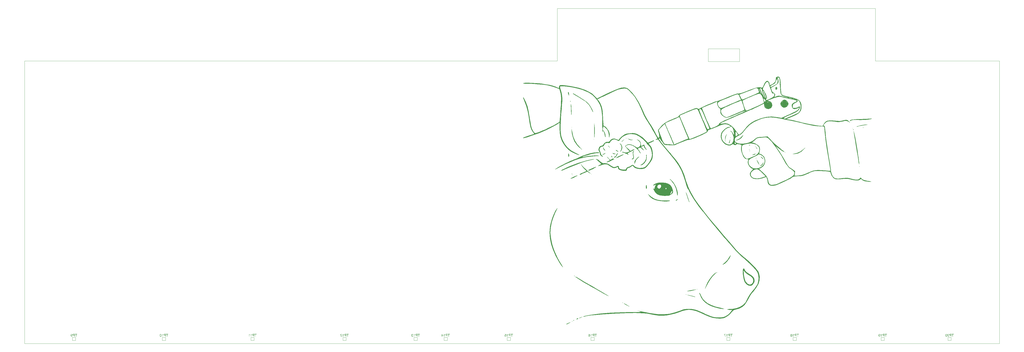
<source format=gbo>
%TF.GenerationSoftware,KiCad,Pcbnew,7.0.7*%
%TF.CreationDate,2023-10-06T16:16:01-07:00*%
%TF.ProjectId,XTay,58546179-2e6b-4696-9361-645f70636258,rev?*%
%TF.SameCoordinates,Original*%
%TF.FileFunction,Legend,Bot*%
%TF.FilePolarity,Positive*%
%FSLAX46Y46*%
G04 Gerber Fmt 4.6, Leading zero omitted, Abs format (unit mm)*
G04 Created by KiCad (PCBNEW 7.0.7) date 2023-10-06 16:16:01*
%MOMM*%
%LPD*%
G01*
G04 APERTURE LIST*
%ADD10C,0.150000*%
%ADD11C,0.120000*%
%TA.AperFunction,Profile*%
%ADD12C,0.100000*%
%TD*%
G04 APERTURE END LIST*
D10*
G36*
X38290590Y-220528402D02*
G01*
X38290590Y-220390844D01*
X37390018Y-220390844D01*
X37390018Y-220528402D01*
X37764003Y-220528402D01*
X37764003Y-221508500D01*
X37916606Y-221508500D01*
X37916606Y-220528402D01*
X38290590Y-220528402D01*
G37*
G36*
X37243057Y-221508500D02*
G01*
X37092604Y-221508500D01*
X37092604Y-221027048D01*
X36743336Y-221027048D01*
X36722719Y-221026684D01*
X36702780Y-221025591D01*
X36683519Y-221023770D01*
X36664936Y-221021221D01*
X36647031Y-221017944D01*
X36629804Y-221013938D01*
X36613254Y-221009204D01*
X36597383Y-221003741D01*
X36582190Y-220997550D01*
X36567674Y-220990631D01*
X36553837Y-220982983D01*
X36540677Y-220974608D01*
X36528196Y-220965503D01*
X36516392Y-220955671D01*
X36505267Y-220945110D01*
X36494819Y-220933821D01*
X36485027Y-220922006D01*
X36475866Y-220909939D01*
X36467337Y-220897617D01*
X36459439Y-220885041D01*
X36452174Y-220872211D01*
X36445540Y-220859127D01*
X36439538Y-220845789D01*
X36434168Y-220832197D01*
X36429429Y-220818351D01*
X36425323Y-220804252D01*
X36421848Y-220789898D01*
X36419005Y-220775290D01*
X36416794Y-220760428D01*
X36415214Y-220745313D01*
X36414266Y-220729943D01*
X36413962Y-220714857D01*
X36566016Y-220714857D01*
X36566078Y-220721493D01*
X36566571Y-220734387D01*
X36567558Y-220746775D01*
X36569037Y-220758658D01*
X36571010Y-220770034D01*
X36573477Y-220780905D01*
X36578101Y-220796262D01*
X36583835Y-220810481D01*
X36590679Y-220823562D01*
X36598633Y-220835505D01*
X36607696Y-220846310D01*
X36617870Y-220855976D01*
X36629153Y-220864504D01*
X36641324Y-220872043D01*
X36654161Y-220878839D01*
X36667664Y-220884894D01*
X36681833Y-220890208D01*
X36696667Y-220894781D01*
X36712168Y-220898611D01*
X36722872Y-220900753D01*
X36733871Y-220902566D01*
X36745167Y-220904049D01*
X36756758Y-220905202D01*
X36768646Y-220906026D01*
X36780829Y-220906520D01*
X36793309Y-220906685D01*
X37092604Y-220906685D01*
X37092604Y-220528402D01*
X36793309Y-220528402D01*
X36787921Y-220528424D01*
X36772189Y-220528763D01*
X36757104Y-220529507D01*
X36742666Y-220530658D01*
X36728875Y-220532215D01*
X36715731Y-220534178D01*
X36703234Y-220536547D01*
X36691384Y-220539323D01*
X36680181Y-220542504D01*
X36669625Y-220546092D01*
X36656557Y-220551507D01*
X36645593Y-220557183D01*
X36635336Y-220563463D01*
X36625787Y-220570347D01*
X36616945Y-220577837D01*
X36608811Y-220585930D01*
X36601384Y-220594628D01*
X36594664Y-220603931D01*
X36588651Y-220613838D01*
X36583346Y-220624350D01*
X36578748Y-220635466D01*
X36574858Y-220647186D01*
X36571675Y-220659511D01*
X36569199Y-220672441D01*
X36567431Y-220685975D01*
X36566370Y-220700114D01*
X36566016Y-220714857D01*
X36413962Y-220714857D01*
X36413951Y-220714319D01*
X36414305Y-220695378D01*
X36415369Y-220676975D01*
X36417143Y-220659108D01*
X36419626Y-220641779D01*
X36422819Y-220624988D01*
X36426721Y-220608733D01*
X36431332Y-220593016D01*
X36436653Y-220577837D01*
X36442683Y-220563194D01*
X36449423Y-220549089D01*
X36456872Y-220535521D01*
X36465031Y-220522491D01*
X36473899Y-220509998D01*
X36483477Y-220498042D01*
X36493764Y-220486624D01*
X36504760Y-220475743D01*
X36516303Y-220465462D01*
X36528298Y-220455845D01*
X36540744Y-220446891D01*
X36553641Y-220438600D01*
X36566989Y-220430972D01*
X36580789Y-220424008D01*
X36595040Y-220417707D01*
X36609742Y-220412069D01*
X36624895Y-220407094D01*
X36640500Y-220402783D01*
X36656556Y-220399135D01*
X36673063Y-220396150D01*
X36690022Y-220393829D01*
X36707432Y-220392171D01*
X36725293Y-220391176D01*
X36743605Y-220390844D01*
X37243057Y-220390844D01*
X37243057Y-221508500D01*
G37*
G36*
X35960275Y-220425681D02*
G01*
X35981203Y-220427022D01*
X36001465Y-220429257D01*
X36021058Y-220432387D01*
X36039985Y-220436411D01*
X36058244Y-220441328D01*
X36075835Y-220447140D01*
X36092759Y-220453847D01*
X36109015Y-220461447D01*
X36124604Y-220469942D01*
X36139526Y-220479330D01*
X36153780Y-220489613D01*
X36167367Y-220500790D01*
X36180286Y-220512861D01*
X36192537Y-220525826D01*
X36204122Y-220539686D01*
X36214988Y-220554100D01*
X36225153Y-220568798D01*
X36234617Y-220583780D01*
X36243380Y-220599044D01*
X36251443Y-220614593D01*
X36258804Y-220630424D01*
X36265464Y-220646539D01*
X36271423Y-220662937D01*
X36276681Y-220679618D01*
X36281237Y-220696583D01*
X36285093Y-220713831D01*
X36288248Y-220731363D01*
X36290702Y-220749178D01*
X36292454Y-220767276D01*
X36293506Y-220785658D01*
X36293856Y-220804323D01*
X36293501Y-220822983D01*
X36292433Y-220841214D01*
X36290654Y-220859018D01*
X36288164Y-220876393D01*
X36284962Y-220893340D01*
X36281048Y-220909859D01*
X36276423Y-220925949D01*
X36271087Y-220941612D01*
X36265039Y-220956846D01*
X36258279Y-220971652D01*
X36250808Y-220986030D01*
X36242625Y-220999980D01*
X36233731Y-221013501D01*
X36224125Y-221026595D01*
X36213807Y-221039260D01*
X36202778Y-221051497D01*
X36191138Y-221063111D01*
X36178989Y-221073977D01*
X36166329Y-221084093D01*
X36153159Y-221093459D01*
X36139479Y-221102076D01*
X36125289Y-221109944D01*
X36110589Y-221117063D01*
X36095378Y-221123432D01*
X36079658Y-221129052D01*
X36063428Y-221133923D01*
X36046688Y-221138044D01*
X36029437Y-221141416D01*
X36011677Y-221144039D01*
X35993407Y-221145912D01*
X35974626Y-221147036D01*
X35955336Y-221147411D01*
X35945737Y-221147311D01*
X35931489Y-221146788D01*
X35917420Y-221145816D01*
X35903531Y-221144395D01*
X35889821Y-221142526D01*
X35876290Y-221140207D01*
X35862939Y-221137441D01*
X35849768Y-221134225D01*
X35836776Y-221130561D01*
X35823963Y-221126449D01*
X35811330Y-221121887D01*
X35803052Y-221118550D01*
X35790949Y-221112993D01*
X35779224Y-221106775D01*
X35767877Y-221099896D01*
X35756908Y-221092355D01*
X35746317Y-221084153D01*
X35736103Y-221075291D01*
X35726268Y-221065767D01*
X35716810Y-221055581D01*
X35707730Y-221044735D01*
X35699027Y-221033227D01*
X35700863Y-221048430D01*
X35702777Y-221063310D01*
X35704769Y-221077866D01*
X35706840Y-221092099D01*
X35708988Y-221106009D01*
X35711215Y-221119595D01*
X35713520Y-221132859D01*
X35715903Y-221145799D01*
X35718364Y-221158416D01*
X35720904Y-221170709D01*
X35723521Y-221182680D01*
X35726217Y-221194327D01*
X35728991Y-221205651D01*
X35731844Y-221216651D01*
X35734774Y-221227329D01*
X35737783Y-221237683D01*
X35744034Y-221257422D01*
X35750599Y-221275867D01*
X35757476Y-221293020D01*
X35764666Y-221308880D01*
X35772169Y-221323447D01*
X35779984Y-221336720D01*
X35788112Y-221348701D01*
X35796553Y-221359389D01*
X35805263Y-221369117D01*
X35814197Y-221378217D01*
X35823356Y-221386689D01*
X35832740Y-221394534D01*
X35842348Y-221401752D01*
X35852180Y-221408341D01*
X35862237Y-221414303D01*
X35872519Y-221419638D01*
X35883025Y-221424345D01*
X35893756Y-221428424D01*
X35904712Y-221431876D01*
X35915892Y-221434700D01*
X35927297Y-221436897D01*
X35938926Y-221438466D01*
X35950780Y-221439407D01*
X35962858Y-221439721D01*
X35975725Y-221439381D01*
X35988264Y-221438361D01*
X36000476Y-221436660D01*
X36012360Y-221434280D01*
X36023917Y-221431220D01*
X36035147Y-221427480D01*
X36046049Y-221423059D01*
X36056623Y-221417959D01*
X36061604Y-221415291D01*
X36071127Y-221409563D01*
X36080065Y-221403312D01*
X36092373Y-221392956D01*
X36103363Y-221381424D01*
X36113036Y-221368716D01*
X36118753Y-221359591D01*
X36123883Y-221349943D01*
X36128429Y-221339772D01*
X36132388Y-221329079D01*
X36135763Y-221317863D01*
X36138551Y-221306125D01*
X36140754Y-221293864D01*
X36142371Y-221281080D01*
X36143403Y-221267774D01*
X36280960Y-221267774D01*
X36280639Y-221282395D01*
X36279676Y-221296706D01*
X36278070Y-221310706D01*
X36275822Y-221324395D01*
X36272932Y-221337774D01*
X36269399Y-221350842D01*
X36265224Y-221363600D01*
X36260407Y-221376047D01*
X36254948Y-221388183D01*
X36248846Y-221400008D01*
X36242102Y-221411523D01*
X36234716Y-221422728D01*
X36226687Y-221433621D01*
X36218017Y-221444204D01*
X36208704Y-221454476D01*
X36198748Y-221464438D01*
X36188140Y-221473938D01*
X36176936Y-221482825D01*
X36165135Y-221491099D01*
X36152739Y-221498760D01*
X36139746Y-221505809D01*
X36126158Y-221512244D01*
X36111973Y-221518067D01*
X36097192Y-221523276D01*
X36081815Y-221527873D01*
X36065842Y-221531857D01*
X36049273Y-221535228D01*
X36032107Y-221537986D01*
X36014346Y-221540131D01*
X35995988Y-221541663D01*
X35977035Y-221542582D01*
X35957485Y-221542889D01*
X35942842Y-221542644D01*
X35928468Y-221541909D01*
X35914362Y-221540683D01*
X35900523Y-221538968D01*
X35886953Y-221536763D01*
X35873651Y-221534067D01*
X35860618Y-221530881D01*
X35847852Y-221527205D01*
X35835355Y-221523040D01*
X35823125Y-221518384D01*
X35811164Y-221513237D01*
X35799471Y-221507601D01*
X35788046Y-221501475D01*
X35776889Y-221494858D01*
X35766001Y-221487752D01*
X35755380Y-221480155D01*
X35745028Y-221472068D01*
X35734944Y-221463491D01*
X35725128Y-221454424D01*
X35715580Y-221444867D01*
X35706300Y-221434820D01*
X35697288Y-221424283D01*
X35688545Y-221413255D01*
X35680069Y-221401738D01*
X35671862Y-221389730D01*
X35663923Y-221377233D01*
X35656252Y-221364245D01*
X35648850Y-221350767D01*
X35641715Y-221336799D01*
X35634848Y-221322340D01*
X35628250Y-221307392D01*
X35621920Y-221291954D01*
X35618250Y-221282507D01*
X35611261Y-221263349D01*
X35604737Y-221243842D01*
X35598680Y-221223983D01*
X35593088Y-221203775D01*
X35587962Y-221183215D01*
X35583303Y-221162305D01*
X35581147Y-221151719D01*
X35579109Y-221141045D01*
X35577187Y-221130283D01*
X35575381Y-221119434D01*
X35573692Y-221108497D01*
X35572119Y-221097473D01*
X35570663Y-221086360D01*
X35569324Y-221075161D01*
X35568100Y-221063873D01*
X35566994Y-221052498D01*
X35566003Y-221041035D01*
X35565130Y-221029485D01*
X35564373Y-221017847D01*
X35563732Y-221006122D01*
X35563208Y-220994308D01*
X35562800Y-220982408D01*
X35562509Y-220970419D01*
X35562334Y-220958343D01*
X35562276Y-220946179D01*
X35562325Y-220934921D01*
X35562471Y-220923780D01*
X35562715Y-220912758D01*
X35563057Y-220901853D01*
X35564033Y-220880399D01*
X35565399Y-220859417D01*
X35567156Y-220838906D01*
X35569303Y-220818869D01*
X35571841Y-220799303D01*
X35572760Y-220793308D01*
X35722401Y-220793308D01*
X35722663Y-220810411D01*
X35723447Y-220826862D01*
X35724753Y-220842659D01*
X35726582Y-220857804D01*
X35728934Y-220872297D01*
X35731809Y-220886136D01*
X35735206Y-220899323D01*
X35739126Y-220911857D01*
X35743568Y-220923738D01*
X35748533Y-220934967D01*
X35754021Y-220945542D01*
X35760032Y-220955465D01*
X35766565Y-220964735D01*
X35773620Y-220973352D01*
X35781199Y-220981317D01*
X35789299Y-220988629D01*
X35797716Y-220995363D01*
X35810546Y-221004650D01*
X35823622Y-221012960D01*
X35836943Y-221020292D01*
X35850509Y-221026646D01*
X35864322Y-221032023D01*
X35878379Y-221036422D01*
X35892683Y-221039844D01*
X35907232Y-221042288D01*
X35922026Y-221043754D01*
X35937066Y-221044243D01*
X35944043Y-221044179D01*
X35957638Y-221043669D01*
X35970756Y-221042649D01*
X35983398Y-221041119D01*
X35995564Y-221039078D01*
X36007253Y-221036528D01*
X36018465Y-221033468D01*
X36029202Y-221029898D01*
X36039461Y-221025817D01*
X36053958Y-221018740D01*
X36067382Y-221010516D01*
X36079734Y-221001144D01*
X36091014Y-220990624D01*
X36101222Y-220978957D01*
X36107436Y-220970617D01*
X36116005Y-220957440D01*
X36123672Y-220943459D01*
X36128283Y-220933692D01*
X36132492Y-220923569D01*
X36136301Y-220913089D01*
X36139709Y-220902252D01*
X36142715Y-220891058D01*
X36145321Y-220879508D01*
X36147526Y-220867600D01*
X36149330Y-220855336D01*
X36150733Y-220842715D01*
X36151736Y-220829737D01*
X36152337Y-220816402D01*
X36152537Y-220802711D01*
X36152309Y-220788253D01*
X36151622Y-220774165D01*
X36150478Y-220760446D01*
X36148877Y-220747097D01*
X36146818Y-220734117D01*
X36144301Y-220721506D01*
X36141327Y-220709265D01*
X36137895Y-220697393D01*
X36134006Y-220685891D01*
X36129659Y-220674758D01*
X36124854Y-220663995D01*
X36119592Y-220653601D01*
X36113872Y-220643576D01*
X36107695Y-220633921D01*
X36101060Y-220624635D01*
X36093968Y-220615719D01*
X36086485Y-220607227D01*
X36078679Y-220599284D01*
X36070550Y-220591888D01*
X36062097Y-220585040D01*
X36053322Y-220578740D01*
X36044223Y-220572988D01*
X36034800Y-220567784D01*
X36025055Y-220563127D01*
X36014986Y-220559018D01*
X36004594Y-220555457D01*
X35993879Y-220552444D01*
X35982841Y-220549979D01*
X35971479Y-220548062D01*
X35959794Y-220546692D01*
X35947786Y-220545870D01*
X35935454Y-220545596D01*
X35923964Y-220545837D01*
X35912731Y-220546558D01*
X35901757Y-220547759D01*
X35891040Y-220549442D01*
X35875450Y-220552867D01*
X35860441Y-220557373D01*
X35846012Y-220562960D01*
X35832164Y-220569630D01*
X35818898Y-220577380D01*
X35806212Y-220586212D01*
X35794107Y-220596126D01*
X35782583Y-220607121D01*
X35775295Y-220615027D01*
X35768478Y-220623430D01*
X35762130Y-220632331D01*
X35756253Y-220641729D01*
X35750846Y-220651625D01*
X35745910Y-220662018D01*
X35741443Y-220672908D01*
X35737447Y-220684296D01*
X35733920Y-220696181D01*
X35730864Y-220708564D01*
X35728278Y-220721444D01*
X35726163Y-220734822D01*
X35724517Y-220748697D01*
X35723342Y-220763070D01*
X35722636Y-220777940D01*
X35722401Y-220793308D01*
X35572760Y-220793308D01*
X35574769Y-220780210D01*
X35578087Y-220761589D01*
X35581796Y-220743440D01*
X35585895Y-220725764D01*
X35590385Y-220708560D01*
X35595265Y-220691828D01*
X35600536Y-220675568D01*
X35606197Y-220659781D01*
X35612248Y-220644466D01*
X35618000Y-220630978D01*
X35624039Y-220617918D01*
X35630365Y-220605287D01*
X35636978Y-220593083D01*
X35643878Y-220581308D01*
X35651065Y-220569961D01*
X35658539Y-220559042D01*
X35666300Y-220548552D01*
X35674348Y-220538489D01*
X35682684Y-220528855D01*
X35691306Y-220519649D01*
X35700215Y-220510871D01*
X35709412Y-220502522D01*
X35718895Y-220494600D01*
X35728665Y-220487107D01*
X35738723Y-220480042D01*
X35749067Y-220473405D01*
X35759699Y-220467196D01*
X35770617Y-220461416D01*
X35781823Y-220456063D01*
X35793316Y-220451139D01*
X35805095Y-220446643D01*
X35817162Y-220442575D01*
X35829516Y-220438936D01*
X35842156Y-220435724D01*
X35855084Y-220432941D01*
X35868299Y-220430586D01*
X35881801Y-220428659D01*
X35895590Y-220427160D01*
X35909665Y-220426090D01*
X35924028Y-220425448D01*
X35938678Y-220425234D01*
X35960275Y-220425681D01*
G37*
G36*
X349070845Y-220528402D02*
G01*
X349070845Y-220390844D01*
X348170273Y-220390844D01*
X348170273Y-220528402D01*
X348544258Y-220528402D01*
X348544258Y-221508500D01*
X348696861Y-221508500D01*
X348696861Y-220528402D01*
X349070845Y-220528402D01*
G37*
G36*
X348023312Y-221508500D02*
G01*
X347872859Y-221508500D01*
X347872859Y-221027048D01*
X347523591Y-221027048D01*
X347502974Y-221026684D01*
X347483035Y-221025591D01*
X347463774Y-221023770D01*
X347445191Y-221021221D01*
X347427286Y-221017944D01*
X347410059Y-221013938D01*
X347393509Y-221009204D01*
X347377638Y-221003741D01*
X347362445Y-220997550D01*
X347347929Y-220990631D01*
X347334092Y-220982983D01*
X347320932Y-220974608D01*
X347308451Y-220965503D01*
X347296647Y-220955671D01*
X347285522Y-220945110D01*
X347275074Y-220933821D01*
X347265282Y-220922006D01*
X347256121Y-220909939D01*
X347247592Y-220897617D01*
X347239694Y-220885041D01*
X347232429Y-220872211D01*
X347225795Y-220859127D01*
X347219793Y-220845789D01*
X347214423Y-220832197D01*
X347209684Y-220818351D01*
X347205578Y-220804252D01*
X347202103Y-220789898D01*
X347199260Y-220775290D01*
X347197049Y-220760428D01*
X347195469Y-220745313D01*
X347194521Y-220729943D01*
X347194217Y-220714857D01*
X347346271Y-220714857D01*
X347346333Y-220721493D01*
X347346826Y-220734387D01*
X347347813Y-220746775D01*
X347349292Y-220758658D01*
X347351265Y-220770034D01*
X347353732Y-220780905D01*
X347358356Y-220796262D01*
X347364090Y-220810481D01*
X347370934Y-220823562D01*
X347378888Y-220835505D01*
X347387951Y-220846310D01*
X347398125Y-220855976D01*
X347409408Y-220864504D01*
X347421579Y-220872043D01*
X347434416Y-220878839D01*
X347447919Y-220884894D01*
X347462088Y-220890208D01*
X347476922Y-220894781D01*
X347492423Y-220898611D01*
X347503127Y-220900753D01*
X347514126Y-220902566D01*
X347525422Y-220904049D01*
X347537013Y-220905202D01*
X347548901Y-220906026D01*
X347561084Y-220906520D01*
X347573564Y-220906685D01*
X347872859Y-220906685D01*
X347872859Y-220528402D01*
X347573564Y-220528402D01*
X347568176Y-220528424D01*
X347552444Y-220528763D01*
X347537359Y-220529507D01*
X347522921Y-220530658D01*
X347509130Y-220532215D01*
X347495986Y-220534178D01*
X347483489Y-220536547D01*
X347471639Y-220539323D01*
X347460436Y-220542504D01*
X347449880Y-220546092D01*
X347436812Y-220551507D01*
X347425848Y-220557183D01*
X347415591Y-220563463D01*
X347406042Y-220570347D01*
X347397200Y-220577837D01*
X347389066Y-220585930D01*
X347381639Y-220594628D01*
X347374919Y-220603931D01*
X347368906Y-220613838D01*
X347363601Y-220624350D01*
X347359003Y-220635466D01*
X347355113Y-220647186D01*
X347351930Y-220659511D01*
X347349454Y-220672441D01*
X347347686Y-220685975D01*
X347346625Y-220700114D01*
X347346271Y-220714857D01*
X347194217Y-220714857D01*
X347194206Y-220714319D01*
X347194560Y-220695378D01*
X347195624Y-220676975D01*
X347197398Y-220659108D01*
X347199881Y-220641779D01*
X347203074Y-220624988D01*
X347206976Y-220608733D01*
X347211587Y-220593016D01*
X347216908Y-220577837D01*
X347222938Y-220563194D01*
X347229678Y-220549089D01*
X347237127Y-220535521D01*
X347245286Y-220522491D01*
X347254154Y-220509998D01*
X347263732Y-220498042D01*
X347274019Y-220486624D01*
X347285015Y-220475743D01*
X347296558Y-220465462D01*
X347308553Y-220455845D01*
X347320999Y-220446891D01*
X347333896Y-220438600D01*
X347347244Y-220430972D01*
X347361044Y-220424008D01*
X347375295Y-220417707D01*
X347389997Y-220412069D01*
X347405150Y-220407094D01*
X347420755Y-220402783D01*
X347436811Y-220399135D01*
X347453318Y-220396150D01*
X347470277Y-220393829D01*
X347487687Y-220392171D01*
X347505548Y-220391176D01*
X347523860Y-220390844D01*
X348023312Y-220390844D01*
X348023312Y-221508500D01*
G37*
G36*
X346981153Y-220734738D02*
G01*
X346981153Y-220631570D01*
X346963065Y-220629714D01*
X346945676Y-220627708D01*
X346928986Y-220625550D01*
X346912995Y-220623241D01*
X346897703Y-220620781D01*
X346883110Y-220618170D01*
X346869216Y-220615408D01*
X346856021Y-220612495D01*
X346843525Y-220609430D01*
X346831727Y-220606215D01*
X346820629Y-220602848D01*
X346810230Y-220599330D01*
X346795941Y-220593770D01*
X346783226Y-220587870D01*
X346775622Y-220583747D01*
X346764951Y-220576647D01*
X346754798Y-220567942D01*
X346745166Y-220557631D01*
X346736053Y-220545714D01*
X346727459Y-220532191D01*
X346722018Y-220522284D01*
X346716809Y-220511664D01*
X346711830Y-220500329D01*
X346707082Y-220488281D01*
X346702565Y-220475520D01*
X346698279Y-220462044D01*
X346694224Y-220447855D01*
X346690400Y-220432953D01*
X346688574Y-220425234D01*
X346581376Y-220425234D01*
X346581376Y-221508500D01*
X346726456Y-221508500D01*
X346726456Y-220734738D01*
X346981153Y-220734738D01*
G37*
G36*
X345868552Y-220425576D02*
G01*
X345887812Y-220426602D01*
X345906501Y-220428313D01*
X345924619Y-220430708D01*
X345942166Y-220433787D01*
X345959143Y-220437550D01*
X345975548Y-220441998D01*
X345991383Y-220447130D01*
X346006646Y-220452946D01*
X346021339Y-220459447D01*
X346035461Y-220466631D01*
X346049012Y-220474500D01*
X346061992Y-220483054D01*
X346074401Y-220492291D01*
X346086239Y-220502213D01*
X346097506Y-220512819D01*
X346108112Y-220523868D01*
X346118034Y-220535186D01*
X346127272Y-220546772D01*
X346135825Y-220558627D01*
X346143694Y-220570750D01*
X346150879Y-220583143D01*
X346157379Y-220595804D01*
X346163195Y-220608733D01*
X346168327Y-220621932D01*
X346172775Y-220635398D01*
X346176539Y-220649134D01*
X346179618Y-220663138D01*
X346182013Y-220677411D01*
X346183723Y-220691953D01*
X346184750Y-220706763D01*
X346185092Y-220721842D01*
X346185034Y-220727835D01*
X346184568Y-220739608D01*
X346183636Y-220751098D01*
X346182238Y-220762304D01*
X346180374Y-220773227D01*
X346178044Y-220783867D01*
X346173676Y-220799295D01*
X346168259Y-220814085D01*
X346161793Y-220828239D01*
X346154280Y-220841754D01*
X346145717Y-220854632D01*
X346136107Y-220866872D01*
X346125448Y-220878475D01*
X346121355Y-220882474D01*
X346112589Y-220890282D01*
X346103052Y-220897838D01*
X346092742Y-220905142D01*
X346081659Y-220912195D01*
X346069804Y-220918996D01*
X346057177Y-220925544D01*
X346047199Y-220930291D01*
X346036788Y-220934895D01*
X346048130Y-220939623D01*
X346059120Y-220944605D01*
X346069758Y-220949841D01*
X346080043Y-220955331D01*
X346089975Y-220961074D01*
X346099555Y-220967072D01*
X346108782Y-220973324D01*
X346117656Y-220979830D01*
X346126178Y-220986589D01*
X346134347Y-220993603D01*
X346145940Y-221004600D01*
X346156739Y-221016168D01*
X346166745Y-221028308D01*
X346175957Y-221041019D01*
X346184312Y-221054194D01*
X346191844Y-221067828D01*
X346198555Y-221081919D01*
X346204444Y-221096469D01*
X346209512Y-221111477D01*
X346213757Y-221126943D01*
X346216131Y-221137508D01*
X346218140Y-221148277D01*
X346219783Y-221159249D01*
X346221062Y-221170425D01*
X346221975Y-221181804D01*
X346222523Y-221193388D01*
X346222705Y-221205174D01*
X346222279Y-221225456D01*
X346221001Y-221245126D01*
X346218870Y-221264186D01*
X346215888Y-221282634D01*
X346212053Y-221300472D01*
X346207366Y-221317700D01*
X346201827Y-221334316D01*
X346195435Y-221350322D01*
X346188192Y-221365717D01*
X346180096Y-221380501D01*
X346171148Y-221394674D01*
X346161348Y-221408236D01*
X346150696Y-221421188D01*
X346139192Y-221433529D01*
X346126835Y-221445259D01*
X346113626Y-221456378D01*
X346099800Y-221466854D01*
X346085593Y-221476654D01*
X346071003Y-221485778D01*
X346056031Y-221494227D01*
X346040677Y-221501999D01*
X346024941Y-221509096D01*
X346008823Y-221515516D01*
X345992323Y-221521261D01*
X345975441Y-221526330D01*
X345958177Y-221530723D01*
X345940531Y-221534441D01*
X345922503Y-221537482D01*
X345904093Y-221539847D01*
X345885301Y-221541537D01*
X345866127Y-221542551D01*
X345846571Y-221542889D01*
X345824952Y-221542497D01*
X345803954Y-221541323D01*
X345783577Y-221539366D01*
X345763822Y-221536626D01*
X345744688Y-221533102D01*
X345726175Y-221528796D01*
X345708283Y-221523708D01*
X345691013Y-221517836D01*
X345674364Y-221511181D01*
X345658336Y-221503743D01*
X345642930Y-221495523D01*
X345628145Y-221486519D01*
X345613981Y-221476733D01*
X345600439Y-221466163D01*
X345587517Y-221454811D01*
X345575217Y-221442676D01*
X345563603Y-221429946D01*
X345552738Y-221416876D01*
X345542622Y-221403465D01*
X345533255Y-221389715D01*
X345524638Y-221375625D01*
X345516770Y-221361194D01*
X345509651Y-221346424D01*
X345503282Y-221331314D01*
X345497662Y-221315863D01*
X345492791Y-221300073D01*
X345488670Y-221283942D01*
X345485298Y-221267471D01*
X345482675Y-221250661D01*
X345480802Y-221233510D01*
X345479678Y-221216020D01*
X345479614Y-221212966D01*
X345624383Y-221212966D01*
X345624627Y-221225827D01*
X345625357Y-221238283D01*
X345626575Y-221250335D01*
X345628279Y-221261981D01*
X345630470Y-221273222D01*
X345633149Y-221284057D01*
X345636314Y-221294488D01*
X345641975Y-221309375D01*
X345648731Y-221323350D01*
X345656584Y-221336414D01*
X345665532Y-221348566D01*
X345675575Y-221359807D01*
X345686714Y-221370136D01*
X345690641Y-221373359D01*
X345702797Y-221382415D01*
X345715514Y-221390550D01*
X345728793Y-221397764D01*
X345742635Y-221404056D01*
X345757038Y-221409428D01*
X345772003Y-221413880D01*
X345787531Y-221417410D01*
X345798194Y-221419252D01*
X345809108Y-221420684D01*
X345820271Y-221421707D01*
X345831684Y-221422321D01*
X345843347Y-221422526D01*
X345850659Y-221422464D01*
X345864921Y-221421969D01*
X345878703Y-221420978D01*
X345892004Y-221419492D01*
X345904824Y-221417511D01*
X345917164Y-221415034D01*
X345929023Y-221412062D01*
X345940402Y-221408594D01*
X345951300Y-221404631D01*
X345961717Y-221400173D01*
X345971653Y-221395220D01*
X345981109Y-221389771D01*
X345994392Y-221380669D01*
X346006593Y-221370452D01*
X346017712Y-221359121D01*
X346027747Y-221347022D01*
X346036795Y-221334503D01*
X346044856Y-221321564D01*
X346051929Y-221308204D01*
X346058016Y-221294424D01*
X346063116Y-221280224D01*
X346067229Y-221265603D01*
X346070354Y-221250562D01*
X346072493Y-221235101D01*
X346073644Y-221219220D01*
X346073864Y-221208398D01*
X346073623Y-221195909D01*
X346072902Y-221183765D01*
X346071701Y-221171965D01*
X346070018Y-221160508D01*
X346067855Y-221149396D01*
X346065212Y-221138629D01*
X346062087Y-221128205D01*
X346056500Y-221113216D01*
X346049830Y-221099000D01*
X346042080Y-221085560D01*
X346033248Y-221072894D01*
X346023334Y-221061002D01*
X346012339Y-221049885D01*
X346000487Y-221039658D01*
X345988001Y-221030437D01*
X345974883Y-221022222D01*
X345961133Y-221015013D01*
X345946749Y-221008809D01*
X345931732Y-221003612D01*
X345921370Y-221000706D01*
X345910726Y-220998247D01*
X345899801Y-220996235D01*
X345888595Y-220994670D01*
X345877107Y-220993553D01*
X345865338Y-220992882D01*
X345853288Y-220992659D01*
X345847043Y-220992713D01*
X345834766Y-220993152D01*
X345822773Y-220994029D01*
X345811063Y-220995346D01*
X345799636Y-220997100D01*
X345788493Y-220999294D01*
X345777633Y-221001926D01*
X345767056Y-221004997D01*
X345756763Y-221008506D01*
X345741854Y-221014593D01*
X345727583Y-221021667D01*
X345713949Y-221029727D01*
X345700953Y-221038775D01*
X345688595Y-221048810D01*
X345677120Y-221059749D01*
X345666773Y-221071608D01*
X345657555Y-221084388D01*
X345649466Y-221098089D01*
X345644700Y-221107735D01*
X345640436Y-221117790D01*
X345636674Y-221128255D01*
X345633413Y-221139128D01*
X345630654Y-221150411D01*
X345628397Y-221162104D01*
X345626641Y-221174205D01*
X345625387Y-221186716D01*
X345624634Y-221199636D01*
X345624383Y-221212966D01*
X345479614Y-221212966D01*
X345479303Y-221198189D01*
X345479583Y-221183420D01*
X345480424Y-221169001D01*
X345481825Y-221154933D01*
X345483787Y-221141215D01*
X345486309Y-221127847D01*
X345489391Y-221114831D01*
X345493034Y-221102165D01*
X345497237Y-221089849D01*
X345502000Y-221077884D01*
X345507324Y-221066269D01*
X345513209Y-221055005D01*
X345519654Y-221044092D01*
X345526659Y-221033529D01*
X345534225Y-221023316D01*
X345542351Y-221013454D01*
X345551037Y-221003943D01*
X345553483Y-221001466D01*
X345563823Y-220991740D01*
X345572161Y-220984632D01*
X345581001Y-220977685D01*
X345590340Y-220970899D01*
X345600181Y-220964273D01*
X345610522Y-220957807D01*
X345621364Y-220951503D01*
X345632706Y-220945358D01*
X345644549Y-220939375D01*
X345656892Y-220933552D01*
X345653145Y-220931418D01*
X345642275Y-220925001D01*
X345631962Y-220918560D01*
X345622207Y-220912095D01*
X345613009Y-220905607D01*
X345604368Y-220899095D01*
X345593713Y-220890376D01*
X345584050Y-220881615D01*
X345575377Y-220872812D01*
X345567695Y-220863967D01*
X345564538Y-220860000D01*
X345555668Y-220847650D01*
X345547700Y-220834624D01*
X345540634Y-220820923D01*
X345534470Y-220806546D01*
X345529208Y-220791494D01*
X345526201Y-220781084D01*
X345523596Y-220770374D01*
X345521391Y-220759364D01*
X345519587Y-220748054D01*
X345518183Y-220736444D01*
X345517181Y-220724533D01*
X345516625Y-220713245D01*
X345660654Y-220713245D01*
X345660852Y-220722167D01*
X345661893Y-220735260D01*
X345663827Y-220748004D01*
X345666654Y-220760397D01*
X345670373Y-220772442D01*
X345674984Y-220784137D01*
X345680489Y-220795482D01*
X345686886Y-220806478D01*
X345694175Y-220817125D01*
X345702357Y-220827421D01*
X345711432Y-220837369D01*
X345714627Y-220840576D01*
X345724672Y-220849585D01*
X345735407Y-220857678D01*
X345746831Y-220864855D01*
X345758944Y-220871116D01*
X345771747Y-220876460D01*
X345785240Y-220880888D01*
X345799422Y-220884400D01*
X345814294Y-220886996D01*
X345829855Y-220888676D01*
X345840612Y-220889287D01*
X345851676Y-220889490D01*
X345861235Y-220889316D01*
X345875273Y-220888402D01*
X345888953Y-220886703D01*
X345902275Y-220884220D01*
X345915237Y-220880954D01*
X345927840Y-220876903D01*
X345940084Y-220872069D01*
X345951970Y-220866451D01*
X345963496Y-220860048D01*
X345974664Y-220852862D01*
X345985472Y-220844892D01*
X345992337Y-220839181D01*
X346001803Y-220830108D01*
X346010273Y-220820426D01*
X346017747Y-220810135D01*
X346024224Y-220799234D01*
X346029705Y-220787724D01*
X346034189Y-220775605D01*
X346037677Y-220762877D01*
X346040168Y-220749539D01*
X346041663Y-220735592D01*
X346042161Y-220721036D01*
X346041990Y-220712308D01*
X346041092Y-220699478D01*
X346039424Y-220686966D01*
X346036986Y-220674770D01*
X346033779Y-220662890D01*
X346029801Y-220651326D01*
X346025054Y-220640079D01*
X346019537Y-220629149D01*
X346013251Y-220618534D01*
X346006194Y-220608237D01*
X345998368Y-220598255D01*
X345989678Y-220588845D01*
X345980028Y-220580360D01*
X345969421Y-220572800D01*
X345957854Y-220566166D01*
X345945329Y-220560458D01*
X345931845Y-220555676D01*
X345917402Y-220551819D01*
X345902001Y-220548888D01*
X345891200Y-220547448D01*
X345879974Y-220546419D01*
X345868322Y-220545802D01*
X345856243Y-220545596D01*
X345844082Y-220545802D01*
X345832315Y-220546419D01*
X345820943Y-220547448D01*
X345809965Y-220548888D01*
X345794239Y-220551819D01*
X345779400Y-220555676D01*
X345765449Y-220560458D01*
X345752387Y-220566166D01*
X345740212Y-220572800D01*
X345728924Y-220580360D01*
X345718525Y-220588845D01*
X345709014Y-220598255D01*
X345703158Y-220604844D01*
X345695082Y-220614876D01*
X345687856Y-220625088D01*
X345681481Y-220635480D01*
X345675955Y-220646051D01*
X345671280Y-220656801D01*
X345667454Y-220667731D01*
X345664479Y-220678840D01*
X345662354Y-220690129D01*
X345661079Y-220701597D01*
X345660654Y-220713245D01*
X345516625Y-220713245D01*
X345516580Y-220712322D01*
X345516379Y-220699811D01*
X345516725Y-220686184D01*
X345517760Y-220672773D01*
X345519487Y-220659577D01*
X345521904Y-220646599D01*
X345525011Y-220633836D01*
X345528809Y-220621289D01*
X345533298Y-220608959D01*
X345538477Y-220596845D01*
X345544347Y-220584947D01*
X345550907Y-220573265D01*
X345558158Y-220561799D01*
X345566100Y-220550550D01*
X345574731Y-220539517D01*
X345584054Y-220528700D01*
X345594067Y-220518099D01*
X345604771Y-220507714D01*
X345616082Y-220497727D01*
X345627918Y-220488383D01*
X345640279Y-220479684D01*
X345653164Y-220471629D01*
X345666575Y-220464219D01*
X345680510Y-220457453D01*
X345694969Y-220451331D01*
X345709954Y-220445854D01*
X345725463Y-220441021D01*
X345741497Y-220436832D01*
X345758056Y-220433288D01*
X345775139Y-220430389D01*
X345792748Y-220428133D01*
X345810880Y-220426522D01*
X345829538Y-220425556D01*
X345848721Y-220425234D01*
X345868552Y-220425576D01*
G37*
G36*
X115563888Y-220528402D02*
G01*
X115563888Y-220390844D01*
X114663316Y-220390844D01*
X114663316Y-220528402D01*
X115037301Y-220528402D01*
X115037301Y-221508500D01*
X115189904Y-221508500D01*
X115189904Y-220528402D01*
X115563888Y-220528402D01*
G37*
G36*
X114516355Y-221508500D02*
G01*
X114365902Y-221508500D01*
X114365902Y-221027048D01*
X114016634Y-221027048D01*
X113996017Y-221026684D01*
X113976078Y-221025591D01*
X113956817Y-221023770D01*
X113938234Y-221021221D01*
X113920329Y-221017944D01*
X113903102Y-221013938D01*
X113886552Y-221009204D01*
X113870681Y-221003741D01*
X113855488Y-220997550D01*
X113840972Y-220990631D01*
X113827135Y-220982983D01*
X113813975Y-220974608D01*
X113801494Y-220965503D01*
X113789690Y-220955671D01*
X113778565Y-220945110D01*
X113768117Y-220933821D01*
X113758325Y-220922006D01*
X113749164Y-220909939D01*
X113740635Y-220897617D01*
X113732737Y-220885041D01*
X113725472Y-220872211D01*
X113718838Y-220859127D01*
X113712836Y-220845789D01*
X113707466Y-220832197D01*
X113702727Y-220818351D01*
X113698621Y-220804252D01*
X113695146Y-220789898D01*
X113692303Y-220775290D01*
X113690092Y-220760428D01*
X113688512Y-220745313D01*
X113687564Y-220729943D01*
X113687260Y-220714857D01*
X113839314Y-220714857D01*
X113839376Y-220721493D01*
X113839869Y-220734387D01*
X113840856Y-220746775D01*
X113842335Y-220758658D01*
X113844308Y-220770034D01*
X113846775Y-220780905D01*
X113851399Y-220796262D01*
X113857133Y-220810481D01*
X113863977Y-220823562D01*
X113871931Y-220835505D01*
X113880994Y-220846310D01*
X113891168Y-220855976D01*
X113902451Y-220864504D01*
X113914622Y-220872043D01*
X113927459Y-220878839D01*
X113940962Y-220884894D01*
X113955131Y-220890208D01*
X113969965Y-220894781D01*
X113985466Y-220898611D01*
X113996170Y-220900753D01*
X114007169Y-220902566D01*
X114018465Y-220904049D01*
X114030056Y-220905202D01*
X114041944Y-220906026D01*
X114054127Y-220906520D01*
X114066607Y-220906685D01*
X114365902Y-220906685D01*
X114365902Y-220528402D01*
X114066607Y-220528402D01*
X114061219Y-220528424D01*
X114045487Y-220528763D01*
X114030402Y-220529507D01*
X114015964Y-220530658D01*
X114002173Y-220532215D01*
X113989029Y-220534178D01*
X113976532Y-220536547D01*
X113964682Y-220539323D01*
X113953479Y-220542504D01*
X113942923Y-220546092D01*
X113929855Y-220551507D01*
X113918891Y-220557183D01*
X113908634Y-220563463D01*
X113899085Y-220570347D01*
X113890243Y-220577837D01*
X113882109Y-220585930D01*
X113874682Y-220594628D01*
X113867962Y-220603931D01*
X113861949Y-220613838D01*
X113856644Y-220624350D01*
X113852046Y-220635466D01*
X113848156Y-220647186D01*
X113844973Y-220659511D01*
X113842497Y-220672441D01*
X113840729Y-220685975D01*
X113839668Y-220700114D01*
X113839314Y-220714857D01*
X113687260Y-220714857D01*
X113687249Y-220714319D01*
X113687603Y-220695378D01*
X113688667Y-220676975D01*
X113690441Y-220659108D01*
X113692924Y-220641779D01*
X113696117Y-220624988D01*
X113700019Y-220608733D01*
X113704630Y-220593016D01*
X113709951Y-220577837D01*
X113715981Y-220563194D01*
X113722721Y-220549089D01*
X113730170Y-220535521D01*
X113738329Y-220522491D01*
X113747197Y-220509998D01*
X113756775Y-220498042D01*
X113767062Y-220486624D01*
X113778058Y-220475743D01*
X113789601Y-220465462D01*
X113801596Y-220455845D01*
X113814042Y-220446891D01*
X113826939Y-220438600D01*
X113840287Y-220430972D01*
X113854087Y-220424008D01*
X113868338Y-220417707D01*
X113883040Y-220412069D01*
X113898193Y-220407094D01*
X113913798Y-220402783D01*
X113929854Y-220399135D01*
X113946361Y-220396150D01*
X113963320Y-220393829D01*
X113980730Y-220392171D01*
X113998591Y-220391176D01*
X114016903Y-220390844D01*
X114516355Y-220390844D01*
X114516355Y-221508500D01*
G37*
G36*
X113474196Y-220734738D02*
G01*
X113474196Y-220631570D01*
X113456108Y-220629714D01*
X113438719Y-220627708D01*
X113422029Y-220625550D01*
X113406038Y-220623241D01*
X113390746Y-220620781D01*
X113376153Y-220618170D01*
X113362259Y-220615408D01*
X113349064Y-220612495D01*
X113336568Y-220609430D01*
X113324770Y-220606215D01*
X113313672Y-220602848D01*
X113303273Y-220599330D01*
X113288984Y-220593770D01*
X113276269Y-220587870D01*
X113268665Y-220583747D01*
X113257994Y-220576647D01*
X113247841Y-220567942D01*
X113238209Y-220557631D01*
X113229096Y-220545714D01*
X113220502Y-220532191D01*
X113215061Y-220522284D01*
X113209852Y-220511664D01*
X113204873Y-220500329D01*
X113200125Y-220488281D01*
X113195608Y-220475520D01*
X113191322Y-220462044D01*
X113187267Y-220447855D01*
X113183443Y-220432953D01*
X113181617Y-220425234D01*
X113074419Y-220425234D01*
X113074419Y-221508500D01*
X113219499Y-221508500D01*
X113219499Y-220734738D01*
X113474196Y-220734738D01*
G37*
G36*
X112731600Y-220734738D02*
G01*
X112731600Y-220631570D01*
X112713512Y-220629714D01*
X112696123Y-220627708D01*
X112679433Y-220625550D01*
X112663442Y-220623241D01*
X112648150Y-220620781D01*
X112633557Y-220618170D01*
X112619663Y-220615408D01*
X112606468Y-220612495D01*
X112593972Y-220609430D01*
X112582174Y-220606215D01*
X112571076Y-220602848D01*
X112560677Y-220599330D01*
X112546388Y-220593770D01*
X112533673Y-220587870D01*
X112526069Y-220583747D01*
X112515398Y-220576647D01*
X112505245Y-220567942D01*
X112495613Y-220557631D01*
X112486500Y-220545714D01*
X112477906Y-220532191D01*
X112472465Y-220522284D01*
X112467256Y-220511664D01*
X112462277Y-220500329D01*
X112457529Y-220488281D01*
X112453012Y-220475520D01*
X112448726Y-220462044D01*
X112444671Y-220447855D01*
X112440847Y-220432953D01*
X112439021Y-220425234D01*
X112331823Y-220425234D01*
X112331823Y-221508500D01*
X112476903Y-221508500D01*
X112476903Y-220734738D01*
X112731600Y-220734738D01*
G37*
G36*
X262038845Y-220528402D02*
G01*
X262038845Y-220390844D01*
X261138273Y-220390844D01*
X261138273Y-220528402D01*
X261512258Y-220528402D01*
X261512258Y-221508500D01*
X261664861Y-221508500D01*
X261664861Y-220528402D01*
X262038845Y-220528402D01*
G37*
G36*
X260991312Y-221508500D02*
G01*
X260840859Y-221508500D01*
X260840859Y-221027048D01*
X260491591Y-221027048D01*
X260470974Y-221026684D01*
X260451035Y-221025591D01*
X260431774Y-221023770D01*
X260413191Y-221021221D01*
X260395286Y-221017944D01*
X260378059Y-221013938D01*
X260361509Y-221009204D01*
X260345638Y-221003741D01*
X260330445Y-220997550D01*
X260315929Y-220990631D01*
X260302092Y-220982983D01*
X260288932Y-220974608D01*
X260276451Y-220965503D01*
X260264647Y-220955671D01*
X260253522Y-220945110D01*
X260243074Y-220933821D01*
X260233282Y-220922006D01*
X260224121Y-220909939D01*
X260215592Y-220897617D01*
X260207694Y-220885041D01*
X260200429Y-220872211D01*
X260193795Y-220859127D01*
X260187793Y-220845789D01*
X260182423Y-220832197D01*
X260177684Y-220818351D01*
X260173578Y-220804252D01*
X260170103Y-220789898D01*
X260167260Y-220775290D01*
X260165049Y-220760428D01*
X260163469Y-220745313D01*
X260162521Y-220729943D01*
X260162217Y-220714857D01*
X260314271Y-220714857D01*
X260314333Y-220721493D01*
X260314826Y-220734387D01*
X260315813Y-220746775D01*
X260317292Y-220758658D01*
X260319265Y-220770034D01*
X260321732Y-220780905D01*
X260326356Y-220796262D01*
X260332090Y-220810481D01*
X260338934Y-220823562D01*
X260346888Y-220835505D01*
X260355951Y-220846310D01*
X260366125Y-220855976D01*
X260377408Y-220864504D01*
X260389579Y-220872043D01*
X260402416Y-220878839D01*
X260415919Y-220884894D01*
X260430088Y-220890208D01*
X260444922Y-220894781D01*
X260460423Y-220898611D01*
X260471127Y-220900753D01*
X260482126Y-220902566D01*
X260493422Y-220904049D01*
X260505013Y-220905202D01*
X260516901Y-220906026D01*
X260529084Y-220906520D01*
X260541564Y-220906685D01*
X260840859Y-220906685D01*
X260840859Y-220528402D01*
X260541564Y-220528402D01*
X260536176Y-220528424D01*
X260520444Y-220528763D01*
X260505359Y-220529507D01*
X260490921Y-220530658D01*
X260477130Y-220532215D01*
X260463986Y-220534178D01*
X260451489Y-220536547D01*
X260439639Y-220539323D01*
X260428436Y-220542504D01*
X260417880Y-220546092D01*
X260404812Y-220551507D01*
X260393848Y-220557183D01*
X260383591Y-220563463D01*
X260374042Y-220570347D01*
X260365200Y-220577837D01*
X260357066Y-220585930D01*
X260349639Y-220594628D01*
X260342919Y-220603931D01*
X260336906Y-220613838D01*
X260331601Y-220624350D01*
X260327003Y-220635466D01*
X260323113Y-220647186D01*
X260319930Y-220659511D01*
X260317454Y-220672441D01*
X260315686Y-220685975D01*
X260314625Y-220700114D01*
X260314271Y-220714857D01*
X260162217Y-220714857D01*
X260162206Y-220714319D01*
X260162560Y-220695378D01*
X260163624Y-220676975D01*
X260165398Y-220659108D01*
X260167881Y-220641779D01*
X260171074Y-220624988D01*
X260174976Y-220608733D01*
X260179587Y-220593016D01*
X260184908Y-220577837D01*
X260190938Y-220563194D01*
X260197678Y-220549089D01*
X260205127Y-220535521D01*
X260213286Y-220522491D01*
X260222154Y-220509998D01*
X260231732Y-220498042D01*
X260242019Y-220486624D01*
X260253015Y-220475743D01*
X260264558Y-220465462D01*
X260276553Y-220455845D01*
X260288999Y-220446891D01*
X260301896Y-220438600D01*
X260315244Y-220430972D01*
X260329044Y-220424008D01*
X260343295Y-220417707D01*
X260357997Y-220412069D01*
X260373150Y-220407094D01*
X260388755Y-220402783D01*
X260404811Y-220399135D01*
X260421318Y-220396150D01*
X260438277Y-220393829D01*
X260455687Y-220392171D01*
X260473548Y-220391176D01*
X260491860Y-220390844D01*
X260991312Y-220390844D01*
X260991312Y-221508500D01*
G37*
G36*
X259949153Y-220734738D02*
G01*
X259949153Y-220631570D01*
X259931065Y-220629714D01*
X259913676Y-220627708D01*
X259896986Y-220625550D01*
X259880995Y-220623241D01*
X259865703Y-220620781D01*
X259851110Y-220618170D01*
X259837216Y-220615408D01*
X259824021Y-220612495D01*
X259811525Y-220609430D01*
X259799727Y-220606215D01*
X259788629Y-220602848D01*
X259778230Y-220599330D01*
X259763941Y-220593770D01*
X259751226Y-220587870D01*
X259743622Y-220583747D01*
X259732951Y-220576647D01*
X259722798Y-220567942D01*
X259713166Y-220557631D01*
X259704053Y-220545714D01*
X259695459Y-220532191D01*
X259690018Y-220522284D01*
X259684809Y-220511664D01*
X259679830Y-220500329D01*
X259675082Y-220488281D01*
X259670565Y-220475520D01*
X259666279Y-220462044D01*
X259662224Y-220447855D01*
X259658400Y-220432953D01*
X259656574Y-220425234D01*
X259549376Y-220425234D01*
X259549376Y-221508500D01*
X259694456Y-221508500D01*
X259694456Y-220734738D01*
X259949153Y-220734738D01*
G37*
G36*
X258803504Y-220442683D02*
G01*
X258818728Y-220443448D01*
X258833647Y-220444724D01*
X258848260Y-220446509D01*
X258862566Y-220448804D01*
X258876567Y-220451609D01*
X258890262Y-220454924D01*
X258903651Y-220458750D01*
X258916734Y-220463085D01*
X258929511Y-220467931D01*
X258941983Y-220473286D01*
X258954148Y-220479152D01*
X258966007Y-220485527D01*
X258977561Y-220492413D01*
X258988808Y-220499809D01*
X258999750Y-220507714D01*
X259010386Y-220516130D01*
X259020716Y-220525056D01*
X259030739Y-220534492D01*
X259040457Y-220544438D01*
X259049869Y-220554894D01*
X259058975Y-220565860D01*
X259067776Y-220577336D01*
X259076270Y-220589322D01*
X259084458Y-220601818D01*
X259092340Y-220614824D01*
X259099917Y-220628341D01*
X259107187Y-220642367D01*
X259114152Y-220656903D01*
X259120811Y-220671950D01*
X259127164Y-220687506D01*
X259133210Y-220703573D01*
X259139164Y-220720865D01*
X259144734Y-220738621D01*
X259149919Y-220756841D01*
X259154721Y-220775525D01*
X259159138Y-220794673D01*
X259163171Y-220814285D01*
X259166820Y-220834360D01*
X259170085Y-220854900D01*
X259172966Y-220875903D01*
X259174262Y-220886578D01*
X259175463Y-220897370D01*
X259176567Y-220908277D01*
X259177575Y-220919301D01*
X259178487Y-220930440D01*
X259179304Y-220941696D01*
X259180024Y-220953067D01*
X259180648Y-220964555D01*
X259181176Y-220976158D01*
X259181608Y-220987877D01*
X259181944Y-220999712D01*
X259182184Y-221011664D01*
X259182328Y-221023731D01*
X259182377Y-221035914D01*
X259182269Y-221052937D01*
X259181946Y-221069650D01*
X259181408Y-221086052D01*
X259180655Y-221102145D01*
X259179687Y-221117927D01*
X259178504Y-221133399D01*
X259177105Y-221148561D01*
X259175492Y-221163413D01*
X259173663Y-221177955D01*
X259171619Y-221192187D01*
X259169360Y-221206109D01*
X259166886Y-221219720D01*
X259164197Y-221233021D01*
X259161292Y-221246013D01*
X259158173Y-221258694D01*
X259154838Y-221271065D01*
X259151288Y-221283126D01*
X259147523Y-221294877D01*
X259143543Y-221306317D01*
X259139348Y-221317448D01*
X259134937Y-221328268D01*
X259130312Y-221338778D01*
X259125471Y-221348979D01*
X259120415Y-221358869D01*
X259115144Y-221368449D01*
X259109658Y-221377718D01*
X259098040Y-221395328D01*
X259085562Y-221411696D01*
X259072223Y-221426825D01*
X259058259Y-221440879D01*
X259043971Y-221454027D01*
X259029360Y-221466268D01*
X259014426Y-221477603D01*
X258999169Y-221488030D01*
X258983588Y-221497551D01*
X258967684Y-221506165D01*
X258951457Y-221513873D01*
X258934907Y-221520673D01*
X258918033Y-221526567D01*
X258900836Y-221531554D01*
X258883316Y-221535635D01*
X258865473Y-221538809D01*
X258847307Y-221541075D01*
X258828817Y-221542436D01*
X258810004Y-221542889D01*
X258798984Y-221542777D01*
X258788124Y-221542442D01*
X258766883Y-221541101D01*
X258746279Y-221538865D01*
X258726314Y-221535736D01*
X258706987Y-221531712D01*
X258688298Y-221526794D01*
X258670247Y-221520982D01*
X258652834Y-221514276D01*
X258636059Y-221506676D01*
X258619922Y-221498181D01*
X258604423Y-221488792D01*
X258589562Y-221478510D01*
X258575340Y-221467333D01*
X258561755Y-221455261D01*
X258548809Y-221442296D01*
X258536501Y-221428437D01*
X258524886Y-221413998D01*
X258514021Y-221399295D01*
X258503905Y-221384327D01*
X258494538Y-221369095D01*
X258485921Y-221353598D01*
X258478053Y-221337837D01*
X258470934Y-221321812D01*
X258464565Y-221305521D01*
X258458945Y-221288967D01*
X258454074Y-221272148D01*
X258449953Y-221255065D01*
X258446581Y-221237717D01*
X258443959Y-221220104D01*
X258442085Y-221202227D01*
X258440961Y-221184086D01*
X258440822Y-221177233D01*
X258584055Y-221177233D01*
X258584264Y-221189556D01*
X258584890Y-221201673D01*
X258585934Y-221213585D01*
X258587396Y-221225291D01*
X258589276Y-221236791D01*
X258591573Y-221248085D01*
X258594288Y-221259174D01*
X258597421Y-221270057D01*
X258600971Y-221280735D01*
X258604939Y-221291207D01*
X258609325Y-221301473D01*
X258614129Y-221311533D01*
X258619350Y-221321388D01*
X258624989Y-221331036D01*
X258631045Y-221340480D01*
X258637520Y-221349717D01*
X258644380Y-221358534D01*
X258651662Y-221366782D01*
X258659367Y-221374461D01*
X258667493Y-221381571D01*
X258676041Y-221388112D01*
X258685011Y-221394085D01*
X258694402Y-221399489D01*
X258704216Y-221404324D01*
X258714452Y-221408590D01*
X258725109Y-221412287D01*
X258736189Y-221415416D01*
X258747690Y-221417975D01*
X258759613Y-221419966D01*
X258771958Y-221421388D01*
X258784725Y-221422242D01*
X258797914Y-221422526D01*
X258811065Y-221422250D01*
X258823853Y-221421422D01*
X258836278Y-221420042D01*
X258848339Y-221418110D01*
X258860038Y-221415626D01*
X258871373Y-221412590D01*
X258882346Y-221409001D01*
X258892955Y-221404861D01*
X258903201Y-221400169D01*
X258913084Y-221394925D01*
X258922604Y-221389128D01*
X258931760Y-221382780D01*
X258940554Y-221375880D01*
X258948985Y-221368427D01*
X258957052Y-221360423D01*
X258964756Y-221351867D01*
X258972011Y-221342904D01*
X258978798Y-221333681D01*
X258985117Y-221324198D01*
X258990968Y-221314455D01*
X258996351Y-221304451D01*
X259001265Y-221294187D01*
X259005712Y-221283663D01*
X259009691Y-221272878D01*
X259013201Y-221261834D01*
X259016244Y-221250529D01*
X259018818Y-221238963D01*
X259020924Y-221227138D01*
X259022563Y-221215052D01*
X259023733Y-221202706D01*
X259024435Y-221190100D01*
X259024669Y-221177233D01*
X259024411Y-221162656D01*
X259023636Y-221148544D01*
X259022345Y-221134899D01*
X259020538Y-221121720D01*
X259018215Y-221109006D01*
X259015375Y-221096759D01*
X259012018Y-221084977D01*
X259008146Y-221073662D01*
X259003757Y-221062812D01*
X258998852Y-221052429D01*
X258993430Y-221042511D01*
X258987492Y-221033059D01*
X258981038Y-221024074D01*
X258974067Y-221015554D01*
X258966580Y-221007500D01*
X258958577Y-220999913D01*
X258950230Y-220992788D01*
X258941714Y-220986122D01*
X258928620Y-220976986D01*
X258915144Y-220968885D01*
X258901285Y-220961817D01*
X258887044Y-220955784D01*
X258872420Y-220950785D01*
X258857414Y-220946820D01*
X258842025Y-220943890D01*
X258826254Y-220941994D01*
X258815527Y-220941304D01*
X258804631Y-220941075D01*
X258789251Y-220941372D01*
X258774481Y-220942263D01*
X258760319Y-220943748D01*
X258746766Y-220945827D01*
X258733822Y-220948500D01*
X258721486Y-220951767D01*
X258709760Y-220955628D01*
X258698641Y-220960083D01*
X258688132Y-220965132D01*
X258678231Y-220970775D01*
X258668939Y-220977012D01*
X258660256Y-220983843D01*
X258652181Y-220991268D01*
X258644715Y-220999287D01*
X258637857Y-221007900D01*
X258631609Y-221017107D01*
X258625850Y-221026643D01*
X258620463Y-221036241D01*
X258615448Y-221045903D01*
X258610804Y-221055627D01*
X258604535Y-221070332D01*
X258599101Y-221085179D01*
X258594504Y-221100167D01*
X258590742Y-221115297D01*
X258587816Y-221130568D01*
X258585727Y-221145981D01*
X258584473Y-221161536D01*
X258584055Y-221177233D01*
X258440822Y-221177233D01*
X258440587Y-221165680D01*
X258440982Y-221144553D01*
X258442169Y-221124091D01*
X258444147Y-221104295D01*
X258446917Y-221085164D01*
X258450478Y-221066698D01*
X258454830Y-221048898D01*
X258459974Y-221031763D01*
X258465908Y-221015294D01*
X258472635Y-220999490D01*
X258480152Y-220984351D01*
X258488461Y-220969878D01*
X258497561Y-220956070D01*
X258507452Y-220942927D01*
X258518135Y-220930450D01*
X258529609Y-220918638D01*
X258541874Y-220907491D01*
X258554670Y-220896983D01*
X258567737Y-220887152D01*
X258581075Y-220878000D01*
X258594684Y-220869525D01*
X258608563Y-220861729D01*
X258622713Y-220854610D01*
X258637134Y-220848169D01*
X258651826Y-220842407D01*
X258666789Y-220837322D01*
X258682022Y-220832915D01*
X258697526Y-220829186D01*
X258713300Y-220826135D01*
X258729346Y-220823762D01*
X258745662Y-220822068D01*
X258762249Y-220821051D01*
X258779107Y-220820712D01*
X258789056Y-220820827D01*
X258803759Y-220821433D01*
X258818198Y-220822559D01*
X258832373Y-220824204D01*
X258846282Y-220826368D01*
X258859928Y-220829052D01*
X258873309Y-220832256D01*
X258886425Y-220835979D01*
X258899277Y-220840221D01*
X258911864Y-220844984D01*
X258924187Y-220850265D01*
X258932959Y-220854528D01*
X258945762Y-220861418D01*
X258958140Y-220868904D01*
X258970093Y-220876984D01*
X258981621Y-220885660D01*
X258992724Y-220894930D01*
X259003402Y-220904796D01*
X259013655Y-220915257D01*
X259023483Y-220926313D01*
X259032886Y-220937963D01*
X259041864Y-220950209D01*
X259041335Y-220938107D01*
X259040690Y-220926180D01*
X259039929Y-220914430D01*
X259039051Y-220902857D01*
X259038057Y-220891459D01*
X259036946Y-220880238D01*
X259035718Y-220869193D01*
X259034375Y-220858325D01*
X259031337Y-220837117D01*
X259027834Y-220816614D01*
X259023865Y-220796817D01*
X259019430Y-220777725D01*
X259014529Y-220759338D01*
X259009162Y-220741656D01*
X259003329Y-220724680D01*
X258997030Y-220708409D01*
X258990265Y-220692843D01*
X258983034Y-220677982D01*
X258975337Y-220663827D01*
X258967174Y-220650377D01*
X258958563Y-220637688D01*
X258949589Y-220625819D01*
X258940252Y-220614768D01*
X258930551Y-220604535D01*
X258920488Y-220595122D01*
X258910061Y-220586526D01*
X258899272Y-220578750D01*
X258888119Y-220571792D01*
X258876603Y-220565652D01*
X258864724Y-220560331D01*
X258852482Y-220555829D01*
X258839876Y-220552145D01*
X258826908Y-220549280D01*
X258813576Y-220547234D01*
X258799882Y-220546006D01*
X258785824Y-220545596D01*
X258779627Y-220545664D01*
X258767531Y-220546206D01*
X258755831Y-220547289D01*
X258744528Y-220548913D01*
X258733622Y-220551080D01*
X258723112Y-220553787D01*
X258708092Y-220558864D01*
X258693964Y-220565159D01*
X258680729Y-220572673D01*
X258668386Y-220581405D01*
X258656936Y-220591356D01*
X258646378Y-220602525D01*
X258636714Y-220614913D01*
X258630354Y-220624627D01*
X258624439Y-220635231D01*
X258618969Y-220646724D01*
X258613944Y-220659108D01*
X258609364Y-220672382D01*
X258606221Y-220682922D01*
X258603329Y-220693962D01*
X258600686Y-220705502D01*
X258598294Y-220717543D01*
X258463961Y-220717543D01*
X258464240Y-220705643D01*
X258465077Y-220693787D01*
X258466473Y-220681976D01*
X258468427Y-220670208D01*
X258470940Y-220658484D01*
X258474010Y-220646804D01*
X258477640Y-220635169D01*
X258481827Y-220623577D01*
X258486573Y-220612030D01*
X258491877Y-220600526D01*
X258497739Y-220589067D01*
X258504160Y-220577652D01*
X258511139Y-220566281D01*
X258518676Y-220554954D01*
X258526772Y-220543671D01*
X258535426Y-220532432D01*
X258539983Y-220526894D01*
X258549744Y-220516347D01*
X258560364Y-220506503D01*
X258571846Y-220497362D01*
X258584188Y-220488924D01*
X258597390Y-220481190D01*
X258611453Y-220474158D01*
X258626377Y-220467830D01*
X258642161Y-220462204D01*
X258658806Y-220457282D01*
X258676311Y-220453063D01*
X258694677Y-220449548D01*
X258713903Y-220446735D01*
X258733990Y-220444626D01*
X258754938Y-220443219D01*
X258765735Y-220442780D01*
X258776746Y-220442516D01*
X258787973Y-220442428D01*
X258803504Y-220442683D01*
G37*
G36*
X386970845Y-220528402D02*
G01*
X386970845Y-220390844D01*
X386070273Y-220390844D01*
X386070273Y-220528402D01*
X386444258Y-220528402D01*
X386444258Y-221508500D01*
X386596861Y-221508500D01*
X386596861Y-220528402D01*
X386970845Y-220528402D01*
G37*
G36*
X385923312Y-221508500D02*
G01*
X385772859Y-221508500D01*
X385772859Y-221027048D01*
X385423591Y-221027048D01*
X385402974Y-221026684D01*
X385383035Y-221025591D01*
X385363774Y-221023770D01*
X385345191Y-221021221D01*
X385327286Y-221017944D01*
X385310059Y-221013938D01*
X385293509Y-221009204D01*
X385277638Y-221003741D01*
X385262445Y-220997550D01*
X385247929Y-220990631D01*
X385234092Y-220982983D01*
X385220932Y-220974608D01*
X385208451Y-220965503D01*
X385196647Y-220955671D01*
X385185522Y-220945110D01*
X385175074Y-220933821D01*
X385165282Y-220922006D01*
X385156121Y-220909939D01*
X385147592Y-220897617D01*
X385139694Y-220885041D01*
X385132429Y-220872211D01*
X385125795Y-220859127D01*
X385119793Y-220845789D01*
X385114423Y-220832197D01*
X385109684Y-220818351D01*
X385105578Y-220804252D01*
X385102103Y-220789898D01*
X385099260Y-220775290D01*
X385097049Y-220760428D01*
X385095469Y-220745313D01*
X385094521Y-220729943D01*
X385094217Y-220714857D01*
X385246271Y-220714857D01*
X385246333Y-220721493D01*
X385246826Y-220734387D01*
X385247813Y-220746775D01*
X385249292Y-220758658D01*
X385251265Y-220770034D01*
X385253732Y-220780905D01*
X385258356Y-220796262D01*
X385264090Y-220810481D01*
X385270934Y-220823562D01*
X385278888Y-220835505D01*
X385287951Y-220846310D01*
X385298125Y-220855976D01*
X385309408Y-220864504D01*
X385321579Y-220872043D01*
X385334416Y-220878839D01*
X385347919Y-220884894D01*
X385362088Y-220890208D01*
X385376922Y-220894781D01*
X385392423Y-220898611D01*
X385403127Y-220900753D01*
X385414126Y-220902566D01*
X385425422Y-220904049D01*
X385437013Y-220905202D01*
X385448901Y-220906026D01*
X385461084Y-220906520D01*
X385473564Y-220906685D01*
X385772859Y-220906685D01*
X385772859Y-220528402D01*
X385473564Y-220528402D01*
X385468176Y-220528424D01*
X385452444Y-220528763D01*
X385437359Y-220529507D01*
X385422921Y-220530658D01*
X385409130Y-220532215D01*
X385395986Y-220534178D01*
X385383489Y-220536547D01*
X385371639Y-220539323D01*
X385360436Y-220542504D01*
X385349880Y-220546092D01*
X385336812Y-220551507D01*
X385325848Y-220557183D01*
X385315591Y-220563463D01*
X385306042Y-220570347D01*
X385297200Y-220577837D01*
X385289066Y-220585930D01*
X385281639Y-220594628D01*
X385274919Y-220603931D01*
X385268906Y-220613838D01*
X385263601Y-220624350D01*
X385259003Y-220635466D01*
X385255113Y-220647186D01*
X385251930Y-220659511D01*
X385249454Y-220672441D01*
X385247686Y-220685975D01*
X385246625Y-220700114D01*
X385246271Y-220714857D01*
X385094217Y-220714857D01*
X385094206Y-220714319D01*
X385094560Y-220695378D01*
X385095624Y-220676975D01*
X385097398Y-220659108D01*
X385099881Y-220641779D01*
X385103074Y-220624988D01*
X385106976Y-220608733D01*
X385111587Y-220593016D01*
X385116908Y-220577837D01*
X385122938Y-220563194D01*
X385129678Y-220549089D01*
X385137127Y-220535521D01*
X385145286Y-220522491D01*
X385154154Y-220509998D01*
X385163732Y-220498042D01*
X385174019Y-220486624D01*
X385185015Y-220475743D01*
X385196558Y-220465462D01*
X385208553Y-220455845D01*
X385220999Y-220446891D01*
X385233896Y-220438600D01*
X385247244Y-220430972D01*
X385261044Y-220424008D01*
X385275295Y-220417707D01*
X385289997Y-220412069D01*
X385305150Y-220407094D01*
X385320755Y-220402783D01*
X385336811Y-220399135D01*
X385353318Y-220396150D01*
X385370277Y-220393829D01*
X385387687Y-220392171D01*
X385405548Y-220391176D01*
X385423860Y-220390844D01*
X385923312Y-220390844D01*
X385923312Y-221508500D01*
G37*
G36*
X384881153Y-220734738D02*
G01*
X384881153Y-220631570D01*
X384863065Y-220629714D01*
X384845676Y-220627708D01*
X384828986Y-220625550D01*
X384812995Y-220623241D01*
X384797703Y-220620781D01*
X384783110Y-220618170D01*
X384769216Y-220615408D01*
X384756021Y-220612495D01*
X384743525Y-220609430D01*
X384731727Y-220606215D01*
X384720629Y-220602848D01*
X384710230Y-220599330D01*
X384695941Y-220593770D01*
X384683226Y-220587870D01*
X384675622Y-220583747D01*
X384664951Y-220576647D01*
X384654798Y-220567942D01*
X384645166Y-220557631D01*
X384636053Y-220545714D01*
X384627459Y-220532191D01*
X384622018Y-220522284D01*
X384616809Y-220511664D01*
X384611830Y-220500329D01*
X384607082Y-220488281D01*
X384602565Y-220475520D01*
X384598279Y-220462044D01*
X384594224Y-220447855D01*
X384590400Y-220432953D01*
X384588574Y-220425234D01*
X384481376Y-220425234D01*
X384481376Y-221508500D01*
X384626456Y-221508500D01*
X384626456Y-220734738D01*
X384881153Y-220734738D01*
G37*
G36*
X383784019Y-220425681D02*
G01*
X383804948Y-220427022D01*
X383825209Y-220429257D01*
X383844803Y-220432387D01*
X383863729Y-220436411D01*
X383881988Y-220441328D01*
X383899579Y-220447140D01*
X383916503Y-220453847D01*
X383932760Y-220461447D01*
X383948349Y-220469942D01*
X383963270Y-220479330D01*
X383977524Y-220489613D01*
X383991111Y-220500790D01*
X384004030Y-220512861D01*
X384016282Y-220525826D01*
X384027866Y-220539686D01*
X384038732Y-220554100D01*
X384048897Y-220568798D01*
X384058362Y-220583780D01*
X384067125Y-220599044D01*
X384075187Y-220614593D01*
X384082548Y-220630424D01*
X384089208Y-220646539D01*
X384095167Y-220662937D01*
X384100425Y-220679618D01*
X384104982Y-220696583D01*
X384108837Y-220713831D01*
X384111992Y-220731363D01*
X384114446Y-220749178D01*
X384116198Y-220767276D01*
X384117250Y-220785658D01*
X384117601Y-220804323D01*
X384117245Y-220822983D01*
X384116177Y-220841214D01*
X384114399Y-220859018D01*
X384111908Y-220876393D01*
X384108706Y-220893340D01*
X384104793Y-220909859D01*
X384100168Y-220925949D01*
X384094831Y-220941612D01*
X384088783Y-220956846D01*
X384082023Y-220971652D01*
X384074552Y-220986030D01*
X384066369Y-220999980D01*
X384057475Y-221013501D01*
X384047869Y-221026595D01*
X384037551Y-221039260D01*
X384026522Y-221051497D01*
X384014883Y-221063111D01*
X384002733Y-221073977D01*
X383990073Y-221084093D01*
X383976903Y-221093459D01*
X383963223Y-221102076D01*
X383949033Y-221109944D01*
X383934333Y-221117063D01*
X383919123Y-221123432D01*
X383903402Y-221129052D01*
X383887172Y-221133923D01*
X383870432Y-221138044D01*
X383853182Y-221141416D01*
X383835421Y-221144039D01*
X383817151Y-221145912D01*
X383798370Y-221147036D01*
X383779080Y-221147411D01*
X383769481Y-221147311D01*
X383755233Y-221146788D01*
X383741164Y-221145816D01*
X383727275Y-221144395D01*
X383713565Y-221142526D01*
X383700035Y-221140207D01*
X383686684Y-221137441D01*
X383673512Y-221134225D01*
X383660520Y-221130561D01*
X383647707Y-221126449D01*
X383635074Y-221121887D01*
X383626796Y-221118550D01*
X383614693Y-221112993D01*
X383602969Y-221106775D01*
X383591622Y-221099896D01*
X383580652Y-221092355D01*
X383570061Y-221084153D01*
X383559848Y-221075291D01*
X383550012Y-221065767D01*
X383540554Y-221055581D01*
X383531474Y-221044735D01*
X383522771Y-221033227D01*
X383524607Y-221048430D01*
X383526521Y-221063310D01*
X383528513Y-221077866D01*
X383530584Y-221092099D01*
X383532732Y-221106009D01*
X383534959Y-221119595D01*
X383537264Y-221132859D01*
X383539647Y-221145799D01*
X383542108Y-221158416D01*
X383544648Y-221170709D01*
X383547266Y-221182680D01*
X383549961Y-221194327D01*
X383552735Y-221205651D01*
X383555588Y-221216651D01*
X383558518Y-221227329D01*
X383561527Y-221237683D01*
X383567778Y-221257422D01*
X383574343Y-221275867D01*
X383581220Y-221293020D01*
X383588410Y-221308880D01*
X383595913Y-221323447D01*
X383603728Y-221336720D01*
X383611857Y-221348701D01*
X383620298Y-221359389D01*
X383629007Y-221369117D01*
X383637942Y-221378217D01*
X383647100Y-221386689D01*
X383656484Y-221394534D01*
X383666092Y-221401752D01*
X383675924Y-221408341D01*
X383685982Y-221414303D01*
X383696263Y-221419638D01*
X383706770Y-221424345D01*
X383717501Y-221428424D01*
X383728456Y-221431876D01*
X383739636Y-221434700D01*
X383751041Y-221436897D01*
X383762670Y-221438466D01*
X383774524Y-221439407D01*
X383786603Y-221439721D01*
X383799469Y-221439381D01*
X383812008Y-221438361D01*
X383824220Y-221436660D01*
X383836105Y-221434280D01*
X383847661Y-221431220D01*
X383858891Y-221427480D01*
X383869793Y-221423059D01*
X383880367Y-221417959D01*
X383885349Y-221415291D01*
X383894872Y-221409563D01*
X383903809Y-221403312D01*
X383916117Y-221392956D01*
X383927107Y-221381424D01*
X383936780Y-221368716D01*
X383942497Y-221359591D01*
X383947628Y-221349943D01*
X383952173Y-221339772D01*
X383956133Y-221329079D01*
X383959507Y-221317863D01*
X383962295Y-221306125D01*
X383964498Y-221293864D01*
X383966115Y-221281080D01*
X383967147Y-221267774D01*
X384104704Y-221267774D01*
X384104383Y-221282395D01*
X384103420Y-221296706D01*
X384101814Y-221310706D01*
X384099566Y-221324395D01*
X384096676Y-221337774D01*
X384093143Y-221350842D01*
X384088969Y-221363600D01*
X384084151Y-221376047D01*
X384078692Y-221388183D01*
X384072590Y-221400008D01*
X384065846Y-221411523D01*
X384058460Y-221422728D01*
X384050432Y-221433621D01*
X384041761Y-221444204D01*
X384032448Y-221454476D01*
X384022492Y-221464438D01*
X384011884Y-221473938D01*
X384000680Y-221482825D01*
X383988880Y-221491099D01*
X383976483Y-221498760D01*
X383963491Y-221505809D01*
X383949902Y-221512244D01*
X383935717Y-221518067D01*
X383920936Y-221523276D01*
X383905559Y-221527873D01*
X383889586Y-221531857D01*
X383873017Y-221535228D01*
X383855852Y-221537986D01*
X383838090Y-221540131D01*
X383819733Y-221541663D01*
X383800779Y-221542582D01*
X383781229Y-221542889D01*
X383766587Y-221542644D01*
X383752212Y-221541909D01*
X383738106Y-221540683D01*
X383724268Y-221538968D01*
X383710698Y-221536763D01*
X383697396Y-221534067D01*
X383684362Y-221530881D01*
X383671596Y-221527205D01*
X383659099Y-221523040D01*
X383646869Y-221518384D01*
X383634908Y-221513237D01*
X383623215Y-221507601D01*
X383611790Y-221501475D01*
X383600634Y-221494858D01*
X383589745Y-221487752D01*
X383579124Y-221480155D01*
X383568772Y-221472068D01*
X383558688Y-221463491D01*
X383548872Y-221454424D01*
X383539324Y-221444867D01*
X383530044Y-221434820D01*
X383521032Y-221424283D01*
X383512289Y-221413255D01*
X383503814Y-221401738D01*
X383495606Y-221389730D01*
X383487667Y-221377233D01*
X383479996Y-221364245D01*
X383472594Y-221350767D01*
X383465459Y-221336799D01*
X383458593Y-221322340D01*
X383451994Y-221307392D01*
X383445664Y-221291954D01*
X383441995Y-221282507D01*
X383435005Y-221263349D01*
X383428481Y-221243842D01*
X383422424Y-221223983D01*
X383416832Y-221203775D01*
X383411706Y-221183215D01*
X383407047Y-221162305D01*
X383404892Y-221151719D01*
X383402853Y-221141045D01*
X383400931Y-221130283D01*
X383399125Y-221119434D01*
X383397436Y-221108497D01*
X383395864Y-221097473D01*
X383394407Y-221086360D01*
X383393068Y-221075161D01*
X383391845Y-221063873D01*
X383390738Y-221052498D01*
X383389748Y-221041035D01*
X383388874Y-221029485D01*
X383388117Y-221017847D01*
X383387476Y-221006122D01*
X383386952Y-220994308D01*
X383386544Y-220982408D01*
X383386253Y-220970419D01*
X383386078Y-220958343D01*
X383386020Y-220946179D01*
X383386069Y-220934921D01*
X383386215Y-220923780D01*
X383386459Y-220912758D01*
X383386801Y-220901853D01*
X383387777Y-220880399D01*
X383389143Y-220859417D01*
X383390900Y-220838906D01*
X383393047Y-220818869D01*
X383395585Y-220799303D01*
X383396504Y-220793308D01*
X383546146Y-220793308D01*
X383546407Y-220810411D01*
X383547191Y-220826862D01*
X383548497Y-220842659D01*
X383550327Y-220857804D01*
X383552679Y-220872297D01*
X383555553Y-220886136D01*
X383558950Y-220899323D01*
X383562870Y-220911857D01*
X383567313Y-220923738D01*
X383572278Y-220934967D01*
X383577765Y-220945542D01*
X383583776Y-220955465D01*
X383590309Y-220964735D01*
X383597364Y-220973352D01*
X383604943Y-220981317D01*
X383613044Y-220988629D01*
X383621460Y-220995363D01*
X383634290Y-221004650D01*
X383647366Y-221012960D01*
X383660687Y-221020292D01*
X383674254Y-221026646D01*
X383688066Y-221032023D01*
X383702124Y-221036422D01*
X383716427Y-221039844D01*
X383730976Y-221042288D01*
X383745770Y-221043754D01*
X383760811Y-221044243D01*
X383767787Y-221044179D01*
X383781382Y-221043669D01*
X383794500Y-221042649D01*
X383807142Y-221041119D01*
X383819308Y-221039078D01*
X383830997Y-221036528D01*
X383842210Y-221033468D01*
X383852946Y-221029898D01*
X383863206Y-221025817D01*
X383877702Y-221018740D01*
X383891126Y-221010516D01*
X383903478Y-221001144D01*
X383914758Y-220990624D01*
X383924966Y-220978957D01*
X383931180Y-220970617D01*
X383939749Y-220957440D01*
X383947417Y-220943459D01*
X383952027Y-220933692D01*
X383956237Y-220923569D01*
X383960045Y-220913089D01*
X383963453Y-220902252D01*
X383966460Y-220891058D01*
X383969065Y-220879508D01*
X383971270Y-220867600D01*
X383973074Y-220855336D01*
X383974478Y-220842715D01*
X383975480Y-220829737D01*
X383976081Y-220816402D01*
X383976282Y-220802711D01*
X383976053Y-220788253D01*
X383975366Y-220774165D01*
X383974223Y-220760446D01*
X383972621Y-220747097D01*
X383970562Y-220734117D01*
X383968045Y-220721506D01*
X383965071Y-220709265D01*
X383961639Y-220697393D01*
X383957750Y-220685891D01*
X383953403Y-220674758D01*
X383948598Y-220663995D01*
X383943336Y-220653601D01*
X383937617Y-220643576D01*
X383931439Y-220633921D01*
X383924805Y-220624635D01*
X383917712Y-220615719D01*
X383910229Y-220607227D01*
X383902423Y-220599284D01*
X383894294Y-220591888D01*
X383885842Y-220585040D01*
X383877066Y-220578740D01*
X383867967Y-220572988D01*
X383858545Y-220567784D01*
X383848799Y-220563127D01*
X383838730Y-220559018D01*
X383828338Y-220555457D01*
X383817623Y-220552444D01*
X383806585Y-220549979D01*
X383795223Y-220548062D01*
X383783538Y-220546692D01*
X383771530Y-220545870D01*
X383759199Y-220545596D01*
X383747708Y-220545837D01*
X383736475Y-220546558D01*
X383725501Y-220547759D01*
X383714785Y-220549442D01*
X383699194Y-220552867D01*
X383684185Y-220557373D01*
X383669756Y-220562960D01*
X383655909Y-220569630D01*
X383642642Y-220577380D01*
X383629956Y-220586212D01*
X383617851Y-220596126D01*
X383606327Y-220607121D01*
X383599039Y-220615027D01*
X383592222Y-220623430D01*
X383585875Y-220632331D01*
X383579998Y-220641729D01*
X383574591Y-220651625D01*
X383569654Y-220662018D01*
X383565187Y-220672908D01*
X383561191Y-220684296D01*
X383557665Y-220696181D01*
X383554609Y-220708564D01*
X383552023Y-220721444D01*
X383549907Y-220734822D01*
X383548261Y-220748697D01*
X383547086Y-220763070D01*
X383546381Y-220777940D01*
X383546146Y-220793308D01*
X383396504Y-220793308D01*
X383398513Y-220780210D01*
X383401831Y-220761589D01*
X383405540Y-220743440D01*
X383409640Y-220725764D01*
X383414129Y-220708560D01*
X383419009Y-220691828D01*
X383424280Y-220675568D01*
X383429941Y-220659781D01*
X383435992Y-220644466D01*
X383441744Y-220630978D01*
X383447783Y-220617918D01*
X383454109Y-220605287D01*
X383460722Y-220593083D01*
X383467622Y-220581308D01*
X383474809Y-220569961D01*
X383482283Y-220559042D01*
X383490044Y-220548552D01*
X383498093Y-220538489D01*
X383506428Y-220528855D01*
X383515050Y-220519649D01*
X383523959Y-220510871D01*
X383533156Y-220502522D01*
X383542639Y-220494600D01*
X383552410Y-220487107D01*
X383562467Y-220480042D01*
X383572812Y-220473405D01*
X383583443Y-220467196D01*
X383594362Y-220461416D01*
X383605567Y-220456063D01*
X383617060Y-220451139D01*
X383628839Y-220446643D01*
X383640906Y-220442575D01*
X383653260Y-220438936D01*
X383665900Y-220435724D01*
X383678828Y-220432941D01*
X383692043Y-220430586D01*
X383705545Y-220428659D01*
X383719334Y-220427160D01*
X383733410Y-220426090D01*
X383747773Y-220425448D01*
X383762423Y-220425234D01*
X383784019Y-220425681D01*
G37*
G36*
X198770845Y-220528402D02*
G01*
X198770845Y-220390844D01*
X197870273Y-220390844D01*
X197870273Y-220528402D01*
X198244258Y-220528402D01*
X198244258Y-221508500D01*
X198396861Y-221508500D01*
X198396861Y-220528402D01*
X198770845Y-220528402D01*
G37*
G36*
X197723312Y-221508500D02*
G01*
X197572859Y-221508500D01*
X197572859Y-221027048D01*
X197223591Y-221027048D01*
X197202974Y-221026684D01*
X197183035Y-221025591D01*
X197163774Y-221023770D01*
X197145191Y-221021221D01*
X197127286Y-221017944D01*
X197110059Y-221013938D01*
X197093509Y-221009204D01*
X197077638Y-221003741D01*
X197062445Y-220997550D01*
X197047929Y-220990631D01*
X197034092Y-220982983D01*
X197020932Y-220974608D01*
X197008451Y-220965503D01*
X196996647Y-220955671D01*
X196985522Y-220945110D01*
X196975074Y-220933821D01*
X196965282Y-220922006D01*
X196956121Y-220909939D01*
X196947592Y-220897617D01*
X196939694Y-220885041D01*
X196932429Y-220872211D01*
X196925795Y-220859127D01*
X196919793Y-220845789D01*
X196914423Y-220832197D01*
X196909684Y-220818351D01*
X196905578Y-220804252D01*
X196902103Y-220789898D01*
X196899260Y-220775290D01*
X196897049Y-220760428D01*
X196895469Y-220745313D01*
X196894521Y-220729943D01*
X196894217Y-220714857D01*
X197046271Y-220714857D01*
X197046333Y-220721493D01*
X197046826Y-220734387D01*
X197047813Y-220746775D01*
X197049292Y-220758658D01*
X197051265Y-220770034D01*
X197053732Y-220780905D01*
X197058356Y-220796262D01*
X197064090Y-220810481D01*
X197070934Y-220823562D01*
X197078888Y-220835505D01*
X197087951Y-220846310D01*
X197098125Y-220855976D01*
X197109408Y-220864504D01*
X197121579Y-220872043D01*
X197134416Y-220878839D01*
X197147919Y-220884894D01*
X197162088Y-220890208D01*
X197176922Y-220894781D01*
X197192423Y-220898611D01*
X197203127Y-220900753D01*
X197214126Y-220902566D01*
X197225422Y-220904049D01*
X197237013Y-220905202D01*
X197248901Y-220906026D01*
X197261084Y-220906520D01*
X197273564Y-220906685D01*
X197572859Y-220906685D01*
X197572859Y-220528402D01*
X197273564Y-220528402D01*
X197268176Y-220528424D01*
X197252444Y-220528763D01*
X197237359Y-220529507D01*
X197222921Y-220530658D01*
X197209130Y-220532215D01*
X197195986Y-220534178D01*
X197183489Y-220536547D01*
X197171639Y-220539323D01*
X197160436Y-220542504D01*
X197149880Y-220546092D01*
X197136812Y-220551507D01*
X197125848Y-220557183D01*
X197115591Y-220563463D01*
X197106042Y-220570347D01*
X197097200Y-220577837D01*
X197089066Y-220585930D01*
X197081639Y-220594628D01*
X197074919Y-220603931D01*
X197068906Y-220613838D01*
X197063601Y-220624350D01*
X197059003Y-220635466D01*
X197055113Y-220647186D01*
X197051930Y-220659511D01*
X197049454Y-220672441D01*
X197047686Y-220685975D01*
X197046625Y-220700114D01*
X197046271Y-220714857D01*
X196894217Y-220714857D01*
X196894206Y-220714319D01*
X196894560Y-220695378D01*
X196895624Y-220676975D01*
X196897398Y-220659108D01*
X196899881Y-220641779D01*
X196903074Y-220624988D01*
X196906976Y-220608733D01*
X196911587Y-220593016D01*
X196916908Y-220577837D01*
X196922938Y-220563194D01*
X196929678Y-220549089D01*
X196937127Y-220535521D01*
X196945286Y-220522491D01*
X196954154Y-220509998D01*
X196963732Y-220498042D01*
X196974019Y-220486624D01*
X196985015Y-220475743D01*
X196996558Y-220465462D01*
X197008553Y-220455845D01*
X197020999Y-220446891D01*
X197033896Y-220438600D01*
X197047244Y-220430972D01*
X197061044Y-220424008D01*
X197075295Y-220417707D01*
X197089997Y-220412069D01*
X197105150Y-220407094D01*
X197120755Y-220402783D01*
X197136811Y-220399135D01*
X197153318Y-220396150D01*
X197170277Y-220393829D01*
X197187687Y-220392171D01*
X197205548Y-220391176D01*
X197223860Y-220390844D01*
X197723312Y-220390844D01*
X197723312Y-221508500D01*
G37*
G36*
X196681153Y-220734738D02*
G01*
X196681153Y-220631570D01*
X196663065Y-220629714D01*
X196645676Y-220627708D01*
X196628986Y-220625550D01*
X196612995Y-220623241D01*
X196597703Y-220620781D01*
X196583110Y-220618170D01*
X196569216Y-220615408D01*
X196556021Y-220612495D01*
X196543525Y-220609430D01*
X196531727Y-220606215D01*
X196520629Y-220602848D01*
X196510230Y-220599330D01*
X196495941Y-220593770D01*
X196483226Y-220587870D01*
X196475622Y-220583747D01*
X196464951Y-220576647D01*
X196454798Y-220567942D01*
X196445166Y-220557631D01*
X196436053Y-220545714D01*
X196427459Y-220532191D01*
X196422018Y-220522284D01*
X196416809Y-220511664D01*
X196411830Y-220500329D01*
X196407082Y-220488281D01*
X196402565Y-220475520D01*
X196398279Y-220462044D01*
X196394224Y-220447855D01*
X196390400Y-220432953D01*
X196388574Y-220425234D01*
X196281376Y-220425234D01*
X196281376Y-221508500D01*
X196426456Y-221508500D01*
X196426456Y-220734738D01*
X196681153Y-220734738D01*
G37*
G36*
X195933452Y-221119738D02*
G01*
X195933452Y-221250579D01*
X195458717Y-221250579D01*
X195458717Y-221508500D01*
X195322771Y-221508500D01*
X195322771Y-221250579D01*
X195163452Y-221250579D01*
X195163452Y-221147411D01*
X195322771Y-221147411D01*
X195322771Y-220657093D01*
X195461135Y-220657093D01*
X195461135Y-221147411D01*
X195807984Y-221147411D01*
X195461135Y-220657093D01*
X195322771Y-220657093D01*
X195322771Y-220442428D01*
X195437761Y-220442428D01*
X195933452Y-221119738D01*
G37*
G36*
X77464845Y-220528402D02*
G01*
X77464845Y-220390844D01*
X76564273Y-220390844D01*
X76564273Y-220528402D01*
X76938258Y-220528402D01*
X76938258Y-221508500D01*
X77090861Y-221508500D01*
X77090861Y-220528402D01*
X77464845Y-220528402D01*
G37*
G36*
X76417312Y-221508500D02*
G01*
X76266859Y-221508500D01*
X76266859Y-221027048D01*
X75917591Y-221027048D01*
X75896974Y-221026684D01*
X75877035Y-221025591D01*
X75857774Y-221023770D01*
X75839191Y-221021221D01*
X75821286Y-221017944D01*
X75804059Y-221013938D01*
X75787509Y-221009204D01*
X75771638Y-221003741D01*
X75756445Y-220997550D01*
X75741929Y-220990631D01*
X75728092Y-220982983D01*
X75714932Y-220974608D01*
X75702451Y-220965503D01*
X75690647Y-220955671D01*
X75679522Y-220945110D01*
X75669074Y-220933821D01*
X75659282Y-220922006D01*
X75650121Y-220909939D01*
X75641592Y-220897617D01*
X75633694Y-220885041D01*
X75626429Y-220872211D01*
X75619795Y-220859127D01*
X75613793Y-220845789D01*
X75608423Y-220832197D01*
X75603684Y-220818351D01*
X75599578Y-220804252D01*
X75596103Y-220789898D01*
X75593260Y-220775290D01*
X75591049Y-220760428D01*
X75589469Y-220745313D01*
X75588521Y-220729943D01*
X75588217Y-220714857D01*
X75740271Y-220714857D01*
X75740333Y-220721493D01*
X75740826Y-220734387D01*
X75741813Y-220746775D01*
X75743292Y-220758658D01*
X75745265Y-220770034D01*
X75747732Y-220780905D01*
X75752356Y-220796262D01*
X75758090Y-220810481D01*
X75764934Y-220823562D01*
X75772888Y-220835505D01*
X75781951Y-220846310D01*
X75792125Y-220855976D01*
X75803408Y-220864504D01*
X75815579Y-220872043D01*
X75828416Y-220878839D01*
X75841919Y-220884894D01*
X75856088Y-220890208D01*
X75870922Y-220894781D01*
X75886423Y-220898611D01*
X75897127Y-220900753D01*
X75908126Y-220902566D01*
X75919422Y-220904049D01*
X75931013Y-220905202D01*
X75942901Y-220906026D01*
X75955084Y-220906520D01*
X75967564Y-220906685D01*
X76266859Y-220906685D01*
X76266859Y-220528402D01*
X75967564Y-220528402D01*
X75962176Y-220528424D01*
X75946444Y-220528763D01*
X75931359Y-220529507D01*
X75916921Y-220530658D01*
X75903130Y-220532215D01*
X75889986Y-220534178D01*
X75877489Y-220536547D01*
X75865639Y-220539323D01*
X75854436Y-220542504D01*
X75843880Y-220546092D01*
X75830812Y-220551507D01*
X75819848Y-220557183D01*
X75809591Y-220563463D01*
X75800042Y-220570347D01*
X75791200Y-220577837D01*
X75783066Y-220585930D01*
X75775639Y-220594628D01*
X75768919Y-220603931D01*
X75762906Y-220613838D01*
X75757601Y-220624350D01*
X75753003Y-220635466D01*
X75749113Y-220647186D01*
X75745930Y-220659511D01*
X75743454Y-220672441D01*
X75741686Y-220685975D01*
X75740625Y-220700114D01*
X75740271Y-220714857D01*
X75588217Y-220714857D01*
X75588206Y-220714319D01*
X75588560Y-220695378D01*
X75589624Y-220676975D01*
X75591398Y-220659108D01*
X75593881Y-220641779D01*
X75597074Y-220624988D01*
X75600976Y-220608733D01*
X75605587Y-220593016D01*
X75610908Y-220577837D01*
X75616938Y-220563194D01*
X75623678Y-220549089D01*
X75631127Y-220535521D01*
X75639286Y-220522491D01*
X75648154Y-220509998D01*
X75657732Y-220498042D01*
X75668019Y-220486624D01*
X75679015Y-220475743D01*
X75690558Y-220465462D01*
X75702553Y-220455845D01*
X75714999Y-220446891D01*
X75727896Y-220438600D01*
X75741244Y-220430972D01*
X75755044Y-220424008D01*
X75769295Y-220417707D01*
X75783997Y-220412069D01*
X75799150Y-220407094D01*
X75814755Y-220402783D01*
X75830811Y-220399135D01*
X75847318Y-220396150D01*
X75864277Y-220393829D01*
X75881687Y-220392171D01*
X75899548Y-220391176D01*
X75917860Y-220390844D01*
X76417312Y-220390844D01*
X76417312Y-221508500D01*
G37*
G36*
X75375153Y-220734738D02*
G01*
X75375153Y-220631570D01*
X75357065Y-220629714D01*
X75339676Y-220627708D01*
X75322986Y-220625550D01*
X75306995Y-220623241D01*
X75291703Y-220620781D01*
X75277110Y-220618170D01*
X75263216Y-220615408D01*
X75250021Y-220612495D01*
X75237525Y-220609430D01*
X75225727Y-220606215D01*
X75214629Y-220602848D01*
X75204230Y-220599330D01*
X75189941Y-220593770D01*
X75177226Y-220587870D01*
X75169622Y-220583747D01*
X75158951Y-220576647D01*
X75148798Y-220567942D01*
X75139166Y-220557631D01*
X75130053Y-220545714D01*
X75121459Y-220532191D01*
X75116018Y-220522284D01*
X75110809Y-220511664D01*
X75105830Y-220500329D01*
X75101082Y-220488281D01*
X75096565Y-220475520D01*
X75092279Y-220462044D01*
X75088224Y-220447855D01*
X75084400Y-220432953D01*
X75082574Y-220425234D01*
X74975376Y-220425234D01*
X74975376Y-221508500D01*
X75120456Y-221508500D01*
X75120456Y-220734738D01*
X75375153Y-220734738D01*
G37*
G36*
X74262545Y-220425476D02*
G01*
X74276714Y-220426202D01*
X74290602Y-220427413D01*
X74304208Y-220429108D01*
X74317531Y-220431288D01*
X74330574Y-220433952D01*
X74343334Y-220437100D01*
X74355813Y-220440732D01*
X74368009Y-220444849D01*
X74379924Y-220449450D01*
X74391558Y-220454536D01*
X74402909Y-220460106D01*
X74413979Y-220466160D01*
X74424767Y-220472699D01*
X74435273Y-220479721D01*
X74445497Y-220487229D01*
X74455440Y-220495220D01*
X74465100Y-220503696D01*
X74474479Y-220512656D01*
X74483576Y-220522101D01*
X74492392Y-220532030D01*
X74500925Y-220542443D01*
X74509177Y-220553340D01*
X74517147Y-220564722D01*
X74524835Y-220576588D01*
X74532242Y-220588939D01*
X74539367Y-220601774D01*
X74546209Y-220615093D01*
X74552771Y-220628897D01*
X74559050Y-220643185D01*
X74565047Y-220657957D01*
X74570763Y-220673213D01*
X74573689Y-220681593D01*
X74579262Y-220698660D01*
X74584463Y-220716136D01*
X74589292Y-220734021D01*
X74593751Y-220752316D01*
X74597837Y-220771020D01*
X74601553Y-220790133D01*
X74604896Y-220809655D01*
X74607868Y-220829587D01*
X74610469Y-220849928D01*
X74612698Y-220870678D01*
X74614556Y-220891838D01*
X74615345Y-220902571D01*
X74616042Y-220913407D01*
X74616645Y-220924345D01*
X74617156Y-220935385D01*
X74617574Y-220946528D01*
X74617899Y-220957773D01*
X74618131Y-220969120D01*
X74618271Y-220980569D01*
X74618317Y-220992121D01*
X74618240Y-221006954D01*
X74618008Y-221021598D01*
X74617621Y-221036052D01*
X74617079Y-221050317D01*
X74616382Y-221064392D01*
X74615531Y-221078278D01*
X74614525Y-221091975D01*
X74613364Y-221105482D01*
X74612048Y-221118800D01*
X74610577Y-221131928D01*
X74608952Y-221144867D01*
X74607172Y-221157616D01*
X74605237Y-221170176D01*
X74603147Y-221182546D01*
X74600902Y-221194728D01*
X74598503Y-221206719D01*
X74595949Y-221218521D01*
X74593240Y-221230134D01*
X74590376Y-221241557D01*
X74587358Y-221252791D01*
X74584184Y-221263836D01*
X74580856Y-221274691D01*
X74577373Y-221285356D01*
X74573735Y-221295833D01*
X74569943Y-221306119D01*
X74565995Y-221316217D01*
X74557636Y-221335843D01*
X74548658Y-221354712D01*
X74539060Y-221372823D01*
X74533002Y-221383286D01*
X74526750Y-221393417D01*
X74520304Y-221403215D01*
X74513663Y-221412682D01*
X74506828Y-221421816D01*
X74499799Y-221430619D01*
X74492576Y-221439089D01*
X74485159Y-221447227D01*
X74477548Y-221455032D01*
X74469742Y-221462506D01*
X74453549Y-221476457D01*
X74436579Y-221489079D01*
X74418832Y-221500372D01*
X74400309Y-221510337D01*
X74381009Y-221518973D01*
X74360932Y-221526281D01*
X74350602Y-221529436D01*
X74340079Y-221532260D01*
X74329361Y-221534751D01*
X74318449Y-221536910D01*
X74307343Y-221538737D01*
X74296043Y-221540232D01*
X74284548Y-221541394D01*
X74272860Y-221542225D01*
X74260977Y-221542723D01*
X74248900Y-221542889D01*
X74235501Y-221542686D01*
X74222339Y-221542077D01*
X74209413Y-221541061D01*
X74196724Y-221539640D01*
X74184272Y-221537812D01*
X74172056Y-221535578D01*
X74160077Y-221532938D01*
X74148334Y-221529892D01*
X74136829Y-221526440D01*
X74125560Y-221522581D01*
X74114527Y-221518317D01*
X74103731Y-221513646D01*
X74093172Y-221508569D01*
X74082850Y-221503086D01*
X74072764Y-221497197D01*
X74062915Y-221490902D01*
X74053303Y-221484200D01*
X74043927Y-221477093D01*
X74034788Y-221469579D01*
X74025885Y-221461659D01*
X74017219Y-221453333D01*
X74008790Y-221444601D01*
X74000598Y-221435462D01*
X73992642Y-221425918D01*
X73984923Y-221415967D01*
X73977440Y-221405610D01*
X73970194Y-221394848D01*
X73963185Y-221383678D01*
X73956412Y-221372103D01*
X73949877Y-221360122D01*
X73943577Y-221347734D01*
X73937515Y-221334941D01*
X73929544Y-221316539D01*
X73922087Y-221297537D01*
X73915145Y-221277935D01*
X73908717Y-221257732D01*
X73905696Y-221247406D01*
X73902803Y-221236930D01*
X73900039Y-221226303D01*
X73897404Y-221215526D01*
X73894897Y-221204600D01*
X73892518Y-221193523D01*
X73890268Y-221182296D01*
X73888147Y-221170919D01*
X73886154Y-221159392D01*
X73884290Y-221147715D01*
X73882555Y-221135888D01*
X73880948Y-221123911D01*
X73879469Y-221111784D01*
X73878119Y-221099506D01*
X73876898Y-221087079D01*
X73875805Y-221074501D01*
X73874841Y-221061774D01*
X73874005Y-221048896D01*
X73873298Y-221035868D01*
X73872720Y-221022691D01*
X73872270Y-221009363D01*
X73871948Y-220995885D01*
X73871756Y-220982257D01*
X73871716Y-220973852D01*
X74018383Y-220973852D01*
X74018445Y-220989863D01*
X74018629Y-221005554D01*
X74018936Y-221020925D01*
X74019366Y-221035977D01*
X74019918Y-221050709D01*
X74020594Y-221065122D01*
X74021392Y-221079215D01*
X74022313Y-221092989D01*
X74023356Y-221106443D01*
X74024523Y-221119578D01*
X74025812Y-221132393D01*
X74027224Y-221144888D01*
X74028759Y-221157064D01*
X74030417Y-221168920D01*
X74032197Y-221180457D01*
X74034101Y-221191674D01*
X74036127Y-221202571D01*
X74038275Y-221213149D01*
X74042941Y-221233347D01*
X74048098Y-221252266D01*
X74053747Y-221269906D01*
X74059886Y-221286269D01*
X74066517Y-221301353D01*
X74073639Y-221315159D01*
X74081252Y-221327687D01*
X74089245Y-221339171D01*
X74097577Y-221349915D01*
X74106247Y-221359917D01*
X74115255Y-221369179D01*
X74124600Y-221377700D01*
X74134284Y-221385479D01*
X74144305Y-221392518D01*
X74154665Y-221398816D01*
X74165362Y-221404373D01*
X74176398Y-221409189D01*
X74187771Y-221413264D01*
X74199482Y-221416599D01*
X74211531Y-221419192D01*
X74223918Y-221421044D01*
X74236643Y-221422156D01*
X74249706Y-221422526D01*
X74265828Y-221421918D01*
X74281350Y-221420095D01*
X74296271Y-221417057D01*
X74310593Y-221412804D01*
X74324313Y-221407335D01*
X74337434Y-221400651D01*
X74349954Y-221392751D01*
X74361874Y-221383636D01*
X74373194Y-221373306D01*
X74383914Y-221361761D01*
X74394033Y-221349000D01*
X74403551Y-221335024D01*
X74412470Y-221319833D01*
X74420788Y-221303427D01*
X74428506Y-221285805D01*
X74435624Y-221266968D01*
X74439918Y-221253983D01*
X74443935Y-221240483D01*
X74447676Y-221226469D01*
X74451139Y-221211941D01*
X74454325Y-221196899D01*
X74457234Y-221181343D01*
X74459867Y-221165272D01*
X74462222Y-221148687D01*
X74464300Y-221131588D01*
X74466100Y-221113974D01*
X74467624Y-221095847D01*
X74468871Y-221077205D01*
X74469841Y-221058049D01*
X74470533Y-221038378D01*
X74470949Y-221018194D01*
X74471088Y-220997495D01*
X74471033Y-220983664D01*
X74470870Y-220970044D01*
X74470599Y-220956637D01*
X74470219Y-220943442D01*
X74469730Y-220930459D01*
X74469132Y-220917688D01*
X74468426Y-220905129D01*
X74467612Y-220892782D01*
X74466688Y-220880646D01*
X74465657Y-220868723D01*
X74464516Y-220857012D01*
X74463267Y-220845513D01*
X74461909Y-220834226D01*
X74460443Y-220823151D01*
X74458868Y-220812287D01*
X74457184Y-220801636D01*
X74453491Y-220780970D01*
X74449363Y-220761151D01*
X74444801Y-220742181D01*
X74439805Y-220724059D01*
X74434374Y-220706784D01*
X74428508Y-220690358D01*
X74422208Y-220674779D01*
X74415474Y-220660049D01*
X74408270Y-220646189D01*
X74400562Y-220633224D01*
X74392351Y-220621153D01*
X74383636Y-220609976D01*
X74374418Y-220599693D01*
X74364695Y-220590304D01*
X74354469Y-220581810D01*
X74343739Y-220574210D01*
X74332506Y-220567503D01*
X74320768Y-220561691D01*
X74308527Y-220556773D01*
X74295782Y-220552750D01*
X74282534Y-220549620D01*
X74268781Y-220547385D01*
X74254525Y-220546044D01*
X74239765Y-220545596D01*
X74223776Y-220546068D01*
X74208453Y-220547481D01*
X74193795Y-220549837D01*
X74179802Y-220553136D01*
X74166475Y-220557377D01*
X74153813Y-220562560D01*
X74141816Y-220568686D01*
X74130485Y-220575754D01*
X74119819Y-220583765D01*
X74109818Y-220592718D01*
X74100483Y-220602614D01*
X74091814Y-220613452D01*
X74083809Y-220625232D01*
X74076470Y-220637955D01*
X74069797Y-220651620D01*
X74063788Y-220666228D01*
X74060995Y-220673832D01*
X74055674Y-220689430D01*
X74050708Y-220705546D01*
X74046096Y-220722180D01*
X74041840Y-220739333D01*
X74037938Y-220757004D01*
X74034390Y-220775193D01*
X74031198Y-220793901D01*
X74028360Y-220813128D01*
X74025877Y-220832873D01*
X74023749Y-220853136D01*
X74021975Y-220873918D01*
X74020556Y-220895218D01*
X74019980Y-220906063D01*
X74019492Y-220917037D01*
X74019093Y-220928141D01*
X74018783Y-220939374D01*
X74018561Y-220950737D01*
X74018428Y-220962230D01*
X74018383Y-220973852D01*
X73871716Y-220973852D01*
X73871691Y-220968479D01*
X73871762Y-220953934D01*
X73871975Y-220939583D01*
X73872329Y-220925428D01*
X73872825Y-220911467D01*
X73873462Y-220897700D01*
X73874241Y-220884129D01*
X73875162Y-220870752D01*
X73876225Y-220857569D01*
X73877429Y-220844582D01*
X73878775Y-220831789D01*
X73880263Y-220819191D01*
X73881892Y-220806787D01*
X73883663Y-220794578D01*
X73885576Y-220782564D01*
X73887630Y-220770745D01*
X73889826Y-220759120D01*
X73892164Y-220747690D01*
X73894643Y-220736454D01*
X73897264Y-220725413D01*
X73900027Y-220714567D01*
X73902932Y-220703916D01*
X73905978Y-220693459D01*
X73912495Y-220673129D01*
X73919579Y-220653579D01*
X73927230Y-220634807D01*
X73935447Y-220616813D01*
X73944231Y-220599599D01*
X73950205Y-220588871D01*
X73956406Y-220578484D01*
X73962835Y-220568438D01*
X73969490Y-220558732D01*
X73976373Y-220549366D01*
X73983483Y-220540342D01*
X73990820Y-220531658D01*
X73998385Y-220523314D01*
X74006176Y-220515311D01*
X74014195Y-220507648D01*
X74022441Y-220500326D01*
X74030914Y-220493345D01*
X74039615Y-220486704D01*
X74048542Y-220480404D01*
X74057697Y-220474444D01*
X74067079Y-220468825D01*
X74076689Y-220463546D01*
X74086525Y-220458608D01*
X74096589Y-220454011D01*
X74106880Y-220449754D01*
X74117398Y-220445837D01*
X74128143Y-220442261D01*
X74139116Y-220439026D01*
X74150316Y-220436131D01*
X74161743Y-220433577D01*
X74173397Y-220431364D01*
X74185279Y-220429491D01*
X74197387Y-220427958D01*
X74209723Y-220426766D01*
X74222286Y-220425915D01*
X74235076Y-220425404D01*
X74248094Y-220425234D01*
X74262545Y-220425476D01*
G37*
G36*
X155234845Y-220528402D02*
G01*
X155234845Y-220390844D01*
X154334273Y-220390844D01*
X154334273Y-220528402D01*
X154708258Y-220528402D01*
X154708258Y-221508500D01*
X154860861Y-221508500D01*
X154860861Y-220528402D01*
X155234845Y-220528402D01*
G37*
G36*
X154187312Y-221508500D02*
G01*
X154036859Y-221508500D01*
X154036859Y-221027048D01*
X153687591Y-221027048D01*
X153666974Y-221026684D01*
X153647035Y-221025591D01*
X153627774Y-221023770D01*
X153609191Y-221021221D01*
X153591286Y-221017944D01*
X153574059Y-221013938D01*
X153557509Y-221009204D01*
X153541638Y-221003741D01*
X153526445Y-220997550D01*
X153511929Y-220990631D01*
X153498092Y-220982983D01*
X153484932Y-220974608D01*
X153472451Y-220965503D01*
X153460647Y-220955671D01*
X153449522Y-220945110D01*
X153439074Y-220933821D01*
X153429282Y-220922006D01*
X153420121Y-220909939D01*
X153411592Y-220897617D01*
X153403694Y-220885041D01*
X153396429Y-220872211D01*
X153389795Y-220859127D01*
X153383793Y-220845789D01*
X153378423Y-220832197D01*
X153373684Y-220818351D01*
X153369578Y-220804252D01*
X153366103Y-220789898D01*
X153363260Y-220775290D01*
X153361049Y-220760428D01*
X153359469Y-220745313D01*
X153358521Y-220729943D01*
X153358217Y-220714857D01*
X153510271Y-220714857D01*
X153510333Y-220721493D01*
X153510826Y-220734387D01*
X153511813Y-220746775D01*
X153513292Y-220758658D01*
X153515265Y-220770034D01*
X153517732Y-220780905D01*
X153522356Y-220796262D01*
X153528090Y-220810481D01*
X153534934Y-220823562D01*
X153542888Y-220835505D01*
X153551951Y-220846310D01*
X153562125Y-220855976D01*
X153573408Y-220864504D01*
X153585579Y-220872043D01*
X153598416Y-220878839D01*
X153611919Y-220884894D01*
X153626088Y-220890208D01*
X153640922Y-220894781D01*
X153656423Y-220898611D01*
X153667127Y-220900753D01*
X153678126Y-220902566D01*
X153689422Y-220904049D01*
X153701013Y-220905202D01*
X153712901Y-220906026D01*
X153725084Y-220906520D01*
X153737564Y-220906685D01*
X154036859Y-220906685D01*
X154036859Y-220528402D01*
X153737564Y-220528402D01*
X153732176Y-220528424D01*
X153716444Y-220528763D01*
X153701359Y-220529507D01*
X153686921Y-220530658D01*
X153673130Y-220532215D01*
X153659986Y-220534178D01*
X153647489Y-220536547D01*
X153635639Y-220539323D01*
X153624436Y-220542504D01*
X153613880Y-220546092D01*
X153600812Y-220551507D01*
X153589848Y-220557183D01*
X153579591Y-220563463D01*
X153570042Y-220570347D01*
X153561200Y-220577837D01*
X153553066Y-220585930D01*
X153545639Y-220594628D01*
X153538919Y-220603931D01*
X153532906Y-220613838D01*
X153527601Y-220624350D01*
X153523003Y-220635466D01*
X153519113Y-220647186D01*
X153515930Y-220659511D01*
X153513454Y-220672441D01*
X153511686Y-220685975D01*
X153510625Y-220700114D01*
X153510271Y-220714857D01*
X153358217Y-220714857D01*
X153358206Y-220714319D01*
X153358560Y-220695378D01*
X153359624Y-220676975D01*
X153361398Y-220659108D01*
X153363881Y-220641779D01*
X153367074Y-220624988D01*
X153370976Y-220608733D01*
X153375587Y-220593016D01*
X153380908Y-220577837D01*
X153386938Y-220563194D01*
X153393678Y-220549089D01*
X153401127Y-220535521D01*
X153409286Y-220522491D01*
X153418154Y-220509998D01*
X153427732Y-220498042D01*
X153438019Y-220486624D01*
X153449015Y-220475743D01*
X153460558Y-220465462D01*
X153472553Y-220455845D01*
X153484999Y-220446891D01*
X153497896Y-220438600D01*
X153511244Y-220430972D01*
X153525044Y-220424008D01*
X153539295Y-220417707D01*
X153553997Y-220412069D01*
X153569150Y-220407094D01*
X153584755Y-220402783D01*
X153600811Y-220399135D01*
X153617318Y-220396150D01*
X153634277Y-220393829D01*
X153651687Y-220392171D01*
X153669548Y-220391176D01*
X153687860Y-220390844D01*
X154187312Y-220390844D01*
X154187312Y-221508500D01*
G37*
G36*
X153145153Y-220734738D02*
G01*
X153145153Y-220631570D01*
X153127065Y-220629714D01*
X153109676Y-220627708D01*
X153092986Y-220625550D01*
X153076995Y-220623241D01*
X153061703Y-220620781D01*
X153047110Y-220618170D01*
X153033216Y-220615408D01*
X153020021Y-220612495D01*
X153007525Y-220609430D01*
X152995727Y-220606215D01*
X152984629Y-220602848D01*
X152974230Y-220599330D01*
X152959941Y-220593770D01*
X152947226Y-220587870D01*
X152939622Y-220583747D01*
X152928951Y-220576647D01*
X152918798Y-220567942D01*
X152909166Y-220557631D01*
X152900053Y-220545714D01*
X152891459Y-220532191D01*
X152886018Y-220522284D01*
X152880809Y-220511664D01*
X152875830Y-220500329D01*
X152871082Y-220488281D01*
X152866565Y-220475520D01*
X152862279Y-220462044D01*
X152858224Y-220447855D01*
X152854400Y-220432953D01*
X152852574Y-220425234D01*
X152745376Y-220425234D01*
X152745376Y-221508500D01*
X152890456Y-221508500D01*
X152890456Y-220734738D01*
X153145153Y-220734738D01*
G37*
G36*
X152388317Y-221508500D02*
G01*
X152387210Y-221490911D01*
X152385769Y-221473611D01*
X152383994Y-221456597D01*
X152381886Y-221439872D01*
X152379444Y-221423434D01*
X152376668Y-221407283D01*
X152373558Y-221391420D01*
X152370115Y-221375845D01*
X152366338Y-221360557D01*
X152362227Y-221345557D01*
X152357783Y-221330844D01*
X152353004Y-221316419D01*
X152347892Y-221302282D01*
X152342446Y-221288432D01*
X152336667Y-221274869D01*
X152330554Y-221261594D01*
X152323900Y-221248538D01*
X152316499Y-221235630D01*
X152308351Y-221222872D01*
X152299456Y-221210262D01*
X152289813Y-221197802D01*
X152279423Y-221185490D01*
X152268286Y-221173328D01*
X152256402Y-221161314D01*
X152243770Y-221149450D01*
X152230391Y-221137735D01*
X152216265Y-221126168D01*
X152201392Y-221114751D01*
X152185772Y-221103483D01*
X152169404Y-221092363D01*
X152152289Y-221081393D01*
X152134427Y-221070572D01*
X151989347Y-220987554D01*
X151977383Y-220980599D01*
X151965876Y-220973772D01*
X151954824Y-220967073D01*
X151944227Y-220960503D01*
X151934086Y-220954060D01*
X151924400Y-220947745D01*
X151915170Y-220941558D01*
X151902179Y-220932518D01*
X151890213Y-220923766D01*
X151879271Y-220915303D01*
X151869354Y-220907127D01*
X151860462Y-220899239D01*
X151852595Y-220891640D01*
X151845080Y-220883779D01*
X151834716Y-220871728D01*
X151825443Y-220859366D01*
X151817261Y-220846692D01*
X151810170Y-220833706D01*
X151804170Y-220820409D01*
X151799260Y-220806800D01*
X151795442Y-220792879D01*
X151792715Y-220778646D01*
X151791078Y-220764102D01*
X151790533Y-220749246D01*
X151790754Y-220737709D01*
X151791419Y-220726472D01*
X151792526Y-220715536D01*
X151794076Y-220704899D01*
X151797231Y-220689507D01*
X151801383Y-220674791D01*
X151806532Y-220660749D01*
X151812677Y-220647384D01*
X151819818Y-220634693D01*
X151827956Y-220622678D01*
X151837091Y-220611338D01*
X151847222Y-220600673D01*
X151858184Y-220590830D01*
X151869812Y-220581956D01*
X151882106Y-220574049D01*
X151895065Y-220567111D01*
X151908691Y-220561141D01*
X151922983Y-220556139D01*
X151937940Y-220552105D01*
X151953563Y-220549039D01*
X151964349Y-220547533D01*
X151975430Y-220546457D01*
X151986808Y-220545812D01*
X151998481Y-220545596D01*
X152015609Y-220546002D01*
X152032065Y-220547217D01*
X152047849Y-220549242D01*
X152062961Y-220552078D01*
X152077402Y-220555724D01*
X152091171Y-220560180D01*
X152104269Y-220565446D01*
X152116695Y-220571523D01*
X152128449Y-220578410D01*
X152139531Y-220586106D01*
X152149942Y-220594614D01*
X152159681Y-220603931D01*
X152168749Y-220614058D01*
X152177145Y-220624996D01*
X152184869Y-220636744D01*
X152191922Y-220649302D01*
X152197085Y-220660107D01*
X152201795Y-220671669D01*
X152206052Y-220683985D01*
X152209855Y-220697058D01*
X152213205Y-220710886D01*
X152216102Y-220725469D01*
X152218545Y-220740808D01*
X152220535Y-220756903D01*
X152221609Y-220768053D01*
X152222482Y-220779538D01*
X152223154Y-220791360D01*
X152223624Y-220803517D01*
X152361988Y-220803517D01*
X152361532Y-220786487D01*
X152360703Y-220769854D01*
X152359501Y-220753617D01*
X152357924Y-220737777D01*
X152355974Y-220722334D01*
X152353651Y-220707288D01*
X152350954Y-220692638D01*
X152347883Y-220678385D01*
X152344438Y-220664529D01*
X152340620Y-220651069D01*
X152336429Y-220638006D01*
X152331864Y-220625340D01*
X152326925Y-220613071D01*
X152321612Y-220601198D01*
X152315926Y-220589722D01*
X152309866Y-220578643D01*
X152304210Y-220569204D01*
X152298289Y-220560066D01*
X152292103Y-220551227D01*
X152278938Y-220534448D01*
X152264716Y-220518867D01*
X152249435Y-220504485D01*
X152233097Y-220491301D01*
X152215701Y-220479316D01*
X152197247Y-220468530D01*
X152187623Y-220463586D01*
X152177735Y-220458942D01*
X152167582Y-220454597D01*
X152157165Y-220450552D01*
X152146483Y-220446807D01*
X152135537Y-220443361D01*
X152124327Y-220440215D01*
X152112852Y-220437369D01*
X152101112Y-220434822D01*
X152089108Y-220432574D01*
X152076840Y-220430627D01*
X152064307Y-220428979D01*
X152051509Y-220427631D01*
X152038448Y-220426582D01*
X152025121Y-220425833D01*
X152011530Y-220425383D01*
X151997675Y-220425234D01*
X151986153Y-220425330D01*
X151974827Y-220425619D01*
X151963696Y-220426100D01*
X151952762Y-220426774D01*
X151942023Y-220427641D01*
X151921132Y-220429952D01*
X151901023Y-220433033D01*
X151881698Y-220436885D01*
X151863156Y-220441507D01*
X151845397Y-220446899D01*
X151828420Y-220453061D01*
X151812227Y-220459994D01*
X151796816Y-220467697D01*
X151782189Y-220476171D01*
X151768344Y-220485415D01*
X151755282Y-220495429D01*
X151743003Y-220506213D01*
X151731507Y-220517768D01*
X151726053Y-220523834D01*
X151715674Y-220536247D01*
X151705966Y-220548833D01*
X151696926Y-220561594D01*
X151688557Y-220574529D01*
X151680857Y-220587638D01*
X151673826Y-220600921D01*
X151667465Y-220614378D01*
X151661774Y-220628010D01*
X151656752Y-220641816D01*
X151652400Y-220655796D01*
X151648718Y-220669951D01*
X151645704Y-220684279D01*
X151643361Y-220698782D01*
X151641687Y-220713459D01*
X151640683Y-220728310D01*
X151640348Y-220743336D01*
X151640705Y-220759277D01*
X151641775Y-220774929D01*
X151643559Y-220790291D01*
X151646057Y-220805364D01*
X151649268Y-220820147D01*
X151653194Y-220834640D01*
X151657832Y-220848844D01*
X151663185Y-220862758D01*
X151669251Y-220876382D01*
X151676030Y-220889717D01*
X151683524Y-220902762D01*
X151691730Y-220915518D01*
X151700651Y-220927983D01*
X151710285Y-220940159D01*
X151720633Y-220952046D01*
X151731695Y-220963643D01*
X151742355Y-220973767D01*
X151754489Y-220984293D01*
X151763397Y-220991534D01*
X151772960Y-220998952D01*
X151783178Y-221006550D01*
X151794051Y-221014325D01*
X151805578Y-221022279D01*
X151817761Y-221030412D01*
X151830598Y-221038722D01*
X151844090Y-221047212D01*
X151858237Y-221055879D01*
X151873039Y-221064725D01*
X151888496Y-221073750D01*
X151904607Y-221082953D01*
X151921374Y-221092334D01*
X152024811Y-221149292D01*
X152038435Y-221156817D01*
X152051503Y-221164281D01*
X152064013Y-221171684D01*
X152075966Y-221179025D01*
X152087362Y-221186305D01*
X152098201Y-221193524D01*
X152108482Y-221200681D01*
X152118206Y-221207777D01*
X152127373Y-221214811D01*
X152135982Y-221221784D01*
X152141412Y-221226399D01*
X152150631Y-221234614D01*
X152159413Y-221242939D01*
X152167758Y-221251372D01*
X152175667Y-221259915D01*
X152183139Y-221268567D01*
X152190175Y-221277328D01*
X152196774Y-221286198D01*
X152202937Y-221295178D01*
X152211362Y-221308851D01*
X152218805Y-221322771D01*
X152225266Y-221336936D01*
X152230744Y-221351346D01*
X152235240Y-221366002D01*
X152236520Y-221370942D01*
X151645453Y-221370942D01*
X151645453Y-221508500D01*
X152388317Y-221508500D01*
G37*
G36*
X225948845Y-220528402D02*
G01*
X225948845Y-220390844D01*
X225048273Y-220390844D01*
X225048273Y-220528402D01*
X225422258Y-220528402D01*
X225422258Y-221508500D01*
X225574861Y-221508500D01*
X225574861Y-220528402D01*
X225948845Y-220528402D01*
G37*
G36*
X224901312Y-221508500D02*
G01*
X224750859Y-221508500D01*
X224750859Y-221027048D01*
X224401591Y-221027048D01*
X224380974Y-221026684D01*
X224361035Y-221025591D01*
X224341774Y-221023770D01*
X224323191Y-221021221D01*
X224305286Y-221017944D01*
X224288059Y-221013938D01*
X224271509Y-221009204D01*
X224255638Y-221003741D01*
X224240445Y-220997550D01*
X224225929Y-220990631D01*
X224212092Y-220982983D01*
X224198932Y-220974608D01*
X224186451Y-220965503D01*
X224174647Y-220955671D01*
X224163522Y-220945110D01*
X224153074Y-220933821D01*
X224143282Y-220922006D01*
X224134121Y-220909939D01*
X224125592Y-220897617D01*
X224117694Y-220885041D01*
X224110429Y-220872211D01*
X224103795Y-220859127D01*
X224097793Y-220845789D01*
X224092423Y-220832197D01*
X224087684Y-220818351D01*
X224083578Y-220804252D01*
X224080103Y-220789898D01*
X224077260Y-220775290D01*
X224075049Y-220760428D01*
X224073469Y-220745313D01*
X224072521Y-220729943D01*
X224072217Y-220714857D01*
X224224271Y-220714857D01*
X224224333Y-220721493D01*
X224224826Y-220734387D01*
X224225813Y-220746775D01*
X224227292Y-220758658D01*
X224229265Y-220770034D01*
X224231732Y-220780905D01*
X224236356Y-220796262D01*
X224242090Y-220810481D01*
X224248934Y-220823562D01*
X224256888Y-220835505D01*
X224265951Y-220846310D01*
X224276125Y-220855976D01*
X224287408Y-220864504D01*
X224299579Y-220872043D01*
X224312416Y-220878839D01*
X224325919Y-220884894D01*
X224340088Y-220890208D01*
X224354922Y-220894781D01*
X224370423Y-220898611D01*
X224381127Y-220900753D01*
X224392126Y-220902566D01*
X224403422Y-220904049D01*
X224415013Y-220905202D01*
X224426901Y-220906026D01*
X224439084Y-220906520D01*
X224451564Y-220906685D01*
X224750859Y-220906685D01*
X224750859Y-220528402D01*
X224451564Y-220528402D01*
X224446176Y-220528424D01*
X224430444Y-220528763D01*
X224415359Y-220529507D01*
X224400921Y-220530658D01*
X224387130Y-220532215D01*
X224373986Y-220534178D01*
X224361489Y-220536547D01*
X224349639Y-220539323D01*
X224338436Y-220542504D01*
X224327880Y-220546092D01*
X224314812Y-220551507D01*
X224303848Y-220557183D01*
X224293591Y-220563463D01*
X224284042Y-220570347D01*
X224275200Y-220577837D01*
X224267066Y-220585930D01*
X224259639Y-220594628D01*
X224252919Y-220603931D01*
X224246906Y-220613838D01*
X224241601Y-220624350D01*
X224237003Y-220635466D01*
X224233113Y-220647186D01*
X224229930Y-220659511D01*
X224227454Y-220672441D01*
X224225686Y-220685975D01*
X224224625Y-220700114D01*
X224224271Y-220714857D01*
X224072217Y-220714857D01*
X224072206Y-220714319D01*
X224072560Y-220695378D01*
X224073624Y-220676975D01*
X224075398Y-220659108D01*
X224077881Y-220641779D01*
X224081074Y-220624988D01*
X224084976Y-220608733D01*
X224089587Y-220593016D01*
X224094908Y-220577837D01*
X224100938Y-220563194D01*
X224107678Y-220549089D01*
X224115127Y-220535521D01*
X224123286Y-220522491D01*
X224132154Y-220509998D01*
X224141732Y-220498042D01*
X224152019Y-220486624D01*
X224163015Y-220475743D01*
X224174558Y-220465462D01*
X224186553Y-220455845D01*
X224198999Y-220446891D01*
X224211896Y-220438600D01*
X224225244Y-220430972D01*
X224239044Y-220424008D01*
X224253295Y-220417707D01*
X224267997Y-220412069D01*
X224283150Y-220407094D01*
X224298755Y-220402783D01*
X224314811Y-220399135D01*
X224331318Y-220396150D01*
X224348277Y-220393829D01*
X224365687Y-220392171D01*
X224383548Y-220391176D01*
X224401860Y-220390844D01*
X224901312Y-220390844D01*
X224901312Y-221508500D01*
G37*
G36*
X223859153Y-220734738D02*
G01*
X223859153Y-220631570D01*
X223841065Y-220629714D01*
X223823676Y-220627708D01*
X223806986Y-220625550D01*
X223790995Y-220623241D01*
X223775703Y-220620781D01*
X223761110Y-220618170D01*
X223747216Y-220615408D01*
X223734021Y-220612495D01*
X223721525Y-220609430D01*
X223709727Y-220606215D01*
X223698629Y-220602848D01*
X223688230Y-220599330D01*
X223673941Y-220593770D01*
X223661226Y-220587870D01*
X223653622Y-220583747D01*
X223642951Y-220576647D01*
X223632798Y-220567942D01*
X223623166Y-220557631D01*
X223614053Y-220545714D01*
X223605459Y-220532191D01*
X223600018Y-220522284D01*
X223594809Y-220511664D01*
X223589830Y-220500329D01*
X223585082Y-220488281D01*
X223580565Y-220475520D01*
X223576279Y-220462044D01*
X223572224Y-220447855D01*
X223568400Y-220432953D01*
X223566574Y-220425234D01*
X223459376Y-220425234D01*
X223459376Y-221508500D01*
X223604456Y-221508500D01*
X223604456Y-220734738D01*
X223859153Y-220734738D01*
G37*
G36*
X223100705Y-221250579D02*
G01*
X222959386Y-221250579D01*
X222957359Y-221265269D01*
X222954701Y-221279381D01*
X222951414Y-221292916D01*
X222947498Y-221305874D01*
X222942951Y-221318255D01*
X222937775Y-221330058D01*
X222931970Y-221341285D01*
X222925534Y-221351934D01*
X222918469Y-221362006D01*
X222910774Y-221371500D01*
X222902450Y-221380418D01*
X222893496Y-221388758D01*
X222883912Y-221396521D01*
X222873698Y-221403707D01*
X222862855Y-221410315D01*
X222851382Y-221416347D01*
X222839057Y-221421825D01*
X222826262Y-221426573D01*
X222812996Y-221430590D01*
X222799261Y-221433877D01*
X222788650Y-221435863D01*
X222777776Y-221437438D01*
X222766637Y-221438602D01*
X222755233Y-221439355D01*
X222743565Y-221439698D01*
X222739617Y-221439721D01*
X222724750Y-221439401D01*
X222710374Y-221438440D01*
X222696489Y-221436840D01*
X222683096Y-221434599D01*
X222670193Y-221431718D01*
X222657782Y-221428197D01*
X222645862Y-221424036D01*
X222634433Y-221419235D01*
X222623496Y-221413793D01*
X222613049Y-221407712D01*
X222603094Y-221400990D01*
X222593630Y-221393628D01*
X222584657Y-221385625D01*
X222576175Y-221376983D01*
X222568184Y-221367700D01*
X222560684Y-221357777D01*
X222553624Y-221347465D01*
X222547020Y-221337014D01*
X222540871Y-221326425D01*
X222535178Y-221315697D01*
X222529940Y-221304831D01*
X222525157Y-221293826D01*
X222520830Y-221282683D01*
X222516959Y-221271401D01*
X222513543Y-221259980D01*
X222510582Y-221248421D01*
X222508077Y-221236724D01*
X222506027Y-221224888D01*
X222504433Y-221212913D01*
X222503294Y-221200800D01*
X222502611Y-221188548D01*
X222502383Y-221176158D01*
X222502654Y-221161293D01*
X222503467Y-221146857D01*
X222504820Y-221132848D01*
X222506716Y-221119268D01*
X222509153Y-221106116D01*
X222512131Y-221093392D01*
X222515651Y-221081096D01*
X222519713Y-221069229D01*
X222524316Y-221057789D01*
X222529460Y-221046778D01*
X222535146Y-221036195D01*
X222541374Y-221026040D01*
X222548143Y-221016314D01*
X222555454Y-221007016D01*
X222563306Y-220998145D01*
X222571700Y-220989703D01*
X222580438Y-220981732D01*
X222589390Y-220974276D01*
X222598556Y-220967334D01*
X222607936Y-220960906D01*
X222617530Y-220954992D01*
X222627339Y-220949592D01*
X222637361Y-220944707D01*
X222647598Y-220940336D01*
X222658049Y-220936479D01*
X222668714Y-220933136D01*
X222679593Y-220930308D01*
X222690686Y-220927994D01*
X222701993Y-220926194D01*
X222713514Y-220924908D01*
X222725249Y-220924137D01*
X222737199Y-220923880D01*
X222750220Y-220924135D01*
X222762887Y-220924900D01*
X222775199Y-220926175D01*
X222787158Y-220927960D01*
X222798762Y-220930255D01*
X222810013Y-220933061D01*
X222820909Y-220936376D01*
X222831450Y-220940201D01*
X222841638Y-220944537D01*
X222851471Y-220949382D01*
X222857830Y-220952896D01*
X222867120Y-220958487D01*
X222876151Y-220964479D01*
X222884922Y-220970873D01*
X222893433Y-220977668D01*
X222901684Y-220984864D01*
X222909676Y-220992462D01*
X222917407Y-221000462D01*
X222924879Y-221008863D01*
X222932092Y-221017665D01*
X222939044Y-221026869D01*
X222943535Y-221033227D01*
X223061480Y-221027048D01*
X222979268Y-220442428D01*
X222416947Y-220442428D01*
X222416947Y-220579986D01*
X222877174Y-220579986D01*
X222923116Y-220876863D01*
X222913709Y-220869378D01*
X222904427Y-220862372D01*
X222895271Y-220855844D01*
X222886242Y-220849795D01*
X222875132Y-220842906D01*
X222864218Y-220836766D01*
X222853502Y-220831373D01*
X222851382Y-220830384D01*
X222839882Y-220825582D01*
X222828052Y-220821253D01*
X222815891Y-220817396D01*
X222803400Y-220814012D01*
X222790578Y-220811099D01*
X222777425Y-220808659D01*
X222763942Y-220806692D01*
X222750128Y-220805196D01*
X222735984Y-220804173D01*
X222721509Y-220803622D01*
X222711675Y-220803517D01*
X222693247Y-220803905D01*
X222675174Y-220805070D01*
X222657456Y-220807012D01*
X222640092Y-220809730D01*
X222623083Y-220813225D01*
X222606429Y-220817496D01*
X222590130Y-220822544D01*
X222574185Y-220828369D01*
X222558595Y-220834970D01*
X222543359Y-220842348D01*
X222528479Y-220850502D01*
X222513953Y-220859433D01*
X222499782Y-220869141D01*
X222485965Y-220879625D01*
X222472504Y-220890886D01*
X222459397Y-220902924D01*
X222446839Y-220915524D01*
X222435091Y-220928540D01*
X222424153Y-220941971D01*
X222414026Y-220955818D01*
X222404708Y-220970080D01*
X222396201Y-220984758D01*
X222388504Y-220999852D01*
X222381618Y-221015361D01*
X222375541Y-221031286D01*
X222370275Y-221047626D01*
X222365819Y-221064382D01*
X222362173Y-221081554D01*
X222359337Y-221099141D01*
X222357312Y-221117144D01*
X222356096Y-221135562D01*
X222355691Y-221154396D01*
X222356062Y-221173464D01*
X222357173Y-221192249D01*
X222359025Y-221210750D01*
X222361619Y-221228968D01*
X222364953Y-221246903D01*
X222369028Y-221264554D01*
X222373844Y-221281922D01*
X222379401Y-221299006D01*
X222385699Y-221315807D01*
X222392738Y-221332325D01*
X222400518Y-221348560D01*
X222409038Y-221364511D01*
X222418300Y-221380178D01*
X222428303Y-221395563D01*
X222439046Y-221410664D01*
X222450531Y-221425481D01*
X222462828Y-221439699D01*
X222476008Y-221452999D01*
X222490072Y-221465382D01*
X222505020Y-221476847D01*
X222520851Y-221487395D01*
X222537566Y-221497027D01*
X222555165Y-221505740D01*
X222573647Y-221513537D01*
X222593014Y-221520416D01*
X222613263Y-221526378D01*
X222623719Y-221529016D01*
X222634397Y-221531423D01*
X222645295Y-221533602D01*
X222656414Y-221535551D01*
X222667754Y-221537271D01*
X222679314Y-221538761D01*
X222691096Y-221540022D01*
X222703099Y-221541054D01*
X222715322Y-221541857D01*
X222727767Y-221542430D01*
X222740432Y-221542774D01*
X222753319Y-221542889D01*
X222769722Y-221542609D01*
X222785886Y-221541768D01*
X222801811Y-221540367D01*
X222817496Y-221538406D01*
X222832943Y-221535884D01*
X222848150Y-221532801D01*
X222863117Y-221529159D01*
X222877846Y-221524955D01*
X222892335Y-221520192D01*
X222906585Y-221514868D01*
X222920595Y-221508983D01*
X222934367Y-221502538D01*
X222947899Y-221495533D01*
X222961191Y-221487967D01*
X222974245Y-221479841D01*
X222987059Y-221471155D01*
X222999404Y-221461855D01*
X223011050Y-221451958D01*
X223021997Y-221441462D01*
X223032245Y-221430368D01*
X223041795Y-221418675D01*
X223050645Y-221406385D01*
X223058796Y-221393496D01*
X223066249Y-221380009D01*
X223073002Y-221365924D01*
X223079056Y-221351241D01*
X223084412Y-221335960D01*
X223089069Y-221320080D01*
X223093026Y-221303602D01*
X223096285Y-221286526D01*
X223098844Y-221268852D01*
X223100705Y-221250579D01*
G37*
G36*
X415760845Y-220528402D02*
G01*
X415760845Y-220390844D01*
X414860273Y-220390844D01*
X414860273Y-220528402D01*
X415234258Y-220528402D01*
X415234258Y-221508500D01*
X415386861Y-221508500D01*
X415386861Y-220528402D01*
X415760845Y-220528402D01*
G37*
G36*
X414713312Y-221508500D02*
G01*
X414562859Y-221508500D01*
X414562859Y-221027048D01*
X414213591Y-221027048D01*
X414192974Y-221026684D01*
X414173035Y-221025591D01*
X414153774Y-221023770D01*
X414135191Y-221021221D01*
X414117286Y-221017944D01*
X414100059Y-221013938D01*
X414083509Y-221009204D01*
X414067638Y-221003741D01*
X414052445Y-220997550D01*
X414037929Y-220990631D01*
X414024092Y-220982983D01*
X414010932Y-220974608D01*
X413998451Y-220965503D01*
X413986647Y-220955671D01*
X413975522Y-220945110D01*
X413965074Y-220933821D01*
X413955282Y-220922006D01*
X413946121Y-220909939D01*
X413937592Y-220897617D01*
X413929694Y-220885041D01*
X413922429Y-220872211D01*
X413915795Y-220859127D01*
X413909793Y-220845789D01*
X413904423Y-220832197D01*
X413899684Y-220818351D01*
X413895578Y-220804252D01*
X413892103Y-220789898D01*
X413889260Y-220775290D01*
X413887049Y-220760428D01*
X413885469Y-220745313D01*
X413884521Y-220729943D01*
X413884217Y-220714857D01*
X414036271Y-220714857D01*
X414036333Y-220721493D01*
X414036826Y-220734387D01*
X414037813Y-220746775D01*
X414039292Y-220758658D01*
X414041265Y-220770034D01*
X414043732Y-220780905D01*
X414048356Y-220796262D01*
X414054090Y-220810481D01*
X414060934Y-220823562D01*
X414068888Y-220835505D01*
X414077951Y-220846310D01*
X414088125Y-220855976D01*
X414099408Y-220864504D01*
X414111579Y-220872043D01*
X414124416Y-220878839D01*
X414137919Y-220884894D01*
X414152088Y-220890208D01*
X414166922Y-220894781D01*
X414182423Y-220898611D01*
X414193127Y-220900753D01*
X414204126Y-220902566D01*
X414215422Y-220904049D01*
X414227013Y-220905202D01*
X414238901Y-220906026D01*
X414251084Y-220906520D01*
X414263564Y-220906685D01*
X414562859Y-220906685D01*
X414562859Y-220528402D01*
X414263564Y-220528402D01*
X414258176Y-220528424D01*
X414242444Y-220528763D01*
X414227359Y-220529507D01*
X414212921Y-220530658D01*
X414199130Y-220532215D01*
X414185986Y-220534178D01*
X414173489Y-220536547D01*
X414161639Y-220539323D01*
X414150436Y-220542504D01*
X414139880Y-220546092D01*
X414126812Y-220551507D01*
X414115848Y-220557183D01*
X414105591Y-220563463D01*
X414096042Y-220570347D01*
X414087200Y-220577837D01*
X414079066Y-220585930D01*
X414071639Y-220594628D01*
X414064919Y-220603931D01*
X414058906Y-220613838D01*
X414053601Y-220624350D01*
X414049003Y-220635466D01*
X414045113Y-220647186D01*
X414041930Y-220659511D01*
X414039454Y-220672441D01*
X414037686Y-220685975D01*
X414036625Y-220700114D01*
X414036271Y-220714857D01*
X413884217Y-220714857D01*
X413884206Y-220714319D01*
X413884560Y-220695378D01*
X413885624Y-220676975D01*
X413887398Y-220659108D01*
X413889881Y-220641779D01*
X413893074Y-220624988D01*
X413896976Y-220608733D01*
X413901587Y-220593016D01*
X413906908Y-220577837D01*
X413912938Y-220563194D01*
X413919678Y-220549089D01*
X413927127Y-220535521D01*
X413935286Y-220522491D01*
X413944154Y-220509998D01*
X413953732Y-220498042D01*
X413964019Y-220486624D01*
X413975015Y-220475743D01*
X413986558Y-220465462D01*
X413998553Y-220455845D01*
X414010999Y-220446891D01*
X414023896Y-220438600D01*
X414037244Y-220430972D01*
X414051044Y-220424008D01*
X414065295Y-220417707D01*
X414079997Y-220412069D01*
X414095150Y-220407094D01*
X414110755Y-220402783D01*
X414126811Y-220399135D01*
X414143318Y-220396150D01*
X414160277Y-220393829D01*
X414177687Y-220392171D01*
X414195548Y-220391176D01*
X414213860Y-220390844D01*
X414713312Y-220390844D01*
X414713312Y-221508500D01*
G37*
G36*
X413770828Y-221508500D02*
G01*
X413769721Y-221490911D01*
X413768280Y-221473611D01*
X413766505Y-221456597D01*
X413764397Y-221439872D01*
X413761955Y-221423434D01*
X413759179Y-221407283D01*
X413756069Y-221391420D01*
X413752626Y-221375845D01*
X413748849Y-221360557D01*
X413744738Y-221345557D01*
X413740293Y-221330844D01*
X413735515Y-221316419D01*
X413730403Y-221302282D01*
X413724957Y-221288432D01*
X413719178Y-221274869D01*
X413713065Y-221261594D01*
X413706411Y-221248538D01*
X413699010Y-221235630D01*
X413690862Y-221222872D01*
X413681966Y-221210262D01*
X413672324Y-221197802D01*
X413661934Y-221185490D01*
X413650797Y-221173328D01*
X413638912Y-221161314D01*
X413626281Y-221149450D01*
X413612902Y-221137735D01*
X413598776Y-221126168D01*
X413583903Y-221114751D01*
X413568282Y-221103483D01*
X413551915Y-221092363D01*
X413534800Y-221081393D01*
X413516938Y-221070572D01*
X413371857Y-220987554D01*
X413359894Y-220980599D01*
X413348387Y-220973772D01*
X413337335Y-220967073D01*
X413326738Y-220960503D01*
X413316597Y-220954060D01*
X413306911Y-220947745D01*
X413297681Y-220941558D01*
X413284690Y-220932518D01*
X413272723Y-220923766D01*
X413261782Y-220915303D01*
X413251865Y-220907127D01*
X413242973Y-220899239D01*
X413235106Y-220891640D01*
X413227590Y-220883779D01*
X413217227Y-220871728D01*
X413207954Y-220859366D01*
X413199772Y-220846692D01*
X413192680Y-220833706D01*
X413186680Y-220820409D01*
X413181771Y-220806800D01*
X413177953Y-220792879D01*
X413175226Y-220778646D01*
X413173589Y-220764102D01*
X413173044Y-220749246D01*
X413173265Y-220737709D01*
X413173929Y-220726472D01*
X413175037Y-220715536D01*
X413176587Y-220704899D01*
X413179742Y-220689507D01*
X413183894Y-220674791D01*
X413189043Y-220660749D01*
X413195188Y-220647384D01*
X413202329Y-220634693D01*
X413210467Y-220622678D01*
X413219602Y-220611338D01*
X413229732Y-220600673D01*
X413240694Y-220590830D01*
X413252322Y-220581956D01*
X413264616Y-220574049D01*
X413277576Y-220567111D01*
X413291202Y-220561141D01*
X413305493Y-220556139D01*
X413320451Y-220552105D01*
X413336074Y-220549039D01*
X413346860Y-220547533D01*
X413357941Y-220546457D01*
X413369319Y-220545812D01*
X413380992Y-220545596D01*
X413398120Y-220546002D01*
X413414575Y-220547217D01*
X413430360Y-220549242D01*
X413445472Y-220552078D01*
X413459913Y-220555724D01*
X413473682Y-220560180D01*
X413486780Y-220565446D01*
X413499206Y-220571523D01*
X413510960Y-220578410D01*
X413522042Y-220586106D01*
X413532453Y-220594614D01*
X413542192Y-220603931D01*
X413551260Y-220614058D01*
X413559656Y-220624996D01*
X413567380Y-220636744D01*
X413574432Y-220649302D01*
X413579596Y-220660107D01*
X413584306Y-220671669D01*
X413588563Y-220683985D01*
X413592366Y-220697058D01*
X413595716Y-220710886D01*
X413598612Y-220725469D01*
X413601056Y-220740808D01*
X413603045Y-220756903D01*
X413604120Y-220768053D01*
X413604993Y-220779538D01*
X413605665Y-220791360D01*
X413606135Y-220803517D01*
X413744499Y-220803517D01*
X413744043Y-220786487D01*
X413743214Y-220769854D01*
X413742011Y-220753617D01*
X413740435Y-220737777D01*
X413738485Y-220722334D01*
X413736162Y-220707288D01*
X413733464Y-220692638D01*
X413730394Y-220678385D01*
X413726949Y-220664529D01*
X413723131Y-220651069D01*
X413718940Y-220638006D01*
X413714374Y-220625340D01*
X413709435Y-220613071D01*
X413704123Y-220601198D01*
X413698437Y-220589722D01*
X413692377Y-220578643D01*
X413686721Y-220569204D01*
X413680799Y-220560066D01*
X413674614Y-220551227D01*
X413661449Y-220534448D01*
X413647226Y-220518867D01*
X413631946Y-220504485D01*
X413615608Y-220491301D01*
X413598211Y-220479316D01*
X413579757Y-220468530D01*
X413570134Y-220463586D01*
X413560245Y-220458942D01*
X413550093Y-220454597D01*
X413539676Y-220450552D01*
X413528994Y-220446807D01*
X413518048Y-220443361D01*
X413506837Y-220440215D01*
X413495362Y-220437369D01*
X413483623Y-220434822D01*
X413471619Y-220432574D01*
X413459350Y-220430627D01*
X413446818Y-220428979D01*
X413434020Y-220427631D01*
X413420958Y-220426582D01*
X413407632Y-220425833D01*
X413394041Y-220425383D01*
X413380186Y-220425234D01*
X413368664Y-220425330D01*
X413357338Y-220425619D01*
X413346207Y-220426100D01*
X413335272Y-220426774D01*
X413324533Y-220427641D01*
X413303642Y-220429952D01*
X413283534Y-220433033D01*
X413264209Y-220436885D01*
X413245667Y-220441507D01*
X413227908Y-220446899D01*
X413210931Y-220453061D01*
X413194738Y-220459994D01*
X413179327Y-220467697D01*
X413164699Y-220476171D01*
X413150855Y-220485415D01*
X413137793Y-220495429D01*
X413125514Y-220506213D01*
X413114018Y-220517768D01*
X413108564Y-220523834D01*
X413098185Y-220536247D01*
X413088476Y-220548833D01*
X413079437Y-220561594D01*
X413071068Y-220574529D01*
X413063368Y-220587638D01*
X413056337Y-220600921D01*
X413049976Y-220614378D01*
X413044285Y-220628010D01*
X413039263Y-220641816D01*
X413034911Y-220655796D01*
X413031228Y-220669951D01*
X413028215Y-220684279D01*
X413025872Y-220698782D01*
X413024198Y-220713459D01*
X413023194Y-220728310D01*
X413022859Y-220743336D01*
X413023216Y-220759277D01*
X413024286Y-220774929D01*
X413026070Y-220790291D01*
X413028568Y-220805364D01*
X413031779Y-220820147D01*
X413035704Y-220834640D01*
X413040343Y-220848844D01*
X413045695Y-220862758D01*
X413051761Y-220876382D01*
X413058541Y-220889717D01*
X413066034Y-220902762D01*
X413074241Y-220915518D01*
X413083162Y-220927983D01*
X413092796Y-220940159D01*
X413103144Y-220952046D01*
X413114206Y-220963643D01*
X413124866Y-220973767D01*
X413137000Y-220984293D01*
X413145908Y-220991534D01*
X413155471Y-220998952D01*
X413165689Y-221006550D01*
X413176562Y-221014325D01*
X413188089Y-221022279D01*
X413200271Y-221030412D01*
X413213109Y-221038722D01*
X413226601Y-221047212D01*
X413240748Y-221055879D01*
X413255550Y-221064725D01*
X413271006Y-221073750D01*
X413287118Y-221082953D01*
X413303885Y-221092334D01*
X413407321Y-221149292D01*
X413420946Y-221156817D01*
X413434014Y-221164281D01*
X413446524Y-221171684D01*
X413458477Y-221179025D01*
X413469873Y-221186305D01*
X413480712Y-221193524D01*
X413490993Y-221200681D01*
X413500717Y-221207777D01*
X413509883Y-221214811D01*
X413518493Y-221221784D01*
X413523923Y-221226399D01*
X413533142Y-221234614D01*
X413541924Y-221242939D01*
X413550269Y-221251372D01*
X413558178Y-221259915D01*
X413565650Y-221268567D01*
X413572686Y-221277328D01*
X413579285Y-221286198D01*
X413585448Y-221295178D01*
X413593873Y-221308851D01*
X413601316Y-221322771D01*
X413607776Y-221336936D01*
X413613255Y-221351346D01*
X413617751Y-221366002D01*
X413619031Y-221370942D01*
X413027963Y-221370942D01*
X413027963Y-221508500D01*
X413770828Y-221508500D01*
G37*
G36*
X412558545Y-220425476D02*
G01*
X412572714Y-220426202D01*
X412586602Y-220427413D01*
X412600208Y-220429108D01*
X412613531Y-220431288D01*
X412626574Y-220433952D01*
X412639334Y-220437100D01*
X412651813Y-220440732D01*
X412664009Y-220444849D01*
X412675924Y-220449450D01*
X412687558Y-220454536D01*
X412698909Y-220460106D01*
X412709979Y-220466160D01*
X412720767Y-220472699D01*
X412731273Y-220479721D01*
X412741497Y-220487229D01*
X412751440Y-220495220D01*
X412761100Y-220503696D01*
X412770479Y-220512656D01*
X412779576Y-220522101D01*
X412788392Y-220532030D01*
X412796925Y-220542443D01*
X412805177Y-220553340D01*
X412813147Y-220564722D01*
X412820835Y-220576588D01*
X412828242Y-220588939D01*
X412835367Y-220601774D01*
X412842209Y-220615093D01*
X412848771Y-220628897D01*
X412855050Y-220643185D01*
X412861047Y-220657957D01*
X412866763Y-220673213D01*
X412869689Y-220681593D01*
X412875262Y-220698660D01*
X412880463Y-220716136D01*
X412885292Y-220734021D01*
X412889751Y-220752316D01*
X412893837Y-220771020D01*
X412897553Y-220790133D01*
X412900896Y-220809655D01*
X412903868Y-220829587D01*
X412906469Y-220849928D01*
X412908698Y-220870678D01*
X412910556Y-220891838D01*
X412911345Y-220902571D01*
X412912042Y-220913407D01*
X412912645Y-220924345D01*
X412913156Y-220935385D01*
X412913574Y-220946528D01*
X412913899Y-220957773D01*
X412914131Y-220969120D01*
X412914271Y-220980569D01*
X412914317Y-220992121D01*
X412914240Y-221006954D01*
X412914008Y-221021598D01*
X412913621Y-221036052D01*
X412913079Y-221050317D01*
X412912382Y-221064392D01*
X412911531Y-221078278D01*
X412910525Y-221091975D01*
X412909364Y-221105482D01*
X412908048Y-221118800D01*
X412906577Y-221131928D01*
X412904952Y-221144867D01*
X412903172Y-221157616D01*
X412901237Y-221170176D01*
X412899147Y-221182546D01*
X412896902Y-221194728D01*
X412894503Y-221206719D01*
X412891949Y-221218521D01*
X412889240Y-221230134D01*
X412886376Y-221241557D01*
X412883358Y-221252791D01*
X412880184Y-221263836D01*
X412876856Y-221274691D01*
X412873373Y-221285356D01*
X412869735Y-221295833D01*
X412865943Y-221306119D01*
X412861995Y-221316217D01*
X412853636Y-221335843D01*
X412844658Y-221354712D01*
X412835060Y-221372823D01*
X412829002Y-221383286D01*
X412822750Y-221393417D01*
X412816304Y-221403215D01*
X412809663Y-221412682D01*
X412802828Y-221421816D01*
X412795799Y-221430619D01*
X412788576Y-221439089D01*
X412781159Y-221447227D01*
X412773548Y-221455032D01*
X412765742Y-221462506D01*
X412749549Y-221476457D01*
X412732579Y-221489079D01*
X412714832Y-221500372D01*
X412696309Y-221510337D01*
X412677009Y-221518973D01*
X412656932Y-221526281D01*
X412646602Y-221529436D01*
X412636079Y-221532260D01*
X412625361Y-221534751D01*
X412614449Y-221536910D01*
X412603343Y-221538737D01*
X412592043Y-221540232D01*
X412580548Y-221541394D01*
X412568860Y-221542225D01*
X412556977Y-221542723D01*
X412544900Y-221542889D01*
X412531501Y-221542686D01*
X412518339Y-221542077D01*
X412505413Y-221541061D01*
X412492724Y-221539640D01*
X412480272Y-221537812D01*
X412468056Y-221535578D01*
X412456077Y-221532938D01*
X412444334Y-221529892D01*
X412432829Y-221526440D01*
X412421560Y-221522581D01*
X412410527Y-221518317D01*
X412399731Y-221513646D01*
X412389172Y-221508569D01*
X412378850Y-221503086D01*
X412368764Y-221497197D01*
X412358915Y-221490902D01*
X412349303Y-221484200D01*
X412339927Y-221477093D01*
X412330788Y-221469579D01*
X412321885Y-221461659D01*
X412313219Y-221453333D01*
X412304790Y-221444601D01*
X412296598Y-221435462D01*
X412288642Y-221425918D01*
X412280923Y-221415967D01*
X412273440Y-221405610D01*
X412266194Y-221394848D01*
X412259185Y-221383678D01*
X412252412Y-221372103D01*
X412245877Y-221360122D01*
X412239577Y-221347734D01*
X412233515Y-221334941D01*
X412225544Y-221316539D01*
X412218087Y-221297537D01*
X412211145Y-221277935D01*
X412204717Y-221257732D01*
X412201696Y-221247406D01*
X412198803Y-221236930D01*
X412196039Y-221226303D01*
X412193404Y-221215526D01*
X412190897Y-221204600D01*
X412188518Y-221193523D01*
X412186268Y-221182296D01*
X412184147Y-221170919D01*
X412182154Y-221159392D01*
X412180290Y-221147715D01*
X412178555Y-221135888D01*
X412176948Y-221123911D01*
X412175469Y-221111784D01*
X412174119Y-221099506D01*
X412172898Y-221087079D01*
X412171805Y-221074501D01*
X412170841Y-221061774D01*
X412170005Y-221048896D01*
X412169298Y-221035868D01*
X412168720Y-221022691D01*
X412168270Y-221009363D01*
X412167948Y-220995885D01*
X412167756Y-220982257D01*
X412167716Y-220973852D01*
X412314383Y-220973852D01*
X412314445Y-220989863D01*
X412314629Y-221005554D01*
X412314936Y-221020925D01*
X412315366Y-221035977D01*
X412315918Y-221050709D01*
X412316594Y-221065122D01*
X412317392Y-221079215D01*
X412318313Y-221092989D01*
X412319356Y-221106443D01*
X412320523Y-221119578D01*
X412321812Y-221132393D01*
X412323224Y-221144888D01*
X412324759Y-221157064D01*
X412326417Y-221168920D01*
X412328197Y-221180457D01*
X412330101Y-221191674D01*
X412332127Y-221202571D01*
X412334275Y-221213149D01*
X412338941Y-221233347D01*
X412344098Y-221252266D01*
X412349747Y-221269906D01*
X412355886Y-221286269D01*
X412362517Y-221301353D01*
X412369639Y-221315159D01*
X412377252Y-221327687D01*
X412385245Y-221339171D01*
X412393577Y-221349915D01*
X412402247Y-221359917D01*
X412411255Y-221369179D01*
X412420600Y-221377700D01*
X412430284Y-221385479D01*
X412440305Y-221392518D01*
X412450665Y-221398816D01*
X412461362Y-221404373D01*
X412472398Y-221409189D01*
X412483771Y-221413264D01*
X412495482Y-221416599D01*
X412507531Y-221419192D01*
X412519918Y-221421044D01*
X412532643Y-221422156D01*
X412545706Y-221422526D01*
X412561828Y-221421918D01*
X412577350Y-221420095D01*
X412592271Y-221417057D01*
X412606593Y-221412804D01*
X412620313Y-221407335D01*
X412633434Y-221400651D01*
X412645954Y-221392751D01*
X412657874Y-221383636D01*
X412669194Y-221373306D01*
X412679914Y-221361761D01*
X412690033Y-221349000D01*
X412699551Y-221335024D01*
X412708470Y-221319833D01*
X412716788Y-221303427D01*
X412724506Y-221285805D01*
X412731624Y-221266968D01*
X412735918Y-221253983D01*
X412739935Y-221240483D01*
X412743676Y-221226469D01*
X412747139Y-221211941D01*
X412750325Y-221196899D01*
X412753234Y-221181343D01*
X412755867Y-221165272D01*
X412758222Y-221148687D01*
X412760300Y-221131588D01*
X412762100Y-221113974D01*
X412763624Y-221095847D01*
X412764871Y-221077205D01*
X412765841Y-221058049D01*
X412766533Y-221038378D01*
X412766949Y-221018194D01*
X412767088Y-220997495D01*
X412767033Y-220983664D01*
X412766870Y-220970044D01*
X412766599Y-220956637D01*
X412766219Y-220943442D01*
X412765730Y-220930459D01*
X412765132Y-220917688D01*
X412764426Y-220905129D01*
X412763612Y-220892782D01*
X412762688Y-220880646D01*
X412761657Y-220868723D01*
X412760516Y-220857012D01*
X412759267Y-220845513D01*
X412757909Y-220834226D01*
X412756443Y-220823151D01*
X412754868Y-220812287D01*
X412753184Y-220801636D01*
X412749491Y-220780970D01*
X412745363Y-220761151D01*
X412740801Y-220742181D01*
X412735805Y-220724059D01*
X412730374Y-220706784D01*
X412724508Y-220690358D01*
X412718208Y-220674779D01*
X412711474Y-220660049D01*
X412704270Y-220646189D01*
X412696562Y-220633224D01*
X412688351Y-220621153D01*
X412679636Y-220609976D01*
X412670418Y-220599693D01*
X412660695Y-220590304D01*
X412650469Y-220581810D01*
X412639739Y-220574210D01*
X412628506Y-220567503D01*
X412616768Y-220561691D01*
X412604527Y-220556773D01*
X412591782Y-220552750D01*
X412578534Y-220549620D01*
X412564781Y-220547385D01*
X412550525Y-220546044D01*
X412535765Y-220545596D01*
X412519776Y-220546068D01*
X412504453Y-220547481D01*
X412489795Y-220549837D01*
X412475802Y-220553136D01*
X412462475Y-220557377D01*
X412449813Y-220562560D01*
X412437816Y-220568686D01*
X412426485Y-220575754D01*
X412415819Y-220583765D01*
X412405818Y-220592718D01*
X412396483Y-220602614D01*
X412387814Y-220613452D01*
X412379809Y-220625232D01*
X412372470Y-220637955D01*
X412365797Y-220651620D01*
X412359788Y-220666228D01*
X412356995Y-220673832D01*
X412351674Y-220689430D01*
X412346708Y-220705546D01*
X412342096Y-220722180D01*
X412337840Y-220739333D01*
X412333938Y-220757004D01*
X412330390Y-220775193D01*
X412327198Y-220793901D01*
X412324360Y-220813128D01*
X412321877Y-220832873D01*
X412319749Y-220853136D01*
X412317975Y-220873918D01*
X412316556Y-220895218D01*
X412315980Y-220906063D01*
X412315492Y-220917037D01*
X412315093Y-220928141D01*
X412314783Y-220939374D01*
X412314561Y-220950737D01*
X412314428Y-220962230D01*
X412314383Y-220973852D01*
X412167716Y-220973852D01*
X412167691Y-220968479D01*
X412167762Y-220953934D01*
X412167975Y-220939583D01*
X412168329Y-220925428D01*
X412168825Y-220911467D01*
X412169462Y-220897700D01*
X412170241Y-220884129D01*
X412171162Y-220870752D01*
X412172225Y-220857569D01*
X412173429Y-220844582D01*
X412174775Y-220831789D01*
X412176263Y-220819191D01*
X412177892Y-220806787D01*
X412179663Y-220794578D01*
X412181576Y-220782564D01*
X412183630Y-220770745D01*
X412185826Y-220759120D01*
X412188164Y-220747690D01*
X412190643Y-220736454D01*
X412193264Y-220725413D01*
X412196027Y-220714567D01*
X412198932Y-220703916D01*
X412201978Y-220693459D01*
X412208495Y-220673129D01*
X412215579Y-220653579D01*
X412223230Y-220634807D01*
X412231447Y-220616813D01*
X412240231Y-220599599D01*
X412246205Y-220588871D01*
X412252406Y-220578484D01*
X412258835Y-220568438D01*
X412265490Y-220558732D01*
X412272373Y-220549366D01*
X412279483Y-220540342D01*
X412286820Y-220531658D01*
X412294385Y-220523314D01*
X412302176Y-220515311D01*
X412310195Y-220507648D01*
X412318441Y-220500326D01*
X412326914Y-220493345D01*
X412335615Y-220486704D01*
X412344542Y-220480404D01*
X412353697Y-220474444D01*
X412363079Y-220468825D01*
X412372689Y-220463546D01*
X412382525Y-220458608D01*
X412392589Y-220454011D01*
X412402880Y-220449754D01*
X412413398Y-220445837D01*
X412424143Y-220442261D01*
X412435116Y-220439026D01*
X412446316Y-220436131D01*
X412457743Y-220433577D01*
X412469397Y-220431364D01*
X412481279Y-220429491D01*
X412493387Y-220427958D01*
X412505723Y-220426766D01*
X412518286Y-220425915D01*
X412531076Y-220425404D01*
X412544094Y-220425234D01*
X412558545Y-220425476D01*
G37*
G36*
X320510845Y-220528402D02*
G01*
X320510845Y-220390844D01*
X319610273Y-220390844D01*
X319610273Y-220528402D01*
X319984258Y-220528402D01*
X319984258Y-221508500D01*
X320136861Y-221508500D01*
X320136861Y-220528402D01*
X320510845Y-220528402D01*
G37*
G36*
X319463312Y-221508500D02*
G01*
X319312859Y-221508500D01*
X319312859Y-221027048D01*
X318963591Y-221027048D01*
X318942974Y-221026684D01*
X318923035Y-221025591D01*
X318903774Y-221023770D01*
X318885191Y-221021221D01*
X318867286Y-221017944D01*
X318850059Y-221013938D01*
X318833509Y-221009204D01*
X318817638Y-221003741D01*
X318802445Y-220997550D01*
X318787929Y-220990631D01*
X318774092Y-220982983D01*
X318760932Y-220974608D01*
X318748451Y-220965503D01*
X318736647Y-220955671D01*
X318725522Y-220945110D01*
X318715074Y-220933821D01*
X318705282Y-220922006D01*
X318696121Y-220909939D01*
X318687592Y-220897617D01*
X318679694Y-220885041D01*
X318672429Y-220872211D01*
X318665795Y-220859127D01*
X318659793Y-220845789D01*
X318654423Y-220832197D01*
X318649684Y-220818351D01*
X318645578Y-220804252D01*
X318642103Y-220789898D01*
X318639260Y-220775290D01*
X318637049Y-220760428D01*
X318635469Y-220745313D01*
X318634521Y-220729943D01*
X318634217Y-220714857D01*
X318786271Y-220714857D01*
X318786333Y-220721493D01*
X318786826Y-220734387D01*
X318787813Y-220746775D01*
X318789292Y-220758658D01*
X318791265Y-220770034D01*
X318793732Y-220780905D01*
X318798356Y-220796262D01*
X318804090Y-220810481D01*
X318810934Y-220823562D01*
X318818888Y-220835505D01*
X318827951Y-220846310D01*
X318838125Y-220855976D01*
X318849408Y-220864504D01*
X318861579Y-220872043D01*
X318874416Y-220878839D01*
X318887919Y-220884894D01*
X318902088Y-220890208D01*
X318916922Y-220894781D01*
X318932423Y-220898611D01*
X318943127Y-220900753D01*
X318954126Y-220902566D01*
X318965422Y-220904049D01*
X318977013Y-220905202D01*
X318988901Y-220906026D01*
X319001084Y-220906520D01*
X319013564Y-220906685D01*
X319312859Y-220906685D01*
X319312859Y-220528402D01*
X319013564Y-220528402D01*
X319008176Y-220528424D01*
X318992444Y-220528763D01*
X318977359Y-220529507D01*
X318962921Y-220530658D01*
X318949130Y-220532215D01*
X318935986Y-220534178D01*
X318923489Y-220536547D01*
X318911639Y-220539323D01*
X318900436Y-220542504D01*
X318889880Y-220546092D01*
X318876812Y-220551507D01*
X318865848Y-220557183D01*
X318855591Y-220563463D01*
X318846042Y-220570347D01*
X318837200Y-220577837D01*
X318829066Y-220585930D01*
X318821639Y-220594628D01*
X318814919Y-220603931D01*
X318808906Y-220613838D01*
X318803601Y-220624350D01*
X318799003Y-220635466D01*
X318795113Y-220647186D01*
X318791930Y-220659511D01*
X318789454Y-220672441D01*
X318787686Y-220685975D01*
X318786625Y-220700114D01*
X318786271Y-220714857D01*
X318634217Y-220714857D01*
X318634206Y-220714319D01*
X318634560Y-220695378D01*
X318635624Y-220676975D01*
X318637398Y-220659108D01*
X318639881Y-220641779D01*
X318643074Y-220624988D01*
X318646976Y-220608733D01*
X318651587Y-220593016D01*
X318656908Y-220577837D01*
X318662938Y-220563194D01*
X318669678Y-220549089D01*
X318677127Y-220535521D01*
X318685286Y-220522491D01*
X318694154Y-220509998D01*
X318703732Y-220498042D01*
X318714019Y-220486624D01*
X318725015Y-220475743D01*
X318736558Y-220465462D01*
X318748553Y-220455845D01*
X318760999Y-220446891D01*
X318773896Y-220438600D01*
X318787244Y-220430972D01*
X318801044Y-220424008D01*
X318815295Y-220417707D01*
X318829997Y-220412069D01*
X318845150Y-220407094D01*
X318860755Y-220402783D01*
X318876811Y-220399135D01*
X318893318Y-220396150D01*
X318910277Y-220393829D01*
X318927687Y-220392171D01*
X318945548Y-220391176D01*
X318963860Y-220390844D01*
X319463312Y-220390844D01*
X319463312Y-221508500D01*
G37*
G36*
X318421153Y-220734738D02*
G01*
X318421153Y-220631570D01*
X318403065Y-220629714D01*
X318385676Y-220627708D01*
X318368986Y-220625550D01*
X318352995Y-220623241D01*
X318337703Y-220620781D01*
X318323110Y-220618170D01*
X318309216Y-220615408D01*
X318296021Y-220612495D01*
X318283525Y-220609430D01*
X318271727Y-220606215D01*
X318260629Y-220602848D01*
X318250230Y-220599330D01*
X318235941Y-220593770D01*
X318223226Y-220587870D01*
X318215622Y-220583747D01*
X318204951Y-220576647D01*
X318194798Y-220567942D01*
X318185166Y-220557631D01*
X318176053Y-220545714D01*
X318167459Y-220532191D01*
X318162018Y-220522284D01*
X318156809Y-220511664D01*
X318151830Y-220500329D01*
X318147082Y-220488281D01*
X318142565Y-220475520D01*
X318138279Y-220462044D01*
X318134224Y-220447855D01*
X318130400Y-220432953D01*
X318128574Y-220425234D01*
X318021376Y-220425234D01*
X318021376Y-221508500D01*
X318166456Y-221508500D01*
X318166456Y-220734738D01*
X318421153Y-220734738D01*
G37*
G36*
X317655989Y-220579986D02*
G01*
X317655989Y-220442428D01*
X316903452Y-220442428D01*
X316903452Y-220561717D01*
X316913527Y-220571896D01*
X316924206Y-220583394D01*
X316931662Y-220591790D01*
X316939386Y-220600773D01*
X316947379Y-220610341D01*
X316955640Y-220620495D01*
X316964171Y-220631234D01*
X316972969Y-220642559D01*
X316982037Y-220654470D01*
X316991373Y-220666966D01*
X317000978Y-220680048D01*
X317010852Y-220693715D01*
X317020994Y-220707968D01*
X317031405Y-220722807D01*
X317042084Y-220738231D01*
X317052820Y-220753992D01*
X317063401Y-220769908D01*
X317073827Y-220785980D01*
X317084097Y-220802207D01*
X317094212Y-220818590D01*
X317104171Y-220835127D01*
X317113976Y-220851820D01*
X317123625Y-220868669D01*
X317133118Y-220885672D01*
X317142456Y-220902831D01*
X317151639Y-220920146D01*
X317160667Y-220937615D01*
X317169539Y-220955240D01*
X317178256Y-220973021D01*
X317186818Y-220990956D01*
X317195224Y-221009047D01*
X317203296Y-221026647D01*
X317211122Y-221044050D01*
X317218702Y-221061255D01*
X317226037Y-221078263D01*
X317233126Y-221095073D01*
X317239970Y-221111687D01*
X317246568Y-221128103D01*
X317252921Y-221144321D01*
X317259028Y-221160343D01*
X317264889Y-221176167D01*
X317270505Y-221191793D01*
X317275875Y-221207223D01*
X317281000Y-221222455D01*
X317285879Y-221237490D01*
X317290512Y-221252327D01*
X317294900Y-221266968D01*
X317299142Y-221281828D01*
X317302093Y-221292629D01*
X317305143Y-221304146D01*
X317308291Y-221316379D01*
X317311538Y-221329327D01*
X317314884Y-221342991D01*
X317318328Y-221357371D01*
X317321871Y-221372467D01*
X317325513Y-221388279D01*
X317329253Y-221404806D01*
X317333092Y-221422049D01*
X317337030Y-221440007D01*
X317341066Y-221458682D01*
X317345201Y-221478072D01*
X317349435Y-221498178D01*
X317351589Y-221508500D01*
X317501774Y-221508500D01*
X317498445Y-221489108D01*
X317494874Y-221469723D01*
X317491061Y-221450345D01*
X317487005Y-221430972D01*
X317482707Y-221411606D01*
X317478167Y-221392246D01*
X317473384Y-221372893D01*
X317468358Y-221353546D01*
X317463090Y-221334205D01*
X317457580Y-221314870D01*
X317451827Y-221295542D01*
X317445832Y-221276220D01*
X317439594Y-221256904D01*
X317433114Y-221237595D01*
X317426392Y-221218292D01*
X317419427Y-221198995D01*
X317412220Y-221179704D01*
X317404770Y-221160420D01*
X317397078Y-221141142D01*
X317389143Y-221121871D01*
X317380966Y-221102605D01*
X317372547Y-221083346D01*
X317363885Y-221064094D01*
X317354981Y-221044847D01*
X317345834Y-221025607D01*
X317336445Y-221006373D01*
X317326813Y-220987146D01*
X317316939Y-220967924D01*
X317306823Y-220948709D01*
X317296464Y-220929501D01*
X317285862Y-220910298D01*
X317275019Y-220891102D01*
X317268543Y-220879883D01*
X317262048Y-220868761D01*
X317255532Y-220857735D01*
X317248996Y-220846806D01*
X317242439Y-220835973D01*
X317235861Y-220825237D01*
X317229264Y-220814597D01*
X317222645Y-220804054D01*
X317216006Y-220793608D01*
X317209347Y-220783258D01*
X317202668Y-220773004D01*
X317195967Y-220762847D01*
X317189247Y-220752787D01*
X317182506Y-220742823D01*
X317175744Y-220732956D01*
X317168962Y-220723185D01*
X317162160Y-220713511D01*
X317155337Y-220703934D01*
X317148493Y-220694453D01*
X317141629Y-220685068D01*
X317134745Y-220675780D01*
X317127840Y-220666589D01*
X317120915Y-220657494D01*
X317113969Y-220648496D01*
X317107003Y-220639594D01*
X317100017Y-220630789D01*
X317093009Y-220622081D01*
X317085982Y-220613469D01*
X317078934Y-220604953D01*
X317071865Y-220596534D01*
X317064776Y-220588212D01*
X317057667Y-220579986D01*
X317655989Y-220579986D01*
G37*
G36*
X185838845Y-220528402D02*
G01*
X185838845Y-220390844D01*
X184938273Y-220390844D01*
X184938273Y-220528402D01*
X185312258Y-220528402D01*
X185312258Y-221508500D01*
X185464861Y-221508500D01*
X185464861Y-220528402D01*
X185838845Y-220528402D01*
G37*
G36*
X184791312Y-221508500D02*
G01*
X184640859Y-221508500D01*
X184640859Y-221027048D01*
X184291591Y-221027048D01*
X184270974Y-221026684D01*
X184251035Y-221025591D01*
X184231774Y-221023770D01*
X184213191Y-221021221D01*
X184195286Y-221017944D01*
X184178059Y-221013938D01*
X184161509Y-221009204D01*
X184145638Y-221003741D01*
X184130445Y-220997550D01*
X184115929Y-220990631D01*
X184102092Y-220982983D01*
X184088932Y-220974608D01*
X184076451Y-220965503D01*
X184064647Y-220955671D01*
X184053522Y-220945110D01*
X184043074Y-220933821D01*
X184033282Y-220922006D01*
X184024121Y-220909939D01*
X184015592Y-220897617D01*
X184007694Y-220885041D01*
X184000429Y-220872211D01*
X183993795Y-220859127D01*
X183987793Y-220845789D01*
X183982423Y-220832197D01*
X183977684Y-220818351D01*
X183973578Y-220804252D01*
X183970103Y-220789898D01*
X183967260Y-220775290D01*
X183965049Y-220760428D01*
X183963469Y-220745313D01*
X183962521Y-220729943D01*
X183962217Y-220714857D01*
X184114271Y-220714857D01*
X184114333Y-220721493D01*
X184114826Y-220734387D01*
X184115813Y-220746775D01*
X184117292Y-220758658D01*
X184119265Y-220770034D01*
X184121732Y-220780905D01*
X184126356Y-220796262D01*
X184132090Y-220810481D01*
X184138934Y-220823562D01*
X184146888Y-220835505D01*
X184155951Y-220846310D01*
X184166125Y-220855976D01*
X184177408Y-220864504D01*
X184189579Y-220872043D01*
X184202416Y-220878839D01*
X184215919Y-220884894D01*
X184230088Y-220890208D01*
X184244922Y-220894781D01*
X184260423Y-220898611D01*
X184271127Y-220900753D01*
X184282126Y-220902566D01*
X184293422Y-220904049D01*
X184305013Y-220905202D01*
X184316901Y-220906026D01*
X184329084Y-220906520D01*
X184341564Y-220906685D01*
X184640859Y-220906685D01*
X184640859Y-220528402D01*
X184341564Y-220528402D01*
X184336176Y-220528424D01*
X184320444Y-220528763D01*
X184305359Y-220529507D01*
X184290921Y-220530658D01*
X184277130Y-220532215D01*
X184263986Y-220534178D01*
X184251489Y-220536547D01*
X184239639Y-220539323D01*
X184228436Y-220542504D01*
X184217880Y-220546092D01*
X184204812Y-220551507D01*
X184193848Y-220557183D01*
X184183591Y-220563463D01*
X184174042Y-220570347D01*
X184165200Y-220577837D01*
X184157066Y-220585930D01*
X184149639Y-220594628D01*
X184142919Y-220603931D01*
X184136906Y-220613838D01*
X184131601Y-220624350D01*
X184127003Y-220635466D01*
X184123113Y-220647186D01*
X184119930Y-220659511D01*
X184117454Y-220672441D01*
X184115686Y-220685975D01*
X184114625Y-220700114D01*
X184114271Y-220714857D01*
X183962217Y-220714857D01*
X183962206Y-220714319D01*
X183962560Y-220695378D01*
X183963624Y-220676975D01*
X183965398Y-220659108D01*
X183967881Y-220641779D01*
X183971074Y-220624988D01*
X183974976Y-220608733D01*
X183979587Y-220593016D01*
X183984908Y-220577837D01*
X183990938Y-220563194D01*
X183997678Y-220549089D01*
X184005127Y-220535521D01*
X184013286Y-220522491D01*
X184022154Y-220509998D01*
X184031732Y-220498042D01*
X184042019Y-220486624D01*
X184053015Y-220475743D01*
X184064558Y-220465462D01*
X184076553Y-220455845D01*
X184088999Y-220446891D01*
X184101896Y-220438600D01*
X184115244Y-220430972D01*
X184129044Y-220424008D01*
X184143295Y-220417707D01*
X184157997Y-220412069D01*
X184173150Y-220407094D01*
X184188755Y-220402783D01*
X184204811Y-220399135D01*
X184221318Y-220396150D01*
X184238277Y-220393829D01*
X184255687Y-220392171D01*
X184273548Y-220391176D01*
X184291860Y-220390844D01*
X184791312Y-220390844D01*
X184791312Y-221508500D01*
G37*
G36*
X183749153Y-220734738D02*
G01*
X183749153Y-220631570D01*
X183731065Y-220629714D01*
X183713676Y-220627708D01*
X183696986Y-220625550D01*
X183680995Y-220623241D01*
X183665703Y-220620781D01*
X183651110Y-220618170D01*
X183637216Y-220615408D01*
X183624021Y-220612495D01*
X183611525Y-220609430D01*
X183599727Y-220606215D01*
X183588629Y-220602848D01*
X183578230Y-220599330D01*
X183563941Y-220593770D01*
X183551226Y-220587870D01*
X183543622Y-220583747D01*
X183532951Y-220576647D01*
X183522798Y-220567942D01*
X183513166Y-220557631D01*
X183504053Y-220545714D01*
X183495459Y-220532191D01*
X183490018Y-220522284D01*
X183484809Y-220511664D01*
X183479830Y-220500329D01*
X183475082Y-220488281D01*
X183470565Y-220475520D01*
X183466279Y-220462044D01*
X183462224Y-220447855D01*
X183458400Y-220432953D01*
X183456574Y-220425234D01*
X183349376Y-220425234D01*
X183349376Y-221508500D01*
X183494456Y-221508500D01*
X183494456Y-220734738D01*
X183749153Y-220734738D01*
G37*
G36*
X183003601Y-221181800D02*
G01*
X182861476Y-221181800D01*
X182860285Y-221194840D01*
X182858928Y-221207429D01*
X182857405Y-221219566D01*
X182855717Y-221231252D01*
X182853862Y-221242487D01*
X182851842Y-221253270D01*
X182848501Y-221268599D01*
X182844786Y-221282913D01*
X182840699Y-221296211D01*
X182836238Y-221308494D01*
X182831405Y-221319761D01*
X182826198Y-221330013D01*
X182822520Y-221336284D01*
X182815570Y-221346727D01*
X182807953Y-221356497D01*
X182799668Y-221365593D01*
X182790716Y-221374015D01*
X182781097Y-221381763D01*
X182770810Y-221388838D01*
X182759855Y-221395238D01*
X182748233Y-221400965D01*
X182735944Y-221406019D01*
X182722987Y-221410398D01*
X182709362Y-221414104D01*
X182695071Y-221417136D01*
X182680111Y-221419494D01*
X182664485Y-221421178D01*
X182648190Y-221422189D01*
X182631229Y-221422526D01*
X182617961Y-221422298D01*
X182605025Y-221421615D01*
X182592421Y-221420476D01*
X182580148Y-221418882D01*
X182568207Y-221416833D01*
X182556598Y-221414327D01*
X182545320Y-221411367D01*
X182534374Y-221407951D01*
X182523760Y-221404079D01*
X182513477Y-221399752D01*
X182503526Y-221394970D01*
X182493906Y-221389732D01*
X182484618Y-221384038D01*
X182475662Y-221377889D01*
X182467037Y-221371285D01*
X182458744Y-221364225D01*
X182450871Y-221356805D01*
X182440014Y-221345180D01*
X182430299Y-221332959D01*
X182421728Y-221320143D01*
X182414299Y-221306733D01*
X182408013Y-221292727D01*
X182402870Y-221278126D01*
X182398870Y-221262930D01*
X182396013Y-221247139D01*
X182394743Y-221236281D01*
X182393981Y-221225159D01*
X182393727Y-221213772D01*
X182393994Y-221199866D01*
X182394797Y-221186494D01*
X182396135Y-221173654D01*
X182398009Y-221161348D01*
X182400417Y-221149575D01*
X182403361Y-221138335D01*
X182406840Y-221127628D01*
X182410854Y-221117454D01*
X182417879Y-221103194D01*
X182426109Y-221090132D01*
X182435542Y-221078271D01*
X182446180Y-221067608D01*
X182458022Y-221058146D01*
X182462237Y-221055258D01*
X182475502Y-221047144D01*
X182489707Y-221039828D01*
X182499699Y-221035393D01*
X182510109Y-221031314D01*
X182520937Y-221027590D01*
X182532182Y-221024220D01*
X182543845Y-221021204D01*
X182555925Y-221018544D01*
X182568423Y-221016238D01*
X182581339Y-221014287D01*
X182594673Y-221012691D01*
X182608424Y-221011450D01*
X182622593Y-221010563D01*
X182637180Y-221010031D01*
X182652185Y-221009853D01*
X182663362Y-221009942D01*
X182674628Y-221010208D01*
X182679857Y-221010391D01*
X182691253Y-221010698D01*
X182702737Y-221011182D01*
X182708067Y-221011465D01*
X182708067Y-220902924D01*
X182696681Y-220904027D01*
X182685326Y-220905003D01*
X182674411Y-220905773D01*
X182672603Y-220905879D01*
X182661420Y-220906370D01*
X182650638Y-220906621D01*
X182641438Y-220906685D01*
X182627372Y-220906461D01*
X182613788Y-220905788D01*
X182600686Y-220904666D01*
X182588066Y-220903096D01*
X182575927Y-220901077D01*
X182564270Y-220898609D01*
X182553094Y-220895693D01*
X182542400Y-220892328D01*
X182532189Y-220888515D01*
X182519322Y-220882732D01*
X182516239Y-220881162D01*
X182505796Y-220875348D01*
X182496026Y-220868988D01*
X182486930Y-220862082D01*
X182478508Y-220854631D01*
X182470760Y-220846634D01*
X182463685Y-220838091D01*
X182457284Y-220829003D01*
X182451557Y-220819368D01*
X182446504Y-220809188D01*
X182442125Y-220798463D01*
X182438419Y-220787191D01*
X182435387Y-220775374D01*
X182433029Y-220763011D01*
X182431344Y-220750103D01*
X182430334Y-220736648D01*
X182429997Y-220722648D01*
X182430502Y-220707072D01*
X182432018Y-220692181D01*
X182434545Y-220677974D01*
X182438082Y-220664452D01*
X182442630Y-220651615D01*
X182448189Y-220639463D01*
X182454758Y-220627996D01*
X182462338Y-220617213D01*
X182470928Y-220607115D01*
X182480529Y-220597702D01*
X182487492Y-220591807D01*
X182498437Y-220583549D01*
X182509713Y-220576103D01*
X182521320Y-220569469D01*
X182533257Y-220563648D01*
X182545525Y-220558638D01*
X182558124Y-220554442D01*
X182571053Y-220551057D01*
X182584313Y-220548485D01*
X182597903Y-220546725D01*
X182611824Y-220545777D01*
X182621288Y-220545596D01*
X182637954Y-220545937D01*
X182653965Y-220546957D01*
X182669321Y-220548657D01*
X182684022Y-220551037D01*
X182698068Y-220554097D01*
X182711459Y-220557838D01*
X182724196Y-220562258D01*
X182736277Y-220567359D01*
X182747704Y-220573139D01*
X182758476Y-220579600D01*
X182768593Y-220586740D01*
X182778055Y-220594561D01*
X182786862Y-220603062D01*
X182795015Y-220612243D01*
X182802512Y-220622104D01*
X182809355Y-220632645D01*
X182816151Y-220645238D01*
X182820736Y-220655521D01*
X182824882Y-220666522D01*
X182828588Y-220678240D01*
X182831856Y-220690677D01*
X182834684Y-220703831D01*
X182837073Y-220717703D01*
X182839022Y-220732293D01*
X182840533Y-220747601D01*
X182841604Y-220763626D01*
X182841864Y-220769128D01*
X182976466Y-220769128D01*
X182976277Y-220754689D01*
X182975710Y-220740523D01*
X182974766Y-220726630D01*
X182973443Y-220713010D01*
X182971743Y-220699662D01*
X182969665Y-220686588D01*
X182967209Y-220673786D01*
X182964376Y-220661258D01*
X182961164Y-220649002D01*
X182957575Y-220637019D01*
X182953608Y-220625309D01*
X182949263Y-220613872D01*
X182944541Y-220602707D01*
X182939440Y-220591816D01*
X182933962Y-220581197D01*
X182928106Y-220570851D01*
X182917203Y-220553218D01*
X182905315Y-220536722D01*
X182892443Y-220521364D01*
X182878587Y-220507144D01*
X182863746Y-220494061D01*
X182847921Y-220482115D01*
X182831112Y-220471308D01*
X182813318Y-220461638D01*
X182794539Y-220453106D01*
X182774777Y-220445711D01*
X182764526Y-220442440D01*
X182754029Y-220439454D01*
X182743287Y-220436752D01*
X182732298Y-220434335D01*
X182721063Y-220432202D01*
X182709582Y-220430353D01*
X182697855Y-220428789D01*
X182685881Y-220427509D01*
X182673662Y-220426513D01*
X182661196Y-220425802D01*
X182648485Y-220425376D01*
X182635527Y-220425234D01*
X182615165Y-220425526D01*
X182595387Y-220426405D01*
X182576192Y-220427869D01*
X182557580Y-220429919D01*
X182539552Y-220432554D01*
X182522108Y-220435775D01*
X182505247Y-220439581D01*
X182488969Y-220443973D01*
X182473275Y-220448951D01*
X182458165Y-220454514D01*
X182443638Y-220460663D01*
X182429695Y-220467398D01*
X182416335Y-220474718D01*
X182403558Y-220482623D01*
X182391365Y-220491115D01*
X182379756Y-220500192D01*
X182368760Y-220509791D01*
X182358473Y-220519918D01*
X182348895Y-220530571D01*
X182340027Y-220541751D01*
X182331868Y-220553458D01*
X182324419Y-220565692D01*
X182317679Y-220578453D01*
X182311649Y-220591740D01*
X182306328Y-220605554D01*
X182301717Y-220619896D01*
X182297815Y-220634764D01*
X182294622Y-220650158D01*
X182292139Y-220666080D01*
X182290366Y-220682529D01*
X182289301Y-220699504D01*
X182288947Y-220717006D01*
X182289157Y-220729584D01*
X182289786Y-220741862D01*
X182290836Y-220753840D01*
X182292305Y-220765517D01*
X182294194Y-220776895D01*
X182296503Y-220787972D01*
X182299232Y-220798749D01*
X182302380Y-220809226D01*
X182305948Y-220819403D01*
X182312088Y-220834105D01*
X182319172Y-220848132D01*
X182327200Y-220861484D01*
X182336173Y-220874161D01*
X182342680Y-220882236D01*
X182351252Y-220891841D01*
X182360446Y-220900909D01*
X182370260Y-220909439D01*
X182380696Y-220917432D01*
X182391754Y-220924887D01*
X182403432Y-220931806D01*
X182415732Y-220938186D01*
X182428654Y-220944030D01*
X182418121Y-220947084D01*
X182407882Y-220950469D01*
X182393075Y-220956170D01*
X182378929Y-220962616D01*
X182365444Y-220969809D01*
X182352621Y-220977748D01*
X182340458Y-220986433D01*
X182328957Y-220995864D01*
X182318117Y-221006041D01*
X182307938Y-221016965D01*
X182298420Y-221028634D01*
X182295395Y-221032690D01*
X182286800Y-221045239D01*
X182279051Y-221058303D01*
X182272147Y-221071881D01*
X182266089Y-221085974D01*
X182260876Y-221100582D01*
X182256508Y-221115705D01*
X182252986Y-221131343D01*
X182251107Y-221142054D01*
X182249604Y-221152993D01*
X182248477Y-221164162D01*
X182247726Y-221175559D01*
X182247350Y-221187185D01*
X182247303Y-221193084D01*
X182247702Y-221212205D01*
X182248898Y-221230878D01*
X182250892Y-221249105D01*
X182253684Y-221266884D01*
X182257273Y-221284216D01*
X182261660Y-221301101D01*
X182266845Y-221317539D01*
X182272827Y-221333530D01*
X182279606Y-221349074D01*
X182287184Y-221364171D01*
X182295558Y-221378820D01*
X182304731Y-221393023D01*
X182314701Y-221406779D01*
X182325469Y-221420087D01*
X182337034Y-221432948D01*
X182349397Y-221445363D01*
X182362460Y-221457173D01*
X182376192Y-221468220D01*
X182390594Y-221478506D01*
X182405666Y-221488030D01*
X182421407Y-221496793D01*
X182437818Y-221504793D01*
X182454898Y-221512031D01*
X182472648Y-221518507D01*
X182491067Y-221524222D01*
X182510156Y-221529174D01*
X182529915Y-221533365D01*
X182550343Y-221536794D01*
X182571441Y-221539460D01*
X182582241Y-221540508D01*
X182593208Y-221541365D01*
X182604343Y-221542032D01*
X182615645Y-221542508D01*
X182627114Y-221542794D01*
X182638751Y-221542889D01*
X182650638Y-221542786D01*
X182662318Y-221542479D01*
X182673793Y-221541966D01*
X182685063Y-221541248D01*
X182696126Y-221540324D01*
X182706984Y-221539196D01*
X182728083Y-221536323D01*
X182748359Y-221532630D01*
X182767812Y-221528116D01*
X182786443Y-221522782D01*
X182804250Y-221516627D01*
X182821235Y-221509651D01*
X182837397Y-221501854D01*
X182852736Y-221493237D01*
X182867253Y-221483799D01*
X182880946Y-221473540D01*
X182893817Y-221462461D01*
X182905865Y-221450561D01*
X182917090Y-221437840D01*
X182927566Y-221424498D01*
X182937366Y-221410801D01*
X182946491Y-221396750D01*
X182954939Y-221382343D01*
X182962711Y-221367583D01*
X182969808Y-221352467D01*
X182976229Y-221336996D01*
X182981974Y-221321171D01*
X182987043Y-221304991D01*
X182991436Y-221288457D01*
X182995153Y-221271568D01*
X182998194Y-221254324D01*
X183000560Y-221236725D01*
X183002249Y-221218771D01*
X183003263Y-221200463D01*
X183003601Y-221181800D01*
G37*
D11*
%TO.C,TP9*%
X37604000Y-223200000D02*
X37604000Y-221800000D01*
X37604000Y-221800000D02*
X36204000Y-221800000D01*
X36204000Y-223200000D02*
X37604000Y-223200000D01*
X36204000Y-221800000D02*
X36204000Y-223200000D01*
%TO.C,TP18*%
X347956000Y-223200000D02*
X347956000Y-221800000D01*
X347956000Y-221800000D02*
X346556000Y-221800000D01*
X346556000Y-223200000D02*
X347956000Y-223200000D01*
X346556000Y-221800000D02*
X346556000Y-223200000D01*
%TO.C,TP11*%
X114506000Y-223200000D02*
X114506000Y-221800000D01*
X114506000Y-221800000D02*
X113106000Y-221800000D01*
X113106000Y-223200000D02*
X114506000Y-223200000D01*
X113106000Y-221800000D02*
X113106000Y-223200000D01*
%TO.C,TP16*%
X260924000Y-223200000D02*
X260924000Y-221800000D01*
X260924000Y-221800000D02*
X259524000Y-221800000D01*
X259524000Y-223200000D02*
X260924000Y-223200000D01*
X259524000Y-221800000D02*
X259524000Y-223200000D01*
%TO.C,TP19*%
X385856000Y-223200000D02*
X385856000Y-221800000D01*
X385856000Y-221800000D02*
X384456000Y-221800000D01*
X384456000Y-223200000D02*
X385856000Y-223200000D01*
X384456000Y-221800000D02*
X384456000Y-223200000D01*
%TO.C,TP14*%
X197656000Y-223200000D02*
X197656000Y-221800000D01*
X197656000Y-221800000D02*
X196256000Y-221800000D01*
X196256000Y-223200000D02*
X197656000Y-223200000D01*
X196256000Y-221800000D02*
X196256000Y-223200000D01*
%TO.C,TP10*%
X76350000Y-223200000D02*
X76350000Y-221800000D01*
X76350000Y-221800000D02*
X74950000Y-221800000D01*
X74950000Y-223200000D02*
X76350000Y-223200000D01*
X74950000Y-221800000D02*
X74950000Y-223200000D01*
%TO.C,TP12*%
X154120000Y-223200000D02*
X154120000Y-221800000D01*
X154120000Y-221800000D02*
X152720000Y-221800000D01*
X152720000Y-223200000D02*
X154120000Y-223200000D01*
X152720000Y-221800000D02*
X152720000Y-223200000D01*
%TO.C,TP15*%
X224834000Y-223200000D02*
X224834000Y-221800000D01*
X224834000Y-221800000D02*
X223434000Y-221800000D01*
X223434000Y-223200000D02*
X224834000Y-223200000D01*
X223434000Y-221800000D02*
X223434000Y-223200000D01*
%TO.C,G\u002A\u002A\u002A*%
G36*
X375298374Y-148222521D02*
G01*
X375195122Y-148325773D01*
X375091870Y-148222521D01*
X375195122Y-148119269D01*
X375298374Y-148222521D01*
G37*
G36*
X372407317Y-131702195D02*
G01*
X372304065Y-131805447D01*
X372200813Y-131702195D01*
X372304065Y-131598943D01*
X372407317Y-131702195D01*
G37*
G36*
X343290244Y-142233903D02*
G01*
X343186992Y-142337155D01*
X343083740Y-142233903D01*
X343186992Y-142130651D01*
X343290244Y-142233903D01*
G37*
G36*
X330900000Y-145124960D02*
G01*
X330796748Y-145228212D01*
X330693496Y-145124960D01*
X330796748Y-145021708D01*
X330900000Y-145124960D01*
G37*
G36*
X319748780Y-135832277D02*
G01*
X319645528Y-135935529D01*
X319542276Y-135832277D01*
X319645528Y-135729025D01*
X319748780Y-135832277D01*
G37*
G36*
X275350406Y-136038781D02*
G01*
X275247154Y-136142033D01*
X275143902Y-136038781D01*
X275247154Y-135935529D01*
X275350406Y-136038781D01*
G37*
G36*
X273285366Y-206869675D02*
G01*
X273182114Y-206972927D01*
X273078862Y-206869675D01*
X273182114Y-206766423D01*
X273285366Y-206869675D01*
G37*
G36*
X260895122Y-136451789D02*
G01*
X260791870Y-136555041D01*
X260688618Y-136451789D01*
X260791870Y-136348537D01*
X260895122Y-136451789D01*
G37*
G36*
X259862602Y-151526586D02*
G01*
X259759349Y-151629838D01*
X259656097Y-151526586D01*
X259759349Y-151423334D01*
X259862602Y-151526586D01*
G37*
G36*
X251808943Y-151939594D02*
G01*
X251705691Y-152042846D01*
X251602439Y-151939594D01*
X251705691Y-151836342D01*
X251808943Y-151939594D01*
G37*
G36*
X251602439Y-214923334D02*
G01*
X251499187Y-215026586D01*
X251395935Y-214923334D01*
X251499187Y-214820082D01*
X251602439Y-214923334D01*
G37*
G36*
X251395935Y-131289187D02*
G01*
X251292683Y-131392439D01*
X251189431Y-131289187D01*
X251292683Y-131185935D01*
X251395935Y-131289187D01*
G37*
G36*
X376989126Y-131457878D02*
G01*
X377084710Y-131532208D01*
X376864363Y-131582640D01*
X376654914Y-131568039D01*
X376593326Y-131474181D01*
X376666385Y-131433259D01*
X376989126Y-131457878D01*
G37*
G36*
X372597518Y-132304499D02*
G01*
X372582917Y-132513948D01*
X372489058Y-132575536D01*
X372448137Y-132502477D01*
X372472755Y-132179736D01*
X372547086Y-132084152D01*
X372597518Y-132304499D01*
G37*
G36*
X330693496Y-144608700D02*
G01*
X330678593Y-144718022D01*
X330555826Y-144746369D01*
X330531112Y-144716102D01*
X330555826Y-144471030D01*
X330617939Y-144438723D01*
X330693496Y-144608700D01*
G37*
G36*
X328008943Y-141511139D02*
G01*
X327994040Y-141620461D01*
X327871274Y-141648808D01*
X327846559Y-141618541D01*
X327871274Y-141373469D01*
X327933386Y-141341162D01*
X328008943Y-141511139D01*
G37*
G36*
X327802439Y-140891626D02*
G01*
X327787536Y-141000949D01*
X327664770Y-141029296D01*
X327640055Y-140999029D01*
X327664770Y-140753957D01*
X327726882Y-140721650D01*
X327802439Y-140891626D01*
G37*
G36*
X305431165Y-201053144D02*
G01*
X305463472Y-201115257D01*
X305293496Y-201190813D01*
X305184173Y-201175910D01*
X305155826Y-201053144D01*
X305186093Y-201028429D01*
X305431165Y-201053144D01*
G37*
G36*
X300681572Y-203324689D02*
G01*
X300713879Y-203386801D01*
X300543902Y-203462358D01*
X300434580Y-203447455D01*
X300406233Y-203324689D01*
X300436500Y-203299974D01*
X300681572Y-203324689D01*
G37*
G36*
X280031165Y-210345827D02*
G01*
X280063472Y-210407940D01*
X279893496Y-210483496D01*
X279784173Y-210468593D01*
X279755826Y-210345827D01*
X279786093Y-210321112D01*
X280031165Y-210345827D01*
G37*
G36*
X274868564Y-136004363D02*
G01*
X274900870Y-136066476D01*
X274730894Y-136142033D01*
X274621572Y-136127130D01*
X274593225Y-136004363D01*
X274623492Y-135979649D01*
X274868564Y-136004363D01*
G37*
G36*
X252260671Y-214472512D02*
G01*
X252356255Y-214546842D01*
X252135908Y-214597275D01*
X251926459Y-214582673D01*
X251864871Y-214488815D01*
X251937930Y-214447893D01*
X252260671Y-214472512D01*
G37*
G36*
X250760120Y-120120759D02*
G01*
X250745518Y-120330208D01*
X250651660Y-120391796D01*
X250610739Y-120318737D01*
X250635357Y-119995996D01*
X250709687Y-119900412D01*
X250760120Y-120120759D01*
G37*
G36*
X328167700Y-138867313D02*
G01*
X328008943Y-139033090D01*
X327821878Y-139148869D01*
X327626503Y-139218821D01*
X327699187Y-139033090D01*
X327743390Y-138976849D01*
X328072756Y-138829748D01*
X328167700Y-138867313D01*
G37*
G36*
X267089684Y-139347195D02*
G01*
X267400000Y-139652602D01*
X267628582Y-139936636D01*
X267670515Y-140065610D01*
X267503812Y-139958009D01*
X267193496Y-139652602D01*
X266964914Y-139368568D01*
X266922981Y-139239594D01*
X267089684Y-139347195D01*
G37*
G36*
X254080488Y-213772420D02*
G01*
X254025801Y-213885485D01*
X253719106Y-214044165D01*
X253405493Y-214081367D01*
X253254835Y-213991452D01*
X253466956Y-213779495D01*
X253566660Y-213719695D01*
X253946522Y-213593963D01*
X254080488Y-213772420D01*
G37*
G36*
X252337136Y-195211488D02*
G01*
X252531707Y-195408700D01*
X252570171Y-195481813D01*
X252556082Y-195615204D01*
X252519774Y-195605911D01*
X252325203Y-195408700D01*
X252286739Y-195335586D01*
X252300829Y-195202195D01*
X252337136Y-195211488D01*
G37*
G36*
X251304616Y-151226122D02*
G01*
X251499187Y-151423334D01*
X251537651Y-151496447D01*
X251523561Y-151629838D01*
X251487254Y-151620546D01*
X251292683Y-151423334D01*
X251254219Y-151350220D01*
X251268308Y-151216830D01*
X251304616Y-151226122D01*
G37*
G36*
X296995997Y-162331400D02*
G01*
X296708827Y-162663055D01*
X296444082Y-162871911D01*
X296136202Y-162995078D01*
X296000813Y-162908059D01*
X296151507Y-162753320D01*
X296517073Y-162490291D01*
X296609726Y-162430785D01*
X296958931Y-162250344D01*
X296995997Y-162331400D01*
G37*
G36*
X268535772Y-143782683D02*
G01*
X268635349Y-143958205D01*
X268739114Y-144259505D01*
X268725256Y-144312635D01*
X268535772Y-144298943D01*
X268437658Y-144195505D01*
X268332430Y-143822122D01*
X268333130Y-143775163D01*
X268375397Y-143589166D01*
X268535772Y-143782683D01*
G37*
G36*
X250015643Y-116360239D02*
G01*
X250079007Y-116989949D01*
X250104355Y-117866423D01*
X249815673Y-117183985D01*
X249782063Y-117101100D01*
X249640979Y-116610184D01*
X249647634Y-116306342D01*
X249671124Y-116269805D01*
X249877433Y-116116626D01*
X250015643Y-116360239D01*
G37*
G36*
X270580341Y-141220271D02*
G01*
X271013821Y-141511139D01*
X271065512Y-141552563D01*
X271318320Y-141811328D01*
X271294828Y-141919555D01*
X270990664Y-141806368D01*
X270572064Y-141518009D01*
X270525398Y-141478474D01*
X270270023Y-141204967D01*
X270310373Y-141118557D01*
X270580341Y-141220271D01*
G37*
G36*
X269006768Y-142451789D02*
G01*
X269434362Y-142573970D01*
X270187805Y-142820920D01*
X270220667Y-142833574D01*
X270202095Y-142903305D01*
X269851708Y-142940364D01*
X269327519Y-142863861D01*
X268951032Y-142649623D01*
X268869531Y-142545780D01*
X268840124Y-142445389D01*
X269006768Y-142451789D01*
G37*
G36*
X265561084Y-142702096D02*
G01*
X265180283Y-143010512D01*
X264735067Y-143150082D01*
X264517886Y-143137707D01*
X264477248Y-143081515D01*
X264807575Y-142935249D01*
X265187846Y-142758077D01*
X265633591Y-142487263D01*
X265665318Y-142463759D01*
X265743939Y-142454430D01*
X265561084Y-142702096D01*
G37*
G36*
X265039325Y-140267868D02*
G01*
X265240457Y-140661245D01*
X265603962Y-141190108D01*
X265822448Y-141456138D01*
X265786000Y-141485665D01*
X265438211Y-141274183D01*
X265118454Y-140983751D01*
X264873575Y-140351942D01*
X264847491Y-139959705D01*
X264888911Y-139927104D01*
X265039325Y-140267868D01*
G37*
G36*
X255786401Y-213078420D02*
G01*
X255422764Y-213264035D01*
X255395111Y-213277260D01*
X254912513Y-213480046D01*
X254596748Y-213565464D01*
X254520517Y-213523352D01*
X254704215Y-213394413D01*
X255075502Y-213232161D01*
X255526016Y-213091824D01*
X255786019Y-213036216D01*
X255786401Y-213078420D01*
G37*
G36*
X333043484Y-144190528D02*
G01*
X333380510Y-144515299D01*
X333668847Y-144859929D01*
X333791057Y-145106252D01*
X333770259Y-145142207D01*
X333565456Y-145039115D01*
X333212609Y-144708873D01*
X333078361Y-144561481D01*
X332784288Y-144194203D01*
X332697163Y-144005582D01*
X332775208Y-144003783D01*
X333043484Y-144190528D01*
G37*
G36*
X330139987Y-139301693D02*
G01*
X330435366Y-139588383D01*
X330621786Y-139791615D01*
X330963826Y-140271274D01*
X331093414Y-140630464D01*
X331089632Y-140692136D01*
X331025485Y-140780115D01*
X330875069Y-140478618D01*
X330607194Y-139975600D01*
X330217020Y-139436538D01*
X330092585Y-139283583D01*
X330139987Y-139301693D01*
G37*
G36*
X319521138Y-136696476D02*
G01*
X319489145Y-137099983D01*
X319340883Y-137677370D01*
X319169029Y-138037386D01*
X319009034Y-138207073D01*
X318961766Y-138142161D01*
X319029469Y-137845691D01*
X319174353Y-137435604D01*
X319340180Y-136864797D01*
X319408312Y-136619107D01*
X319486721Y-136469293D01*
X319521138Y-136696476D01*
G37*
G36*
X331067849Y-145564161D02*
G01*
X331308116Y-145899781D01*
X331612359Y-146446703D01*
X331834731Y-146904928D01*
X332016616Y-147334075D01*
X332047956Y-147499756D01*
X331977108Y-147453508D01*
X331750408Y-147150261D01*
X331465078Y-146674164D01*
X331191814Y-146155150D01*
X331001315Y-145723153D01*
X330964279Y-145508106D01*
X331067849Y-145564161D01*
G37*
G36*
X330576763Y-142771975D02*
G01*
X330409242Y-142935441D01*
X330001227Y-143164553D01*
X329680461Y-143264472D01*
X329144715Y-143340283D01*
X328904476Y-143312401D01*
X329041463Y-143223295D01*
X329061288Y-143215966D01*
X329479427Y-143054182D01*
X330030008Y-142833930D01*
X330149064Y-142788011D01*
X330504216Y-142697462D01*
X330576763Y-142771975D01*
G37*
G36*
X283467402Y-156218495D02*
G01*
X283570052Y-156555977D01*
X283610569Y-157114383D01*
X283603963Y-157381041D01*
X283535285Y-157830256D01*
X283404065Y-157928212D01*
X283364791Y-157889071D01*
X283245564Y-157536621D01*
X283197561Y-156986756D01*
X283202365Y-156812387D01*
X283273962Y-156355948D01*
X283404065Y-156172927D01*
X283467402Y-156218495D01*
G37*
G36*
X273943794Y-136529229D02*
G01*
X273556089Y-136916423D01*
X273346634Y-137117143D01*
X272953391Y-137454306D01*
X272730837Y-137587561D01*
X272688353Y-137574506D01*
X272779431Y-137431083D01*
X272819875Y-137398651D01*
X273148953Y-137131819D01*
X273604682Y-136759945D01*
X273856003Y-136555325D01*
X274042018Y-136414489D01*
X273943794Y-136529229D01*
G37*
G36*
X250723873Y-215367691D02*
G01*
X250483577Y-215559146D01*
X250021519Y-215828545D01*
X249446285Y-216114018D01*
X249043942Y-216253367D01*
X248917886Y-216183938D01*
X248926062Y-216164706D01*
X249154890Y-216001182D01*
X249592568Y-215768404D01*
X250096528Y-215533652D01*
X250524200Y-215364208D01*
X250733015Y-215327352D01*
X250723873Y-215367691D01*
G37*
G36*
X249971387Y-142663608D02*
G01*
X250103081Y-142978650D01*
X250156910Y-143497302D01*
X250155617Y-143587260D01*
X250091555Y-144005921D01*
X249950406Y-144092439D01*
X249929426Y-144075743D01*
X249797731Y-143760700D01*
X249743902Y-143242049D01*
X249745196Y-143152090D01*
X249809258Y-142733429D01*
X249950406Y-142646911D01*
X249971387Y-142663608D01*
G37*
G36*
X318034251Y-134515975D02*
G01*
X317788264Y-135034282D01*
X317662046Y-135372755D01*
X317513414Y-136079100D01*
X317438719Y-136864797D01*
X317397657Y-138103821D01*
X317323930Y-136797354D01*
X317317890Y-136683491D01*
X317316111Y-135889283D01*
X317424263Y-135325559D01*
X317669996Y-134835565D01*
X317918582Y-134473425D01*
X318074328Y-134323374D01*
X318034251Y-134515975D01*
G37*
G36*
X276136581Y-136463846D02*
G01*
X276208022Y-136497811D01*
X276773348Y-136680515D01*
X277221012Y-136698555D01*
X277449398Y-136673394D01*
X277493939Y-136801607D01*
X277489369Y-136808545D01*
X277196443Y-136918061D01*
X276704361Y-136870294D01*
X276173986Y-136699074D01*
X275766180Y-136438233D01*
X275623490Y-136273061D01*
X275721706Y-136270368D01*
X276136581Y-136463846D01*
G37*
G36*
X333767102Y-146710378D02*
G01*
X333692954Y-147139908D01*
X333246948Y-147691272D01*
X333228505Y-147705625D01*
X332754973Y-147994267D01*
X332369305Y-148106179D01*
X332337791Y-148104669D01*
X332201004Y-148055154D01*
X332448780Y-147924049D01*
X332741682Y-147765766D01*
X333310595Y-147224012D01*
X333642531Y-146570488D01*
X333678124Y-146437886D01*
X333736224Y-146377698D01*
X333767102Y-146710378D01*
G37*
G36*
X273986809Y-207285634D02*
G01*
X274440692Y-207522309D01*
X274982163Y-207830268D01*
X275525683Y-208162898D01*
X275985712Y-208473584D01*
X276024967Y-208503164D01*
X276055100Y-208565453D01*
X275779614Y-208452382D01*
X275247154Y-208183084D01*
X274612556Y-207830435D01*
X274035880Y-207476047D01*
X273698374Y-207227132D01*
X273683967Y-207212591D01*
X273706054Y-207166857D01*
X273986809Y-207285634D01*
G37*
G36*
X301536855Y-203601583D02*
G01*
X302209968Y-203751995D01*
X303045319Y-203962645D01*
X303604703Y-204115830D01*
X304225246Y-204303562D01*
X304573275Y-204433879D01*
X304584794Y-204485064D01*
X304584639Y-204485068D01*
X304224080Y-204442232D01*
X303640025Y-204321944D01*
X302936911Y-204152079D01*
X302219176Y-203960509D01*
X301591256Y-203775111D01*
X301157590Y-203623757D01*
X301022616Y-203534322D01*
X301116377Y-203530551D01*
X301536855Y-203601583D01*
G37*
G36*
X273578750Y-143054838D02*
G01*
X273392065Y-143229845D01*
X272926553Y-143511594D01*
X272252845Y-143855268D01*
X271818336Y-144061097D01*
X271104081Y-144386275D01*
X270669210Y-144554915D01*
X270452896Y-144588383D01*
X270394309Y-144508044D01*
X270500499Y-144397863D01*
X270896020Y-144157563D01*
X271482277Y-143854022D01*
X272150584Y-143538132D01*
X272792256Y-143260784D01*
X273298609Y-143072870D01*
X273560956Y-143025280D01*
X273578750Y-143054838D01*
G37*
G36*
X261737208Y-148460683D02*
G01*
X261515510Y-148661632D01*
X261066499Y-148954734D01*
X260430488Y-149301794D01*
X259769070Y-149614586D01*
X259053733Y-149887623D01*
X258585181Y-149978475D01*
X258417073Y-149871949D01*
X258420569Y-149862859D01*
X258639309Y-149716545D01*
X259129014Y-149462925D01*
X259792943Y-149148089D01*
X260534353Y-148818130D01*
X261256504Y-148519140D01*
X261337417Y-148488030D01*
X261691281Y-148390083D01*
X261737208Y-148460683D01*
G37*
G36*
X253770804Y-152135436D02*
G01*
X253577285Y-152301073D01*
X253105757Y-152573777D01*
X252428455Y-152910013D01*
X252187632Y-153020228D01*
X251484688Y-153313304D01*
X250950883Y-153493522D01*
X250686582Y-153525424D01*
X250677863Y-153518400D01*
X250788493Y-153381458D01*
X251174404Y-153146725D01*
X251736260Y-152860013D01*
X252374728Y-152567135D01*
X252990471Y-152313904D01*
X253484155Y-152146132D01*
X253756445Y-152109632D01*
X253770804Y-152135436D01*
G37*
G36*
X378662620Y-130206013D02*
G01*
X378514786Y-130270248D01*
X378033376Y-130363091D01*
X377260162Y-130474656D01*
X376708195Y-130551211D01*
X375817932Y-130695025D01*
X375102179Y-130835675D01*
X374678862Y-130951384D01*
X374245813Y-131104667D01*
X373975827Y-131151894D01*
X374011519Y-131067977D01*
X374400076Y-130867170D01*
X374705860Y-130753027D01*
X375564514Y-130527461D01*
X376592456Y-130338685D01*
X377625431Y-130214178D01*
X378499187Y-130181418D01*
X378662620Y-130206013D01*
G37*
G36*
X325113632Y-134690027D02*
G01*
X324919462Y-135138546D01*
X324511277Y-135686046D01*
X323993131Y-136209450D01*
X323469075Y-136585684D01*
X323375578Y-136633066D01*
X322757013Y-136864056D01*
X322230051Y-136946911D01*
X321967396Y-136924937D01*
X321996395Y-136870148D01*
X322407974Y-136761116D01*
X322776982Y-136650667D01*
X323795554Y-136063574D01*
X324653252Y-135111612D01*
X324770637Y-134945857D01*
X325018962Y-134653769D01*
X325117886Y-134635427D01*
X325113632Y-134690027D01*
G37*
G36*
X319674385Y-186676079D02*
G01*
X319432635Y-187298932D01*
X319254766Y-187684110D01*
X318385266Y-188977778D01*
X317216479Y-190055155D01*
X316909247Y-190265135D01*
X316483091Y-190505527D01*
X316269321Y-190552547D01*
X316268547Y-190551751D01*
X316340955Y-190373186D01*
X316663678Y-190099305D01*
X317473699Y-189422771D01*
X318369929Y-188414969D01*
X319138030Y-187277366D01*
X319296001Y-187006561D01*
X319601565Y-186529563D01*
X319729194Y-186419512D01*
X319674385Y-186676079D01*
G37*
G36*
X300525397Y-159369254D02*
G01*
X300790131Y-160052751D01*
X301171817Y-161128790D01*
X301183341Y-161162271D01*
X301496526Y-162081165D01*
X301752104Y-162847719D01*
X301924034Y-163382691D01*
X301986269Y-163606839D01*
X301942481Y-163665515D01*
X301794496Y-163426884D01*
X301565004Y-162895464D01*
X301277742Y-162127236D01*
X300956448Y-161178181D01*
X300751514Y-160534203D01*
X300490675Y-159660775D01*
X300369893Y-159174591D01*
X300383393Y-159076976D01*
X300525397Y-159369254D01*
G37*
G36*
X280333780Y-143994270D02*
G01*
X280368978Y-144108720D01*
X280025926Y-144381108D01*
X279677818Y-144647088D01*
X278954389Y-145539449D01*
X278534611Y-146652412D01*
X278492362Y-146839159D01*
X278380051Y-147132033D01*
X278292521Y-147018789D01*
X278265532Y-146684983D01*
X278331669Y-146135940D01*
X278335746Y-146120399D01*
X278566796Y-145642147D01*
X278975114Y-145081539D01*
X279462222Y-144547072D01*
X279929645Y-144147243D01*
X280278907Y-143990548D01*
X280333780Y-143994270D01*
G37*
G36*
X272172897Y-138377659D02*
G01*
X272539623Y-138672091D01*
X272891038Y-139315346D01*
X273016082Y-140096937D01*
X272900025Y-140885386D01*
X272528143Y-141549214D01*
X272423081Y-141662750D01*
X272158778Y-141900252D01*
X272140997Y-141809814D01*
X272379497Y-141401157D01*
X272553582Y-141065034D01*
X272723160Y-140227023D01*
X272612067Y-139379630D01*
X272229379Y-138686965D01*
X272198055Y-138652863D01*
X271916523Y-138331521D01*
X271911110Y-138256067D01*
X272172897Y-138377659D01*
G37*
G36*
X351579302Y-140432588D02*
G01*
X351226126Y-140878090D01*
X350132688Y-141853845D01*
X348830493Y-142570786D01*
X348592223Y-142655197D01*
X347741972Y-142846151D01*
X346904065Y-142912081D01*
X346794000Y-142909606D01*
X346334420Y-142889604D01*
X346272315Y-142858995D01*
X346594309Y-142813523D01*
X346926974Y-142769793D01*
X348446541Y-142369916D01*
X349855823Y-141688714D01*
X351018952Y-140788374D01*
X351350548Y-140463433D01*
X351680327Y-140166450D01*
X351752019Y-140159063D01*
X351579302Y-140432588D01*
G37*
G36*
X304816991Y-201264986D02*
G01*
X304758201Y-201323809D01*
X304399232Y-201442278D01*
X303812718Y-201575159D01*
X303392763Y-201657428D01*
X302734508Y-201788869D01*
X302299187Y-201879000D01*
X301919503Y-201943538D01*
X301433059Y-201988456D01*
X301070410Y-201987269D01*
X300974119Y-201934056D01*
X300994159Y-201921087D01*
X301303075Y-201827614D01*
X301876991Y-201701683D01*
X302604349Y-201562718D01*
X303373587Y-201430143D01*
X304073147Y-201323380D01*
X304591468Y-201261853D01*
X304816991Y-201264986D01*
G37*
G36*
X271062447Y-142630292D02*
G01*
X270924640Y-143010025D01*
X270707133Y-143463451D01*
X270460525Y-143878740D01*
X270235415Y-144144065D01*
X270082544Y-144245737D01*
X269722587Y-144383389D01*
X269472230Y-144369690D01*
X269465041Y-144195691D01*
X269544691Y-144110967D01*
X269900773Y-143989187D01*
X269950721Y-143981057D01*
X270235966Y-143743816D01*
X270504969Y-143280544D01*
X270546057Y-143185380D01*
X270795526Y-142707095D01*
X271003352Y-142446877D01*
X271069953Y-142436078D01*
X271062447Y-142630292D01*
G37*
G36*
X250988308Y-121480244D02*
G01*
X251018814Y-121676058D01*
X251093311Y-122424276D01*
X251148477Y-123369470D01*
X251174124Y-124354092D01*
X251175517Y-124854969D01*
X251166395Y-125579081D01*
X251145082Y-126059913D01*
X251114310Y-126212629D01*
X251106421Y-126190832D01*
X251068362Y-125871185D01*
X251022646Y-125237091D01*
X250974336Y-124366855D01*
X250928495Y-123338781D01*
X250914852Y-122975242D01*
X250890619Y-122045082D01*
X250895163Y-121474097D01*
X250927915Y-121279935D01*
X250988308Y-121480244D01*
G37*
G36*
X339728789Y-114798787D02*
G01*
X339541338Y-115098292D01*
X339394600Y-115156865D01*
X339092779Y-115093836D01*
X338994736Y-114917018D01*
X338980347Y-114503678D01*
X339034774Y-114351703D01*
X339410787Y-114351703D01*
X339435501Y-114596775D01*
X339497614Y-114629082D01*
X339573171Y-114459106D01*
X339558268Y-114349783D01*
X339435501Y-114321437D01*
X339410787Y-114351703D01*
X339034774Y-114351703D01*
X339119537Y-114115020D01*
X339366667Y-113942846D01*
X339571094Y-114040678D01*
X339729280Y-114383891D01*
X339729191Y-114459106D01*
X339728789Y-114798787D01*
G37*
G36*
X251418474Y-132941220D02*
G01*
X251431253Y-133028440D01*
X251896968Y-135179246D01*
X252623740Y-137044897D01*
X253637863Y-138678712D01*
X254965632Y-140134010D01*
X255019874Y-140184425D01*
X255529925Y-140682711D01*
X255727108Y-140927230D01*
X255623525Y-140917887D01*
X255231277Y-140654584D01*
X254562467Y-140137225D01*
X254280944Y-139895107D01*
X253284212Y-138761717D01*
X252428378Y-137364962D01*
X251764277Y-135817456D01*
X251342744Y-134231814D01*
X251214612Y-132720653D01*
X251239794Y-131702195D01*
X251418474Y-132941220D01*
G37*
G36*
X293869473Y-153864842D02*
G01*
X294232302Y-154158377D01*
X294970185Y-154990811D01*
X295653915Y-156043552D01*
X296236010Y-157214033D01*
X296668990Y-158399689D01*
X296905373Y-159497953D01*
X296897680Y-160406260D01*
X296855579Y-160626714D01*
X296786776Y-160904369D01*
X296733612Y-160881572D01*
X296678570Y-160521354D01*
X296604133Y-159786748D01*
X296540744Y-159295669D01*
X296077625Y-157569909D01*
X295282207Y-155926287D01*
X294211252Y-154490443D01*
X293760613Y-153992268D01*
X293540590Y-153715283D01*
X293581732Y-153681695D01*
X293869473Y-153864842D01*
G37*
G36*
X261018026Y-129796064D02*
G01*
X261065261Y-130104082D01*
X261128994Y-130669675D01*
X261136193Y-130739746D01*
X261203008Y-131810551D01*
X261219349Y-133023226D01*
X261181440Y-134128618D01*
X261154310Y-134499670D01*
X261088558Y-135235219D01*
X261025746Y-135744914D01*
X260976451Y-135935529D01*
X260956806Y-135822532D01*
X260936476Y-135360102D01*
X260923549Y-134603273D01*
X260919051Y-133619586D01*
X260924006Y-132476586D01*
X260931041Y-131695370D01*
X260943798Y-130695275D01*
X260960446Y-130063880D01*
X260984139Y-129773403D01*
X261018026Y-129796064D01*
G37*
G36*
X283531728Y-143258216D02*
G01*
X283584238Y-143747174D01*
X283568909Y-144425374D01*
X283479225Y-145155862D01*
X283261347Y-145805781D01*
X282854700Y-146412439D01*
X282667664Y-146631149D01*
X282163962Y-147128306D01*
X281731876Y-147445086D01*
X281338328Y-147608391D01*
X280926016Y-147694948D01*
X280882873Y-147689445D01*
X280908754Y-147575646D01*
X281235772Y-147362391D01*
X282024007Y-146844010D01*
X282823942Y-145971527D01*
X283276384Y-144956931D01*
X283349358Y-143853308D01*
X283328604Y-143630764D01*
X283338978Y-143182186D01*
X283452768Y-143090019D01*
X283531728Y-143258216D01*
G37*
G36*
X278134709Y-141569188D02*
G01*
X277983650Y-141798452D01*
X277938421Y-141848150D01*
X277812245Y-142127462D01*
X277802256Y-142585683D01*
X277902631Y-143333137D01*
X277908244Y-143367264D01*
X278004573Y-144128375D01*
X277983313Y-144604600D01*
X277840153Y-144904361D01*
X277642783Y-145081476D01*
X277264032Y-145228212D01*
X277224669Y-145226753D01*
X277143733Y-145127905D01*
X277415776Y-144856462D01*
X277660427Y-144629448D01*
X277772615Y-144373900D01*
X277756104Y-143972646D01*
X277628386Y-143297422D01*
X277582280Y-143055759D01*
X277518948Y-142198929D01*
X277683348Y-141683409D01*
X278074995Y-141511139D01*
X278134709Y-141569188D01*
G37*
G36*
X313916587Y-193766699D02*
G01*
X313842507Y-193870486D01*
X313500451Y-194082115D01*
X313220504Y-194269562D01*
X312573012Y-194875084D01*
X311837640Y-195734312D01*
X311074240Y-196768937D01*
X310342661Y-197900649D01*
X309702752Y-199051138D01*
X309388385Y-199665635D01*
X309030489Y-200347254D01*
X308774801Y-200812301D01*
X308662469Y-200984309D01*
X308660531Y-200983380D01*
X308705791Y-200783839D01*
X308865424Y-200303474D01*
X309107146Y-199639894D01*
X309281204Y-199211463D01*
X309826805Y-198116296D01*
X310494379Y-197024368D01*
X311233725Y-195997155D01*
X311994640Y-195096129D01*
X312726923Y-194382768D01*
X313380372Y-193918545D01*
X313904786Y-193764935D01*
X313916587Y-193766699D01*
G37*
G36*
X261067592Y-145088526D02*
G01*
X260738716Y-145167647D01*
X260021865Y-145320346D01*
X259215262Y-145503051D01*
X257498829Y-145967358D01*
X255603644Y-146577512D01*
X253485312Y-147349254D01*
X251099438Y-148298325D01*
X248401626Y-149440466D01*
X248260736Y-149501383D01*
X247321924Y-149893796D01*
X246751428Y-150102998D01*
X246549670Y-150128919D01*
X246717075Y-149971488D01*
X247254065Y-149630635D01*
X247661872Y-149397120D01*
X248972633Y-148739777D01*
X250536733Y-148057000D01*
X252265496Y-147379377D01*
X254070248Y-146737494D01*
X255862311Y-146161938D01*
X257553010Y-145683297D01*
X259053668Y-145332158D01*
X260275610Y-145139108D01*
X260626077Y-145104832D01*
X261024657Y-145071436D01*
X261067592Y-145088526D01*
G37*
G36*
X306482425Y-202935703D02*
G01*
X306743588Y-203369122D01*
X307027268Y-203945978D01*
X307721278Y-205186868D01*
X308643556Y-206250929D01*
X309827553Y-207154371D01*
X311309610Y-207919922D01*
X313126067Y-208570310D01*
X315313267Y-209128266D01*
X316260790Y-209345485D01*
X316833672Y-209504435D01*
X317012432Y-209601738D01*
X316803911Y-209639740D01*
X316390137Y-209624831D01*
X315417201Y-209494153D01*
X314258191Y-209256228D01*
X313039510Y-208941878D01*
X311887563Y-208581924D01*
X310928752Y-208207187D01*
X310241204Y-207871126D01*
X308934531Y-207032837D01*
X307890442Y-206012662D01*
X307040184Y-204734847D01*
X306315004Y-203123638D01*
X306269805Y-202999197D01*
X306201955Y-202700429D01*
X306287354Y-202696035D01*
X306482425Y-202935703D01*
G37*
G36*
X253213081Y-117509436D02*
G01*
X255028349Y-118596156D01*
X256473299Y-119523386D01*
X257545156Y-120289312D01*
X258241142Y-120892120D01*
X258492448Y-121169921D01*
X259047202Y-121895853D01*
X259584299Y-122723835D01*
X260042791Y-123548426D01*
X260361729Y-124264184D01*
X260480165Y-124765667D01*
X260453080Y-124793873D01*
X260289475Y-124586515D01*
X260010799Y-124103543D01*
X259655349Y-123407995D01*
X259319469Y-122766838D01*
X258702128Y-121819800D01*
X257955989Y-120970653D01*
X257016427Y-120159066D01*
X255818813Y-119324710D01*
X254298524Y-118407253D01*
X254189546Y-118344451D01*
X253325696Y-117835372D01*
X252603585Y-117390674D01*
X252096006Y-117056300D01*
X251875754Y-116878192D01*
X251838092Y-116798616D01*
X251931914Y-116772855D01*
X253213081Y-117509436D01*
G37*
G36*
X380460975Y-127626256D02*
G01*
X380443995Y-127667752D01*
X380145346Y-127808382D01*
X379533618Y-127939147D01*
X378686309Y-128052740D01*
X377680919Y-128141853D01*
X376594949Y-128199176D01*
X375505897Y-128217401D01*
X374491266Y-128189220D01*
X374405610Y-128184437D01*
X373356897Y-128141917D01*
X372627599Y-128154371D01*
X372132856Y-128227362D01*
X371787805Y-128366454D01*
X371325279Y-128608362D01*
X371044218Y-128671720D01*
X371072913Y-128488645D01*
X371286205Y-128278165D01*
X371687024Y-128105756D01*
X372314411Y-127977284D01*
X373214882Y-127886181D01*
X374434953Y-127825875D01*
X376021138Y-127789799D01*
X377094471Y-127767839D01*
X378206676Y-127730783D01*
X379127518Y-127684592D01*
X379783117Y-127633065D01*
X380099593Y-127580004D01*
X380309010Y-127526009D01*
X380460975Y-127626256D01*
G37*
G36*
X284342958Y-160190178D02*
G01*
X284787443Y-160659025D01*
X285491542Y-161290859D01*
X286827281Y-162079623D01*
X288407218Y-162625982D01*
X290162834Y-162908660D01*
X292025610Y-162906384D01*
X292056040Y-162903977D01*
X292815095Y-162869175D01*
X293331899Y-162895088D01*
X293522764Y-162977729D01*
X293510191Y-163013112D01*
X293246497Y-163146855D01*
X292748374Y-163233226D01*
X292657718Y-163240736D01*
X292069498Y-163289794D01*
X291664228Y-163324102D01*
X291595607Y-163325984D01*
X291150865Y-163303925D01*
X290451208Y-163246467D01*
X289614658Y-163162893D01*
X288886597Y-163062064D01*
X287321034Y-162672626D01*
X286003015Y-162090116D01*
X284982048Y-161339866D01*
X284307641Y-160447212D01*
X284306719Y-160445395D01*
X284140205Y-160099966D01*
X284139748Y-160009360D01*
X284342958Y-160190178D01*
G37*
G36*
X255238610Y-147187694D02*
G01*
X255457633Y-147499756D01*
X255461492Y-147505350D01*
X255796511Y-147907798D01*
X256327207Y-148461569D01*
X256940483Y-149048537D01*
X257573140Y-149628331D01*
X258265865Y-150265307D01*
X258811125Y-150768868D01*
X259552845Y-151456679D01*
X258751738Y-150938165D01*
X257950632Y-150419652D01*
X256850968Y-150905975D01*
X256382510Y-151117451D01*
X255771107Y-151406642D01*
X255380531Y-151608041D01*
X255242341Y-151684611D01*
X254834280Y-151820880D01*
X254700000Y-151657486D01*
X254709884Y-151632348D01*
X254959591Y-151440272D01*
X255477291Y-151152361D01*
X256171296Y-150820761D01*
X257642591Y-150162892D01*
X256701628Y-149261290D01*
X256280369Y-148823630D01*
X255764887Y-148194102D01*
X255432184Y-147671593D01*
X255362242Y-147524830D01*
X255208133Y-147187145D01*
X255238610Y-147187694D01*
G37*
G36*
X372684897Y-132964525D02*
G01*
X372816960Y-133354228D01*
X372945532Y-133824759D01*
X373138186Y-134691371D01*
X373363951Y-135828711D01*
X373611771Y-137169136D01*
X373870590Y-138645007D01*
X374129352Y-140188683D01*
X374377000Y-141732523D01*
X374602479Y-143208885D01*
X374794733Y-144550130D01*
X374942705Y-145688616D01*
X375035340Y-146556702D01*
X375061581Y-147086748D01*
X375054493Y-147238476D01*
X375017817Y-147397767D01*
X374949740Y-147180804D01*
X374843021Y-146570488D01*
X374765590Y-146085900D01*
X374628102Y-145232662D01*
X374445594Y-144104244D01*
X374229206Y-142769439D01*
X373990081Y-141297044D01*
X373739361Y-139755854D01*
X373497014Y-138265570D01*
X373268724Y-136858150D01*
X373067181Y-135612059D01*
X372902327Y-134588869D01*
X372784103Y-133850152D01*
X372722450Y-133457480D01*
X372700055Y-133308696D01*
X372651326Y-132943451D01*
X372684897Y-132964525D01*
G37*
G36*
X266753735Y-144243731D02*
G01*
X267117198Y-144660326D01*
X267539277Y-145144711D01*
X267874250Y-145382508D01*
X268171549Y-145332624D01*
X268535772Y-145021708D01*
X268538235Y-145019248D01*
X268828270Y-144788360D01*
X268948780Y-144808722D01*
X268992630Y-144894173D01*
X269258536Y-144889881D01*
X269418080Y-144861533D01*
X269568293Y-144999614D01*
X269539132Y-145098812D01*
X269275745Y-145228212D01*
X269151934Y-145242218D01*
X268914363Y-145392298D01*
X268770258Y-145508188D01*
X268329990Y-145735445D01*
X267709756Y-145998417D01*
X267202601Y-146190700D01*
X266676596Y-146376674D01*
X266406918Y-146453843D01*
X266295042Y-146436887D01*
X266347798Y-146296274D01*
X266638080Y-146076661D01*
X267085370Y-145849743D01*
X267708869Y-145591481D01*
X267089800Y-144886401D01*
X266911440Y-144676614D01*
X266598413Y-144264600D01*
X266477656Y-144033628D01*
X266521618Y-144031949D01*
X266753735Y-144243731D01*
G37*
G36*
X253010647Y-195714347D02*
G01*
X253422553Y-195918801D01*
X254113217Y-196325436D01*
X255113008Y-196950760D01*
X255776184Y-197358429D01*
X256722115Y-197917980D01*
X257782982Y-198529429D01*
X258830081Y-199117745D01*
X259133435Y-199286716D01*
X260070215Y-199817821D01*
X261163217Y-200447478D01*
X262338903Y-201132325D01*
X263523733Y-201828999D01*
X264644170Y-202494136D01*
X265626676Y-203084374D01*
X266397712Y-203556350D01*
X266883740Y-203866701D01*
X267029775Y-203986689D01*
X267021608Y-204078708D01*
X267017370Y-204078479D01*
X266765135Y-203971482D01*
X266236039Y-203696947D01*
X265504969Y-203295015D01*
X264646811Y-202805824D01*
X264331188Y-202623524D01*
X263242190Y-201999476D01*
X261972112Y-201277110D01*
X260654066Y-200531981D01*
X259421164Y-199839647D01*
X258633550Y-199394347D01*
X257412697Y-198686362D01*
X256235252Y-197984221D01*
X255153854Y-197320913D01*
X254221139Y-196729429D01*
X253489744Y-196242759D01*
X253012306Y-195893893D01*
X252841463Y-195715822D01*
X252847130Y-195695563D01*
X253010647Y-195714347D01*
G37*
G36*
X245111968Y-166118099D02*
G01*
X244999563Y-166420309D01*
X244750521Y-166970524D01*
X244401627Y-167685529D01*
X244285139Y-167921559D01*
X243378924Y-170095332D01*
X242691711Y-172386874D01*
X242255740Y-174668176D01*
X242103252Y-176811226D01*
X242137616Y-177545969D01*
X242297594Y-178848284D01*
X242565420Y-180312965D01*
X242915961Y-181808428D01*
X243324087Y-183203091D01*
X243406865Y-183446970D01*
X243941347Y-184826101D01*
X244623652Y-186358517D01*
X245386843Y-187907093D01*
X246163983Y-189334705D01*
X246888133Y-190504228D01*
X246918709Y-190549425D01*
X247332586Y-191208255D01*
X247510800Y-191583514D01*
X247463643Y-191655008D01*
X247201405Y-191402544D01*
X246734377Y-190805930D01*
X245678150Y-189241468D01*
X244323857Y-186799022D01*
X243234074Y-184258502D01*
X242426983Y-181681594D01*
X241920766Y-179129984D01*
X241733607Y-176665359D01*
X241883687Y-174349406D01*
X241916585Y-174134862D01*
X242287870Y-172368417D01*
X242822961Y-170571896D01*
X243472382Y-168892899D01*
X244186658Y-167479025D01*
X244288283Y-167308763D01*
X244673780Y-166686139D01*
X244966300Y-166249671D01*
X245109088Y-166085122D01*
X245111968Y-166118099D01*
G37*
G36*
X330003393Y-197509226D02*
G01*
X329822989Y-198203819D01*
X329362533Y-198988905D01*
X328731707Y-199516008D01*
X328721142Y-199521323D01*
X328031628Y-199647522D01*
X327263296Y-199432774D01*
X326497453Y-198915595D01*
X325815408Y-198134503D01*
X325789754Y-198095264D01*
X325516565Y-197478033D01*
X325280321Y-196612158D01*
X325094066Y-195605181D01*
X324970845Y-194564646D01*
X324923701Y-193598095D01*
X324953231Y-193045841D01*
X325256833Y-193045841D01*
X325380401Y-194519760D01*
X325518020Y-195697826D01*
X325781544Y-196852260D01*
X326172545Y-197740609D01*
X326717275Y-198439850D01*
X327102991Y-198773853D01*
X327808441Y-199106215D01*
X328458059Y-199042671D01*
X329026475Y-198581664D01*
X329377941Y-197977254D01*
X329479467Y-197185658D01*
X329185163Y-196410714D01*
X328504449Y-195673805D01*
X327446746Y-194996310D01*
X327257535Y-194890355D01*
X326533801Y-194375772D01*
X325915813Y-193796377D01*
X325256833Y-193045841D01*
X324953231Y-193045841D01*
X324965678Y-192813071D01*
X325109820Y-192317119D01*
X325213374Y-192179705D01*
X325384068Y-192137084D01*
X325596595Y-192380113D01*
X325910355Y-192956212D01*
X326064823Y-193198720D01*
X326716544Y-193832760D01*
X327770154Y-194548145D01*
X328004052Y-194691833D01*
X329005432Y-195404436D01*
X329648193Y-196079376D01*
X329968719Y-196764892D01*
X329988320Y-197185658D01*
X330003393Y-197509226D01*
G37*
G36*
X344435642Y-120757480D02*
G01*
X344559260Y-121017658D01*
X344496758Y-121728933D01*
X344454773Y-121790000D01*
X344022395Y-122418899D01*
X343948694Y-122488967D01*
X343261761Y-122873640D01*
X342534466Y-122891492D01*
X341859935Y-122560524D01*
X341331291Y-121898737D01*
X341302174Y-121790000D01*
X341638211Y-121790000D01*
X341741463Y-121893252D01*
X341844715Y-121790000D01*
X343909756Y-121790000D01*
X344013008Y-121893252D01*
X344116260Y-121790000D01*
X344013008Y-121686748D01*
X343909756Y-121790000D01*
X341844715Y-121790000D01*
X341741463Y-121686748D01*
X341638211Y-121790000D01*
X341302174Y-121790000D01*
X341146368Y-121208147D01*
X341277449Y-120757480D01*
X341638211Y-120757480D01*
X341741463Y-120860732D01*
X341844715Y-120757480D01*
X343909756Y-120757480D01*
X344013008Y-120860732D01*
X344116260Y-120757480D01*
X344013008Y-120654228D01*
X343909756Y-120757480D01*
X341844715Y-120757480D01*
X341741463Y-120654228D01*
X341638211Y-120757480D01*
X341277449Y-120757480D01*
X341348127Y-120514486D01*
X341494727Y-120356659D01*
X341844715Y-120356659D01*
X341846725Y-120385528D01*
X341966263Y-120431005D01*
X342174191Y-120209313D01*
X342224436Y-120093909D01*
X342083126Y-120118248D01*
X341991391Y-120181995D01*
X341844715Y-120356659D01*
X341494727Y-120356659D01*
X341781281Y-120048161D01*
X343547378Y-120048161D01*
X343559848Y-120093909D01*
X343600000Y-120241220D01*
X343642426Y-120302349D01*
X343830878Y-120447724D01*
X343859125Y-120434279D01*
X343806504Y-120241220D01*
X343764078Y-120180091D01*
X343575625Y-120034716D01*
X343547378Y-120048161D01*
X341781281Y-120048161D01*
X341960395Y-119855331D01*
X342012406Y-119815237D01*
X342700319Y-119466301D01*
X343334619Y-119521362D01*
X343957038Y-119983090D01*
X344209825Y-120282206D01*
X344282079Y-120434279D01*
X344435642Y-120757480D01*
G37*
G36*
X262734393Y-142143867D02*
G01*
X263106040Y-142220747D01*
X263117407Y-142333490D01*
X262795064Y-142439458D01*
X262165579Y-142496012D01*
X261881934Y-142512373D01*
X260888336Y-142654936D01*
X259629801Y-142925374D01*
X258192297Y-143303785D01*
X256661789Y-143770265D01*
X256182740Y-143943745D01*
X255864445Y-144114118D01*
X255907989Y-144190952D01*
X256286451Y-144155365D01*
X256972908Y-143988474D01*
X257401635Y-143888760D01*
X258264100Y-143751858D01*
X259291051Y-143636781D01*
X260367985Y-143551952D01*
X261380400Y-143505795D01*
X262213792Y-143506734D01*
X262753658Y-143563193D01*
X262821128Y-143580018D01*
X263085157Y-143663495D01*
X263049413Y-143716049D01*
X262676155Y-143746915D01*
X261927642Y-143765328D01*
X260833123Y-143817197D01*
X259286342Y-143968580D01*
X257677395Y-144194934D01*
X256164657Y-144473349D01*
X254906504Y-144780918D01*
X254462540Y-144915489D01*
X252656478Y-145543476D01*
X250680674Y-146337910D01*
X248667567Y-147243215D01*
X246749593Y-148203815D01*
X246457785Y-148358799D01*
X245518824Y-148857710D01*
X244875922Y-149198131D01*
X244473823Y-149407299D01*
X244257267Y-149512454D01*
X244170998Y-149540833D01*
X244159759Y-149519674D01*
X244168293Y-149476215D01*
X244326353Y-149292383D01*
X244799433Y-148961351D01*
X245524633Y-148522744D01*
X246438438Y-148009681D01*
X247477335Y-147455285D01*
X248577810Y-146892678D01*
X249676348Y-146354979D01*
X250709435Y-145875310D01*
X251613558Y-145486794D01*
X252325203Y-145222550D01*
X252901672Y-145005988D01*
X253697310Y-144662154D01*
X254509131Y-144276234D01*
X255786482Y-143696932D01*
X257521353Y-143063609D01*
X259281141Y-142569812D01*
X260945048Y-142248395D01*
X262392276Y-142132211D01*
X262734393Y-142143867D01*
G37*
G36*
X294315934Y-157049377D02*
G01*
X294461337Y-157365812D01*
X294591793Y-157721708D01*
X294743866Y-158136577D01*
X294903301Y-158799361D01*
X294908258Y-158837223D01*
X294909525Y-158870787D01*
X294927958Y-159358958D01*
X294759730Y-159716462D01*
X294319518Y-160096504D01*
X294183646Y-160196791D01*
X293679134Y-160543217D01*
X293319143Y-160753128D01*
X293295230Y-160762385D01*
X292902501Y-160831075D01*
X292242034Y-160883167D01*
X291442884Y-160908006D01*
X290495285Y-160879249D01*
X289113072Y-160642735D01*
X288356137Y-160303008D01*
X293624254Y-160303008D01*
X293628315Y-160301463D01*
X293797792Y-160144016D01*
X294123291Y-159806958D01*
X294430686Y-159337974D01*
X294520669Y-158870787D01*
X294512531Y-158823962D01*
X294432328Y-158678154D01*
X294280826Y-158847054D01*
X294021632Y-159366838D01*
X293868843Y-159704018D01*
X293682840Y-160134602D01*
X293624254Y-160303008D01*
X288356137Y-160303008D01*
X288024787Y-160154292D01*
X287196784Y-159396170D01*
X286595417Y-158350617D01*
X286520289Y-158169277D01*
X286374562Y-157776155D01*
X286396384Y-157677037D01*
X286584462Y-157808016D01*
X286686305Y-157888652D01*
X286873464Y-157940788D01*
X286914634Y-157633486D01*
X287008790Y-157134705D01*
X287028162Y-157085972D01*
X288144124Y-157085972D01*
X288401463Y-157577155D01*
X288603534Y-157737377D01*
X289020668Y-157780462D01*
X289097538Y-157721708D01*
X291664228Y-157721708D01*
X291687525Y-157864204D01*
X291870732Y-158031464D01*
X291965729Y-157996517D01*
X292077236Y-157721708D01*
X292053938Y-157579211D01*
X291870732Y-157411952D01*
X291775734Y-157446898D01*
X291664228Y-157721708D01*
X289097538Y-157721708D01*
X289480523Y-157428981D01*
X289655973Y-157178399D01*
X289778592Y-156662649D01*
X289627513Y-156226219D01*
X289226438Y-156002197D01*
X289046500Y-155992528D01*
X288531603Y-156169641D01*
X288209158Y-156575462D01*
X288144124Y-157085972D01*
X287028162Y-157085972D01*
X287235372Y-156564698D01*
X287556111Y-155944459D01*
X286931163Y-156267632D01*
X286583816Y-156435758D01*
X286396152Y-156464696D01*
X286422373Y-156288103D01*
X286502516Y-156140597D01*
X286985696Y-155741547D01*
X287770829Y-155425854D01*
X288776804Y-155219891D01*
X289922515Y-155150031D01*
X290177096Y-155153781D01*
X291678233Y-155296220D01*
X292849701Y-155651541D01*
X293719576Y-156231881D01*
X294033818Y-156662649D01*
X294315934Y-157049377D01*
G37*
G36*
X279563539Y-136615670D02*
G01*
X280081168Y-136855059D01*
X280145989Y-136890883D01*
X280702456Y-137424946D01*
X281042486Y-138161897D01*
X281082287Y-138928220D01*
X281053441Y-139094692D01*
X281064812Y-139376151D01*
X281273333Y-139382470D01*
X281752032Y-139136342D01*
X281887331Y-139060353D01*
X282325264Y-138865188D01*
X282528402Y-138928103D01*
X282578049Y-139261410D01*
X282584022Y-139333951D01*
X282759633Y-139805492D01*
X283102796Y-140319860D01*
X283211959Y-140454654D01*
X283471882Y-140840236D01*
X283526394Y-141044636D01*
X283377803Y-141018996D01*
X283085449Y-140757534D01*
X282758375Y-140355821D01*
X282491082Y-139932297D01*
X282378070Y-139605403D01*
X282357192Y-139431877D01*
X282204398Y-139352511D01*
X281803658Y-139492338D01*
X281387374Y-139674054D01*
X281174880Y-139772516D01*
X281186535Y-139813111D01*
X281389759Y-140065242D01*
X281767917Y-140462733D01*
X281955664Y-140661752D01*
X282240837Y-141036649D01*
X282296336Y-141242174D01*
X282282997Y-141251462D01*
X282066978Y-141160481D01*
X281749538Y-140832106D01*
X281347938Y-140420773D01*
X280729427Y-140142215D01*
X280104203Y-140269865D01*
X279879943Y-140409011D01*
X279815598Y-140578799D01*
X279950369Y-140874571D01*
X280302907Y-141402658D01*
X280532577Y-141756824D01*
X280811755Y-142266190D01*
X280916889Y-142580866D01*
X280899333Y-142627003D01*
X280755161Y-142504895D01*
X280515093Y-142110494D01*
X279991064Y-141294128D01*
X279180052Y-140410614D01*
X278254671Y-139701109D01*
X277283633Y-139199528D01*
X276335648Y-138939786D01*
X275479425Y-138955799D01*
X274783675Y-139281481D01*
X274673565Y-139378969D01*
X274562942Y-139562325D01*
X274644234Y-139783799D01*
X274959729Y-140118213D01*
X275551718Y-140640394D01*
X276578844Y-141524933D01*
X277398916Y-141106564D01*
X277642026Y-140992658D01*
X278097949Y-140843401D01*
X278328700Y-140865714D01*
X278311869Y-140923038D01*
X278033316Y-141139461D01*
X277489900Y-141447222D01*
X276760102Y-141799597D01*
X276091162Y-142105765D01*
X275569412Y-142370534D01*
X275328901Y-142553651D01*
X275315287Y-142699633D01*
X275474228Y-142852999D01*
X275673073Y-143053132D01*
X275620724Y-143156604D01*
X275548123Y-143150415D01*
X275247154Y-142956667D01*
X275114028Y-142844988D01*
X274718707Y-142750163D01*
X274490540Y-142717915D01*
X274317886Y-142570052D01*
X274285487Y-142515611D01*
X273974384Y-142363413D01*
X273440244Y-142226490D01*
X272980635Y-142127252D01*
X272834812Y-142045428D01*
X273046842Y-141976661D01*
X273501302Y-141976868D01*
X274088214Y-142121054D01*
X274326681Y-142202970D01*
X274813769Y-142222337D01*
X275440024Y-142019787D01*
X276234704Y-141687748D01*
X275276295Y-140714708D01*
X274809738Y-140208639D01*
X274453991Y-139755733D01*
X274317886Y-139487290D01*
X274330965Y-139433103D01*
X274580419Y-139166986D01*
X275046807Y-138885314D01*
X275084487Y-138867472D01*
X275600249Y-138674933D01*
X276086388Y-138653444D01*
X276750466Y-138791585D01*
X276967170Y-138855615D01*
X277806791Y-139198236D01*
X278554948Y-139620767D01*
X278828047Y-139805845D01*
X279262167Y-140039383D01*
X279611770Y-140068673D01*
X280042090Y-139927835D01*
X280152670Y-139879928D01*
X280614960Y-139531428D01*
X280831654Y-138955075D01*
X280848939Y-138230369D01*
X280531042Y-137542840D01*
X279828690Y-136957771D01*
X279453455Y-136705625D01*
X279344751Y-136569744D01*
X279563539Y-136615670D01*
G37*
G36*
X278193145Y-133892750D02*
G01*
X278720222Y-133983370D01*
X279243782Y-134175783D01*
X279905637Y-134496005D01*
X280729500Y-134989048D01*
X281736211Y-135736380D01*
X282700160Y-136587078D01*
X284164548Y-138006824D01*
X285338975Y-137487436D01*
X285713605Y-137322408D01*
X286269227Y-137088061D01*
X286566625Y-136994484D01*
X286686145Y-137021909D01*
X286708130Y-137150569D01*
X286589496Y-137279692D01*
X286177495Y-137520204D01*
X285572358Y-137794065D01*
X285067334Y-138014837D01*
X284612062Y-138254213D01*
X284436585Y-138405556D01*
X284532512Y-138590538D01*
X284830498Y-138912557D01*
X285131782Y-139246612D01*
X285635443Y-140145498D01*
X285999587Y-141263653D01*
X286199896Y-142481205D01*
X286212050Y-143678277D01*
X286011728Y-144734996D01*
X285793876Y-145260865D01*
X285303948Y-146139321D01*
X284680422Y-147054635D01*
X284000928Y-147904294D01*
X283343095Y-148585783D01*
X282784553Y-148996590D01*
X282580764Y-149088816D01*
X281576340Y-149343400D01*
X280475572Y-149369498D01*
X279398004Y-149184874D01*
X278463177Y-148807292D01*
X277790633Y-148254514D01*
X277443055Y-147814836D01*
X276964617Y-148263347D01*
X276477996Y-148587940D01*
X275866667Y-148794212D01*
X275436755Y-148923630D01*
X275173307Y-149272307D01*
X275107848Y-149503017D01*
X274876764Y-149941997D01*
X274660896Y-150080023D01*
X274189521Y-150133188D01*
X273401831Y-150077325D01*
X272668216Y-149967061D01*
X271843443Y-149709483D01*
X271371007Y-149330876D01*
X271220325Y-148813522D01*
X271201929Y-148469377D01*
X271070198Y-148401461D01*
X270711330Y-148611779D01*
X270239646Y-148828285D01*
X269615988Y-148945285D01*
X269265706Y-148878178D01*
X268633652Y-148625517D01*
X267945880Y-148260787D01*
X267351462Y-147865195D01*
X266999470Y-147519947D01*
X266705851Y-147358668D01*
X266123458Y-147297816D01*
X265377945Y-147341445D01*
X264588506Y-147482201D01*
X263874336Y-147712731D01*
X263299682Y-147930379D01*
X262844423Y-148042233D01*
X262637227Y-148021298D01*
X262728004Y-147874817D01*
X263166667Y-147610034D01*
X263308976Y-147536860D01*
X263746955Y-147304871D01*
X263956753Y-147182459D01*
X263960818Y-147171032D01*
X263820307Y-146974095D01*
X263466472Y-146613818D01*
X262990874Y-146172791D01*
X262485073Y-145733603D01*
X262040627Y-145378843D01*
X261749097Y-145191100D01*
X261683515Y-145162390D01*
X261596353Y-145071148D01*
X261897301Y-145036222D01*
X262143505Y-145084782D01*
X262718124Y-145396448D01*
X263420876Y-145954650D01*
X263891893Y-146345283D01*
X264484176Y-146728087D01*
X264896746Y-146851802D01*
X265351220Y-146824861D01*
X266273746Y-146883011D01*
X267067648Y-147159518D01*
X267916260Y-147706260D01*
X268486530Y-148095918D01*
X269271367Y-148454713D01*
X269941581Y-148486559D01*
X270564442Y-148204102D01*
X270631189Y-148159440D01*
X271145464Y-147977391D01*
X271500748Y-148144174D01*
X271633333Y-148634159D01*
X271708974Y-148993793D01*
X272021670Y-149290901D01*
X272630354Y-149482033D01*
X273592014Y-149595146D01*
X273946236Y-149616897D01*
X274395086Y-149598877D01*
X274615084Y-149461547D01*
X274726361Y-149158683D01*
X274956170Y-148750082D01*
X275493909Y-148517524D01*
X276102105Y-148300166D01*
X276701474Y-147942744D01*
X277058187Y-147680131D01*
X277432394Y-147536072D01*
X277784640Y-147673284D01*
X278261150Y-148107186D01*
X278359538Y-148199735D01*
X279222131Y-148696882D01*
X280349862Y-148915061D01*
X281700114Y-148845129D01*
X282103168Y-148766341D01*
X282778244Y-148479310D01*
X283410286Y-147931141D01*
X283963514Y-147301601D01*
X284731759Y-146255429D01*
X285338414Y-145216593D01*
X285703614Y-144311162D01*
X285835413Y-143328214D01*
X285754081Y-142210101D01*
X285485830Y-141086900D01*
X285064217Y-140062291D01*
X284522800Y-139239954D01*
X283895136Y-138723570D01*
X283649363Y-138543261D01*
X283549375Y-138287405D01*
X283552029Y-138277045D01*
X283429561Y-137996382D01*
X283044916Y-137544481D01*
X282469361Y-136983764D01*
X281774163Y-136376653D01*
X281030588Y-135785571D01*
X280309902Y-135272940D01*
X279683372Y-134901181D01*
X279268166Y-134700556D01*
X278570046Y-134439009D01*
X277859671Y-134314913D01*
X276938059Y-134283496D01*
X276385660Y-134292160D01*
X275608578Y-134369684D01*
X274921791Y-134566978D01*
X274120258Y-134931173D01*
X274028826Y-134977496D01*
X272957287Y-135658578D01*
X272211038Y-136448668D01*
X271597933Y-137318487D01*
X270849205Y-136936764D01*
X270738136Y-136882928D01*
X270098455Y-136649723D01*
X269552478Y-136555041D01*
X269401057Y-136566245D01*
X268749099Y-136805476D01*
X268159982Y-137261712D01*
X267808097Y-137809538D01*
X267804252Y-137821508D01*
X267660507Y-138073540D01*
X267371871Y-138153210D01*
X266810236Y-138097488D01*
X266713169Y-138084281D01*
X265979262Y-138122250D01*
X265476142Y-138476042D01*
X265138965Y-139187968D01*
X264908566Y-139539845D01*
X264417060Y-139652602D01*
X264175526Y-139678392D01*
X263634023Y-139969485D01*
X263297831Y-140490713D01*
X263220817Y-141124274D01*
X263456853Y-141752369D01*
X263668581Y-142161390D01*
X263786179Y-142675636D01*
X263786291Y-142685018D01*
X263954558Y-143125995D01*
X264354065Y-143552413D01*
X264590327Y-143738966D01*
X264735011Y-143926927D01*
X264560569Y-143982645D01*
X264385543Y-143961483D01*
X263899971Y-143676546D01*
X263524085Y-143166615D01*
X263373171Y-142568944D01*
X263292533Y-142103183D01*
X263063415Y-141717643D01*
X262859010Y-141464115D01*
X262781584Y-140864807D01*
X263055777Y-140080380D01*
X263170214Y-139881146D01*
X263674168Y-139391506D01*
X264372170Y-139239594D01*
X264378861Y-139239484D01*
X264697903Y-139060236D01*
X264982409Y-138641980D01*
X265099268Y-138434092D01*
X265594723Y-137954409D01*
X266221312Y-137671407D01*
X266818449Y-137670091D01*
X266909784Y-137688814D01*
X267293969Y-137558972D01*
X267764513Y-137078388D01*
X268052052Y-136762822D01*
X268808900Y-136289720D01*
X269671236Y-136213534D01*
X270650385Y-136532119D01*
X270864725Y-136633166D01*
X271383125Y-136807290D01*
X271605586Y-136741209D01*
X271645184Y-136646853D01*
X271988909Y-136157029D01*
X272546057Y-135573399D01*
X273209313Y-135000149D01*
X273871363Y-134541466D01*
X273890877Y-134530064D01*
X274437296Y-134251148D01*
X274998208Y-134074216D01*
X275706388Y-133969428D01*
X276694613Y-133906942D01*
X277520742Y-133877909D01*
X278193145Y-133892750D01*
G37*
G36*
X346771544Y-118696933D02*
G01*
X347487164Y-118913314D01*
X347755985Y-118994597D01*
X348033502Y-119105447D01*
X348482531Y-119284805D01*
X349010686Y-119593475D01*
X349399954Y-119946522D01*
X349709840Y-120369864D01*
X349722119Y-120389734D01*
X350018185Y-120984930D01*
X350166635Y-121640031D01*
X350207530Y-122528812D01*
X350201828Y-122913440D01*
X350200072Y-123031903D01*
X350132286Y-123671209D01*
X349956882Y-124155068D01*
X349629569Y-124645696D01*
X349528217Y-124776022D01*
X349232882Y-125111552D01*
X348889958Y-125405885D01*
X348432496Y-125698499D01*
X347793545Y-126028870D01*
X346906157Y-126436475D01*
X345703382Y-126960791D01*
X343676683Y-127834080D01*
X345600130Y-128178985D01*
X345762698Y-128208683D01*
X346960424Y-128450104D01*
X348257075Y-128741361D01*
X349399117Y-129025931D01*
X350647337Y-129339097D01*
X352184255Y-129685362D01*
X353793112Y-130015115D01*
X355356272Y-130305452D01*
X356756100Y-130533468D01*
X357874961Y-130676259D01*
X359340727Y-130820692D01*
X359730526Y-130035746D01*
X360050545Y-129483551D01*
X360669926Y-12884583
... [59257 chars truncated]
</source>
